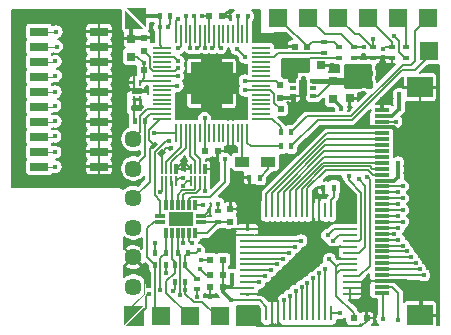
<source format=gtl>
G04 #@! TF.GenerationSoftware,KiCad,Pcbnew,(5.1.0)-1*
G04 #@! TF.CreationDate,2019-11-22T10:29:23-05:00*
G04 #@! TF.ProjectId,ThreeDeeO,54687265-6544-4656-954f-2e6b69636164,rev?*
G04 #@! TF.SameCoordinates,Original*
G04 #@! TF.FileFunction,Copper,L1,Top*
G04 #@! TF.FilePolarity,Positive*
%FSLAX46Y46*%
G04 Gerber Fmt 4.6, Leading zero omitted, Abs format (unit mm)*
G04 Created by KiCad (PCBNEW (5.1.0)-1) date 2019-11-22 10:29:23*
%MOMM*%
%LPD*%
G04 APERTURE LIST*
%ADD10R,1.560000X0.220000*%
%ADD11R,0.220000X1.560000*%
%ADD12R,3.610000X3.610000*%
%ADD13C,0.700000*%
%ADD14C,0.500000*%
%ADD15C,0.100000*%
%ADD16R,0.300000X0.850000*%
%ADD17R,0.850000X0.300000*%
%ADD18R,2.150000X1.150000*%
%ADD19C,0.600000*%
%ADD20R,0.600000X0.400000*%
%ADD21R,0.700000X1.400000*%
%ADD22R,0.250000X0.500000*%
%ADD23R,0.860000X0.500000*%
%ADD24R,0.400000X0.600000*%
%ADD25R,0.600000X0.500000*%
%ADD26R,0.750000X0.800000*%
%ADD27R,1.300000X0.250000*%
%ADD28R,0.250000X1.300000*%
%ADD29R,1.650000X1.650000*%
%ADD30R,1.300000X0.300000*%
%ADD31R,2.200000X1.800000*%
%ADD32C,1.450000*%
%ADD33R,0.500000X0.600000*%
%ADD34R,0.320000X0.880000*%
%ADD35R,0.220000X0.880000*%
%ADD36R,0.800000X0.750000*%
%ADD37C,0.400000*%
%ADD38R,1.200000X0.900000*%
%ADD39R,1.600000X0.760000*%
%ADD40C,0.001000*%
%ADD41C,0.450000*%
%ADD42C,0.150000*%
%ADD43C,0.200000*%
%ADD44C,0.300000*%
%ADD45C,0.400000*%
%ADD46C,0.250000*%
%ADD47C,0.600000*%
%ADD48C,0.220000*%
G04 APERTURE END LIST*
D10*
X149150000Y-54360000D03*
X149150000Y-54760000D03*
X149150000Y-55160000D03*
X149150000Y-55560000D03*
X149150000Y-55960000D03*
X149150000Y-56360000D03*
X149150000Y-56760000D03*
X149150000Y-57160000D03*
X149150000Y-57560000D03*
X149150000Y-57960000D03*
X149150000Y-58360000D03*
X149150000Y-58760000D03*
X149150000Y-59160000D03*
X149150000Y-59560000D03*
X149150000Y-59960000D03*
X149150000Y-60360000D03*
D11*
X150330000Y-61540000D03*
X150730000Y-61540000D03*
X151130000Y-61540000D03*
X151530000Y-61540000D03*
X151930000Y-61540000D03*
X152330000Y-61540000D03*
X152730000Y-61540000D03*
X153130000Y-61540000D03*
X153530000Y-61540000D03*
X153930000Y-61540000D03*
X154330000Y-61540000D03*
X154730000Y-61540000D03*
X155130000Y-61540000D03*
X155530000Y-61540000D03*
X155930000Y-61540000D03*
X156330000Y-61540000D03*
D10*
X157510000Y-60360000D03*
X157510000Y-59960000D03*
X157510000Y-59560000D03*
X157510000Y-59160000D03*
X157510000Y-58760000D03*
X157510000Y-58360000D03*
X157510000Y-57960000D03*
X157510000Y-57560000D03*
X157510000Y-57160000D03*
X157510000Y-56760000D03*
X157510000Y-56360000D03*
X157510000Y-55960000D03*
X157510000Y-55560000D03*
X157510000Y-55160000D03*
X157510000Y-54760000D03*
X157510000Y-54360000D03*
D11*
X156330000Y-53180000D03*
X155930000Y-53180000D03*
X155530000Y-53180000D03*
X155130000Y-53180000D03*
X154730000Y-53180000D03*
X154330000Y-53180000D03*
X153930000Y-53180000D03*
X153530000Y-53180000D03*
X153130000Y-53180000D03*
X152730000Y-53180000D03*
X152330000Y-53180000D03*
X151930000Y-53180000D03*
X151530000Y-53180000D03*
X151130000Y-53180000D03*
X150730000Y-53180000D03*
X150330000Y-53180000D03*
D12*
X153330000Y-57360000D03*
D13*
X153330000Y-57360000D03*
X152330000Y-57360000D03*
X152330000Y-56360000D03*
X153330000Y-56360000D03*
X154330000Y-56360000D03*
X154330000Y-57360000D03*
X154330000Y-58360000D03*
X153330000Y-58360000D03*
X152330000Y-58360000D03*
D14*
X147340000Y-51430000D03*
D15*
G36*
X146140000Y-51030000D02*
G01*
X147740000Y-51030000D01*
X147740000Y-52630000D01*
X146140000Y-51030000D01*
X146140000Y-51030000D01*
G37*
D14*
X146440000Y-52330000D03*
D15*
G36*
X147640000Y-52730000D02*
G01*
X146040000Y-52730000D01*
X146040000Y-51130000D01*
X147640000Y-52730000D01*
X147640000Y-52730000D01*
G37*
D16*
X151950000Y-67650000D03*
X151450000Y-67650000D03*
X150950000Y-67650000D03*
X150450000Y-67650000D03*
X149950000Y-67650000D03*
X149450000Y-67650000D03*
D17*
X149000000Y-68600000D03*
X149000000Y-69100000D03*
D16*
X149450000Y-70050000D03*
X149950000Y-70050000D03*
X150450000Y-70050000D03*
X150950000Y-70050000D03*
X151450000Y-70050000D03*
X151950000Y-70050000D03*
D17*
X152400000Y-69100000D03*
X152400000Y-68600000D03*
D18*
X150700000Y-68850000D03*
D19*
X151200000Y-68850000D03*
X150200000Y-68850000D03*
D20*
X160230000Y-57800000D03*
X160230000Y-57150000D03*
X160230000Y-58450000D03*
X161930000Y-58450000D03*
X161930000Y-57800000D03*
X161930000Y-57150000D03*
D21*
X161080000Y-57800000D03*
D22*
X147250000Y-57300000D03*
X146750000Y-57300000D03*
X146750000Y-58700000D03*
X147250000Y-58700000D03*
D23*
X147000000Y-58000000D03*
D24*
X162800000Y-66200000D03*
X163700000Y-66200000D03*
D25*
X160350000Y-54260000D03*
X161450000Y-54260000D03*
D20*
X162820000Y-54810000D03*
X162820000Y-53910000D03*
X164100000Y-54290000D03*
X164100000Y-55190000D03*
D26*
X163600000Y-57175000D03*
X163600000Y-58675000D03*
X165025000Y-58650000D03*
X165025000Y-57150000D03*
D20*
X165400000Y-55200000D03*
X165400000Y-54300000D03*
X167000000Y-54300000D03*
X167000000Y-55200000D03*
X168600000Y-54300000D03*
X168600000Y-55200000D03*
X169825000Y-54300000D03*
X169825000Y-55200000D03*
D25*
X154300000Y-74650000D03*
X153200000Y-74650000D03*
X153200000Y-73600000D03*
X154300000Y-73600000D03*
X154300000Y-72300000D03*
X153200000Y-72300000D03*
D27*
X156350000Y-69700000D03*
X156350000Y-70200000D03*
X156350000Y-70700000D03*
X156350000Y-71200000D03*
X156350000Y-71700000D03*
X156350000Y-72200000D03*
X156350000Y-72700000D03*
X156350000Y-73200000D03*
X156350000Y-73700000D03*
X156350000Y-74200000D03*
X156350000Y-74700000D03*
X156350000Y-75200000D03*
D28*
X157950000Y-76800000D03*
X158450000Y-76800000D03*
X158950000Y-76800000D03*
X159450000Y-76800000D03*
X159950000Y-76800000D03*
X160450000Y-76800000D03*
X160950000Y-76800000D03*
X161450000Y-76800000D03*
X161950000Y-76800000D03*
X162450000Y-76800000D03*
X162950000Y-76800000D03*
X163450000Y-76800000D03*
D27*
X165050000Y-75200000D03*
X165050000Y-74700000D03*
X165050000Y-74200000D03*
X165050000Y-73700000D03*
X165050000Y-73200000D03*
X165050000Y-72700000D03*
X165050000Y-72200000D03*
X165050000Y-71700000D03*
X165050000Y-71200000D03*
X165050000Y-70700000D03*
X165050000Y-70200000D03*
X165050000Y-69700000D03*
D28*
X163450000Y-68100000D03*
X162950000Y-68100000D03*
X162450000Y-68100000D03*
X161950000Y-68100000D03*
X161450000Y-68100000D03*
X160950000Y-68100000D03*
X160450000Y-68100000D03*
X159950000Y-68100000D03*
X159450000Y-68100000D03*
X158950000Y-68100000D03*
X158450000Y-68100000D03*
X157950000Y-68100000D03*
D29*
X169135000Y-51800000D03*
X161515000Y-51800000D03*
X164055000Y-51800000D03*
X166595000Y-51825000D03*
D30*
X167720000Y-67100000D03*
X167720000Y-66600000D03*
X167720000Y-66100000D03*
X167720000Y-65600000D03*
X167720000Y-65100000D03*
X167720000Y-64600000D03*
X167720000Y-64100000D03*
X167720000Y-63600000D03*
X167720000Y-63100000D03*
X167720000Y-62600000D03*
X167720000Y-62100000D03*
X167720000Y-61600000D03*
X167720000Y-61100000D03*
X167720000Y-60600000D03*
X167720000Y-60100000D03*
X167720000Y-59600000D03*
X167720000Y-67600000D03*
X167720000Y-68100000D03*
X167720000Y-68600000D03*
X167720000Y-69100000D03*
X167720000Y-69600000D03*
X167720000Y-70100000D03*
X167720000Y-70600000D03*
X167720000Y-71100000D03*
X167720000Y-71600000D03*
X167720000Y-72100000D03*
X167720000Y-72600000D03*
X167720000Y-73100000D03*
X167720000Y-73600000D03*
X167720000Y-74100000D03*
X167720000Y-74600000D03*
X167720000Y-75100000D03*
D31*
X170970000Y-77000000D03*
X170970000Y-57700000D03*
D25*
X166450000Y-77250000D03*
X165350000Y-77250000D03*
D29*
X158975000Y-51800000D03*
D32*
X146710000Y-74580000D03*
X146710000Y-72080000D03*
X146710000Y-69580000D03*
X146710000Y-67080000D03*
X146710000Y-64580000D03*
X146710000Y-62080000D03*
D29*
X154000000Y-77100000D03*
X151500000Y-77100000D03*
X149050000Y-77100000D03*
D33*
X154930000Y-68000000D03*
X154930000Y-69100000D03*
D20*
X152080000Y-74800000D03*
X152080000Y-73900000D03*
X153900000Y-69100000D03*
X153900000Y-68200000D03*
D24*
X151110000Y-74170000D03*
X150210000Y-74170000D03*
X151350000Y-71700000D03*
X150450000Y-71700000D03*
X150200000Y-72750000D03*
X151100000Y-72750000D03*
X148550000Y-71700000D03*
X149450000Y-71700000D03*
X148550000Y-72750000D03*
X149450000Y-72750000D03*
D34*
X152800000Y-64635000D03*
D35*
X152350000Y-64635000D03*
X151950000Y-64635000D03*
X151550000Y-64635000D03*
X151550000Y-65665000D03*
X151950000Y-65665000D03*
X152350000Y-65665000D03*
X152750000Y-65665000D03*
X150290000Y-65665000D03*
X149890000Y-65665000D03*
X149490000Y-65665000D03*
X149090000Y-65665000D03*
X149090000Y-64635000D03*
X149490000Y-64635000D03*
X149890000Y-64635000D03*
D34*
X150340000Y-64635000D03*
D25*
X154250000Y-51700000D03*
X153150000Y-51700000D03*
D33*
X147600000Y-54610000D03*
X147600000Y-53510000D03*
D25*
X159200000Y-59550000D03*
X160300000Y-59550000D03*
X153850000Y-63100000D03*
X152750000Y-63100000D03*
X146500000Y-56250000D03*
X147600000Y-56250000D03*
D33*
X159150000Y-57500000D03*
X159150000Y-58600000D03*
D24*
X148950000Y-51650000D03*
X149850000Y-51650000D03*
D26*
X146530000Y-55100000D03*
X146530000Y-53600000D03*
D36*
X162580000Y-55840000D03*
X161080000Y-55840000D03*
D37*
X149098198Y-63228198D03*
D15*
G36*
X148744645Y-63298909D02*
G01*
X149168909Y-62874645D01*
X149451751Y-63157487D01*
X149027487Y-63581751D01*
X148744645Y-63298909D01*
X148744645Y-63298909D01*
G37*
D37*
X148461802Y-62591802D03*
D15*
G36*
X148108249Y-62662513D02*
G01*
X148532513Y-62238249D01*
X148815355Y-62521091D01*
X148391091Y-62945355D01*
X148108249Y-62662513D01*
X148108249Y-62662513D01*
G37*
D24*
X147730000Y-60540000D03*
X146830000Y-60540000D03*
D29*
X171675000Y-51825000D03*
X171700000Y-54625000D03*
D24*
X159175000Y-61500000D03*
X160075000Y-61500000D03*
X160075000Y-62700000D03*
X159175000Y-62700000D03*
D38*
X158125000Y-64000000D03*
X155925000Y-64000000D03*
D24*
X157425000Y-65350000D03*
X156525000Y-65350000D03*
D39*
X143800000Y-53000000D03*
X143800000Y-54270000D03*
X143800000Y-55540000D03*
X143800000Y-56810000D03*
X143800000Y-58080000D03*
X143800000Y-59350000D03*
X143800000Y-60620000D03*
X143800000Y-61890000D03*
X143800000Y-63160000D03*
X143800000Y-64430000D03*
X138720000Y-53000000D03*
X138720000Y-54270000D03*
X138720000Y-55540000D03*
X138720000Y-56810000D03*
X138720000Y-58080000D03*
X138720000Y-59350000D03*
X138720000Y-60620000D03*
X138720000Y-61890000D03*
X138720000Y-63160000D03*
X138720000Y-64430000D03*
D40*
X147590000Y-77920000D03*
D15*
G36*
X147589500Y-77920000D02*
G01*
X145990000Y-77920000D01*
X147590000Y-76320000D01*
X147590000Y-77919500D01*
X147590500Y-77919500D01*
X147590500Y-77920500D01*
X147589500Y-77920500D01*
X147589500Y-77920000D01*
X147589500Y-77920000D01*
G37*
D40*
X145890000Y-76220000D03*
D15*
G36*
X145890500Y-76220000D02*
G01*
X147490000Y-76220000D01*
X145890000Y-77820000D01*
X145890000Y-76220500D01*
X145889500Y-76220500D01*
X145889500Y-76219500D01*
X145890500Y-76219500D01*
X145890500Y-76220000D01*
X145890500Y-76220000D01*
G37*
D41*
X161080000Y-57800000D03*
X147000000Y-58000000D03*
X169350000Y-62650000D03*
X169350000Y-62100000D03*
X166650000Y-61100000D03*
X156550000Y-68250000D03*
X153500000Y-71000000D03*
X154600000Y-71000000D03*
X153210000Y-75480000D03*
X171000000Y-71250000D03*
X171000000Y-70250000D03*
X171000000Y-69250000D03*
X171000000Y-68250000D03*
X171000000Y-67250000D03*
X171000000Y-66250000D03*
X171000000Y-61500000D03*
X171000000Y-60500000D03*
X171000000Y-59500000D03*
X171800000Y-75450000D03*
X167720000Y-58700000D03*
X156400000Y-76350000D03*
X150937500Y-64037500D03*
X153435000Y-64635000D03*
X153100000Y-68200000D03*
X155600000Y-68000000D03*
X166100000Y-61100000D03*
X159400000Y-54300000D03*
X147900000Y-57900000D03*
X149870000Y-62820000D03*
X166175000Y-58225000D03*
X167350000Y-56925000D03*
X167350000Y-56075000D03*
X168175000Y-56075000D03*
X162325000Y-59500000D03*
X161350000Y-59500000D03*
X155675000Y-65650000D03*
X148200000Y-52640000D03*
X154860000Y-51710000D03*
X163710000Y-56110000D03*
X155000000Y-75750000D03*
X163300000Y-72250000D03*
X155100000Y-73600000D03*
X164300000Y-59500000D03*
X148470000Y-61560000D03*
X168950000Y-60600000D03*
X164200000Y-76797590D03*
X151670000Y-70910000D03*
X152070000Y-75420000D03*
X163628363Y-70722590D03*
X152380000Y-73090000D03*
X163150000Y-70250000D03*
X152400000Y-72300000D03*
X169150000Y-69600000D03*
X160900000Y-70700000D03*
X169500000Y-69100000D03*
X160400000Y-71200000D03*
X159900000Y-71700000D03*
X169150000Y-68600000D03*
X159400000Y-72200000D03*
X169500000Y-68100000D03*
X158850000Y-72700000D03*
X169150000Y-67600000D03*
X158350000Y-73200000D03*
X169500000Y-67100000D03*
X157850000Y-73700000D03*
X169150000Y-66600000D03*
X157350000Y-74200000D03*
X169500000Y-66100000D03*
X159450000Y-75750000D03*
X171300000Y-73600000D03*
X159950000Y-75350000D03*
X170950000Y-73100000D03*
X160450000Y-74950000D03*
X170600000Y-72600000D03*
X160950000Y-74600000D03*
X170250000Y-72100000D03*
X161450000Y-74250000D03*
X169900000Y-71600000D03*
X161950000Y-73850000D03*
X169550000Y-71100000D03*
X162450000Y-73450000D03*
X169150000Y-70600000D03*
X168800000Y-70100000D03*
X162950000Y-73050000D03*
X169150000Y-77400000D03*
X149000000Y-74900000D03*
X167810000Y-77309990D03*
X150670000Y-75280000D03*
X149450000Y-73420000D03*
X150060000Y-74950000D03*
X148550000Y-70920000D03*
X152230000Y-71500000D03*
X153900000Y-67560000D03*
X169100000Y-64100000D03*
X169100000Y-65260000D03*
X169200000Y-59500000D03*
X169200000Y-58900000D03*
X169200000Y-58300000D03*
X166475000Y-57450000D03*
X166425000Y-56625000D03*
X169100000Y-64700000D03*
X164945175Y-65250002D03*
X166200000Y-54300000D03*
X165772590Y-65474999D03*
X167000000Y-53600000D03*
X166490822Y-65282403D03*
X167825000Y-54450000D03*
X168750000Y-53375000D03*
X150500000Y-55500000D03*
X150950000Y-70910000D03*
X151110000Y-74890000D03*
X159600000Y-56550000D03*
X159600000Y-55900000D03*
X160250000Y-55900000D03*
X160250000Y-56550000D03*
X152630000Y-67650000D03*
X152750000Y-66490000D03*
X150890000Y-65360000D03*
X152730000Y-60330000D03*
X146750000Y-59410000D03*
X147300000Y-59410000D03*
X156160000Y-57960000D03*
X149600000Y-52640000D03*
X150500000Y-56100000D03*
X152500000Y-51700000D03*
X156160000Y-57160000D03*
X156150000Y-55150000D03*
X155450000Y-54450000D03*
X147600000Y-55650000D03*
X155530000Y-51700000D03*
X150450000Y-56760000D03*
X149740000Y-62240000D03*
X154470000Y-63800000D03*
X150430000Y-57570000D03*
X148980000Y-66560000D03*
X150920000Y-66020000D03*
X148940000Y-52640000D03*
X156400000Y-51700000D03*
X148000000Y-75200000D03*
X150500000Y-51900000D03*
X140090000Y-55510000D03*
X150500000Y-54370000D03*
X151130000Y-51700000D03*
X151530000Y-54370000D03*
X151800000Y-51700000D03*
X140180000Y-53010000D03*
X140220000Y-54250000D03*
X152100000Y-54370000D03*
X140080000Y-61850000D03*
X152800000Y-54370000D03*
X140090000Y-60580000D03*
X153400000Y-54370000D03*
X140080000Y-59270000D03*
X154100000Y-54370000D03*
X140100000Y-58090000D03*
X140110000Y-56730000D03*
X140070000Y-63190000D03*
X140090000Y-64440000D03*
D42*
X148140000Y-59960000D02*
X149150000Y-59960000D01*
X147696071Y-60403929D02*
X148140000Y-59960000D01*
X146690000Y-64040000D02*
X146700000Y-64050000D01*
X147730000Y-63560000D02*
X147730000Y-60540000D01*
X146710000Y-64580000D02*
X147730000Y-63560000D01*
D43*
X167810000Y-74100000D02*
X166600000Y-74100000D01*
X166200000Y-75200000D02*
X165050000Y-75200000D01*
X166450000Y-74950000D02*
X166200000Y-75200000D01*
X166150000Y-74700000D02*
X166450000Y-74400000D01*
X165050000Y-74700000D02*
X166150000Y-74700000D01*
X166450000Y-74250000D02*
X166450000Y-74400000D01*
X166450000Y-74400000D02*
X166450000Y-74950000D01*
X165050000Y-74200000D02*
X166500000Y-74200000D01*
X166600000Y-74100000D02*
X166500000Y-74200000D01*
X166500000Y-74200000D02*
X166450000Y-74250000D01*
D42*
X165050000Y-71200000D02*
X164200000Y-71200000D01*
X161950000Y-68100000D02*
X161950000Y-66400000D01*
X158950000Y-77600000D02*
X159250000Y-77900000D01*
X158950000Y-76800000D02*
X158950000Y-77600000D01*
X166450000Y-76100000D02*
X166450000Y-74950000D01*
X158450000Y-76800000D02*
X158450000Y-77700000D01*
X158650000Y-77900000D02*
X159350000Y-77900000D01*
X158450000Y-77700000D02*
X158650000Y-77900000D01*
X159250000Y-77900000D02*
X159350000Y-77900000D01*
X156350000Y-75200000D02*
X158350000Y-75200000D01*
X158950000Y-75800000D02*
X158950000Y-76800000D01*
X158350000Y-75200000D02*
X158950000Y-75800000D01*
D43*
X166450000Y-76100000D02*
X166450000Y-77450000D01*
X166000000Y-77900000D02*
X164550000Y-77900000D01*
X166450000Y-77450000D02*
X166000000Y-77900000D01*
D42*
X159350000Y-77900000D02*
X164550000Y-77900000D01*
X164550000Y-77900000D02*
X164650000Y-77900000D01*
D43*
X161950000Y-68950000D02*
X161950000Y-68100000D01*
X161950000Y-69950000D02*
X161950000Y-68950000D01*
X162450000Y-70450000D02*
X162650000Y-70650000D01*
X162450000Y-68100000D02*
X162450000Y-70450000D01*
X162650000Y-70650000D02*
X161950000Y-69950000D01*
X163200000Y-71200000D02*
X162725000Y-70725000D01*
X165050000Y-71200000D02*
X163200000Y-71200000D01*
X162725000Y-70725000D02*
X162650000Y-70650000D01*
X164200000Y-72200000D02*
X163075000Y-71075000D01*
X165050000Y-72200000D02*
X164200000Y-72200000D01*
X163075000Y-71075000D02*
X162725000Y-70725000D01*
D44*
X167810000Y-74100000D02*
X169750000Y-74100000D01*
X171060000Y-75410000D02*
X171060000Y-77000000D01*
X169750000Y-74100000D02*
X171060000Y-75410000D01*
X168760000Y-61100000D02*
X169350000Y-61690000D01*
X167810000Y-61100000D02*
X168760000Y-61100000D01*
X169350000Y-61690000D02*
X169350000Y-62100000D01*
X169350000Y-62100000D02*
X169350000Y-62650000D01*
X167810000Y-61100000D02*
X166650000Y-61100000D01*
X166650000Y-61100000D02*
X166100000Y-61100000D01*
D42*
X156350000Y-69700000D02*
X155100000Y-69700000D01*
X154600000Y-70200000D02*
X154600000Y-71000000D01*
X155100000Y-69700000D02*
X154600000Y-70200000D01*
D44*
X167720000Y-58820000D02*
X167720000Y-59600000D01*
D43*
X167600000Y-58700000D02*
X167720000Y-58820000D01*
D42*
X157200000Y-77900000D02*
X158650000Y-77900000D01*
X156400000Y-77100000D02*
X157200000Y-77900000D01*
X156400000Y-76350000D02*
X156400000Y-77100000D01*
X155400000Y-70200000D02*
X154600000Y-71000000D01*
X156350000Y-70200000D02*
X155400000Y-70200000D01*
X150937500Y-64037500D02*
X150340000Y-64635000D01*
X150952500Y-64037500D02*
X151550000Y-64635000D01*
X150937500Y-64037500D02*
X150952500Y-64037500D01*
X152800000Y-64635000D02*
X153435000Y-64635000D01*
X152400000Y-68600000D02*
X152700000Y-68600000D01*
X152700000Y-68600000D02*
X153100000Y-68200000D01*
X154930000Y-68000000D02*
X155600000Y-68000000D01*
X146750000Y-56500000D02*
X146500000Y-56250000D01*
X146750000Y-57300000D02*
X146750000Y-56500000D01*
D44*
X160080000Y-58600000D02*
X160230000Y-58450000D01*
X159150000Y-58600000D02*
X160080000Y-58600000D01*
X160230000Y-59480000D02*
X160300000Y-59550000D01*
D45*
X160230000Y-58450000D02*
X160230000Y-59480000D01*
D44*
X147000000Y-58000000D02*
X147800000Y-58000000D01*
X147800000Y-58000000D02*
X147900000Y-57900000D01*
X146490000Y-53560000D02*
X146530000Y-53600000D01*
X146490000Y-52280000D02*
X146490000Y-53560000D01*
X146620000Y-53510000D02*
X146530000Y-53600000D01*
X147600000Y-53510000D02*
X146620000Y-53510000D01*
D42*
X149506396Y-62820000D02*
X149870000Y-62820000D01*
X149090000Y-64635000D02*
X149090000Y-63236396D01*
X149090000Y-63236396D02*
X149506396Y-62820000D01*
X153850000Y-63100000D02*
X154670000Y-63100000D01*
X155130000Y-62640000D02*
X155130000Y-61540000D01*
X154670000Y-63100000D02*
X155130000Y-62640000D01*
X154730000Y-63040000D02*
X154670000Y-63100000D01*
X154730000Y-61540000D02*
X154730000Y-63040000D01*
X156525000Y-65350000D02*
X155975000Y-65350000D01*
X155975000Y-65350000D02*
X155675000Y-65650000D01*
D46*
X154250000Y-51700000D02*
X154650000Y-51300000D01*
X154650000Y-51300000D02*
X155000000Y-51300000D01*
D15*
X147600000Y-72970000D02*
X146710000Y-72080000D01*
X147600000Y-75200000D02*
X147600000Y-72970000D01*
X146200000Y-76800000D02*
X146200000Y-76600000D01*
X146200000Y-76600000D02*
X147600000Y-75200000D01*
D42*
X147890000Y-59560000D02*
X149150000Y-59560000D01*
X147300000Y-60150000D02*
X147890000Y-59560000D01*
X146700000Y-62470000D02*
X147300000Y-61870000D01*
X146700000Y-61570000D02*
X146830000Y-61440000D01*
X147300000Y-61490000D02*
X146710000Y-62080000D01*
X147300000Y-60150000D02*
X147300000Y-61490000D01*
X165050000Y-72700000D02*
X164250000Y-72700000D01*
X165050000Y-73200000D02*
X164250000Y-73200000D01*
X156350000Y-74700000D02*
X154850000Y-74700000D01*
X154300000Y-74150000D02*
X154300000Y-73600000D01*
X154300000Y-72300000D02*
X154300000Y-73600000D01*
X154300000Y-73600000D02*
X154300000Y-74650000D01*
X154350000Y-74700000D02*
X154300000Y-74650000D01*
X156350000Y-74700000D02*
X154350000Y-74700000D01*
D43*
X164200000Y-73200000D02*
X163900000Y-73500000D01*
X165050000Y-73200000D02*
X164200000Y-73200000D01*
X163900000Y-75350000D02*
X163900000Y-73500000D01*
X165350000Y-76800000D02*
X163900000Y-75350000D01*
X165350000Y-77250000D02*
X165350000Y-76800000D01*
X164100000Y-72700000D02*
X165050000Y-72700000D01*
X163900000Y-72900000D02*
X164100000Y-72700000D01*
X163900000Y-72850000D02*
X163900000Y-73200000D01*
X163300000Y-72250000D02*
X163900000Y-72850000D01*
X163900000Y-73500000D02*
X163900000Y-73200000D01*
X163900000Y-73200000D02*
X163900000Y-72900000D01*
D44*
X154300000Y-75050000D02*
X155000000Y-75750000D01*
X154300000Y-74650000D02*
X154300000Y-75050000D01*
D43*
X157950000Y-76275000D02*
X157950000Y-76800000D01*
X157425000Y-75750000D02*
X157950000Y-76275000D01*
X155000000Y-75750000D02*
X157425000Y-75750000D01*
D44*
X154900000Y-74650000D02*
X154300000Y-74650000D01*
X155100000Y-74450000D02*
X154900000Y-74650000D01*
X155100000Y-73600000D02*
X155100000Y-74450000D01*
X164300000Y-59375000D02*
X163600000Y-58675000D01*
X164300000Y-59500000D02*
X164300000Y-59375000D01*
D42*
X148960000Y-60360000D02*
X149150000Y-60360000D01*
X148040000Y-61280000D02*
X148960000Y-60360000D01*
X148461802Y-62591802D02*
X148040000Y-62170000D01*
X148040000Y-62170000D02*
X148040000Y-61280000D01*
X148100000Y-65690000D02*
X146710000Y-67080000D01*
X148461802Y-62591802D02*
X148100000Y-62953604D01*
X148100000Y-62953604D02*
X148100000Y-65690000D01*
X148490000Y-61540000D02*
X150330000Y-61540000D01*
X148470000Y-61560000D02*
X148490000Y-61540000D01*
X168950000Y-60600000D02*
X167810000Y-60600000D01*
X164197590Y-76800000D02*
X164200000Y-76797590D01*
X163450000Y-76800000D02*
X164197590Y-76800000D01*
X151450000Y-70690000D02*
X151450000Y-70050000D01*
X151670000Y-70910000D02*
X151450000Y-70690000D01*
X152070000Y-74810000D02*
X152080000Y-74800000D01*
X152070000Y-75420000D02*
X152070000Y-74810000D01*
X165050000Y-70200000D02*
X164150953Y-70200000D01*
X164150953Y-70200000D02*
X163628363Y-70722590D01*
X152890000Y-73600000D02*
X153200000Y-73600000D01*
X152380000Y-73090000D02*
X152890000Y-73600000D01*
X165050000Y-69700000D02*
X163700000Y-69700000D01*
X163700000Y-69700000D02*
X163150000Y-70250000D01*
X152400000Y-72300000D02*
X153200000Y-72300000D01*
X163450000Y-68100000D02*
X163450000Y-67250000D01*
X163700000Y-67000000D02*
X163700000Y-66200000D01*
X163450000Y-67250000D02*
X163700000Y-67000000D01*
X167810000Y-69600000D02*
X169150000Y-69600000D01*
X156350000Y-70700000D02*
X160900000Y-70700000D01*
X167810000Y-69100000D02*
X169500000Y-69100000D01*
X156350000Y-71200000D02*
X160400000Y-71200000D01*
X156350000Y-71700000D02*
X159900000Y-71700000D01*
X167810000Y-68600000D02*
X169150000Y-68600000D01*
X156350000Y-72200000D02*
X159400000Y-72200000D01*
X167810000Y-68100000D02*
X169500000Y-68100000D01*
X156350000Y-72700000D02*
X158850000Y-72700000D01*
X167810000Y-67600000D02*
X169150000Y-67600000D01*
X156350000Y-73200000D02*
X158350000Y-73200000D01*
X167810000Y-67100000D02*
X169500000Y-67100000D01*
X156350000Y-73700000D02*
X157850000Y-73700000D01*
X167810000Y-66600000D02*
X169150000Y-66600000D01*
X156350000Y-74200000D02*
X157350000Y-74200000D01*
X167810000Y-66100000D02*
X169500000Y-66100000D01*
X159450000Y-76800000D02*
X159450000Y-75750000D01*
X167810000Y-73600000D02*
X171300000Y-73600000D01*
X159950000Y-76800000D02*
X159950000Y-75350000D01*
X167810000Y-73100000D02*
X168610000Y-73100000D01*
X167810000Y-73100000D02*
X170950000Y-73100000D01*
X160450000Y-76800000D02*
X160450000Y-75150000D01*
X160450000Y-76800000D02*
X160450000Y-74950000D01*
X167810000Y-72600000D02*
X170600000Y-72600000D01*
X160950000Y-76800000D02*
X160950000Y-74650000D01*
X160950000Y-76800000D02*
X160950000Y-74600000D01*
X167810000Y-72100000D02*
X170250000Y-72100000D01*
X161450000Y-76800000D02*
X161450000Y-74150000D01*
X161450000Y-76800000D02*
X161450000Y-74250000D01*
X167810000Y-71600000D02*
X169900000Y-71600000D01*
X161950000Y-76800000D02*
X161950000Y-73850000D01*
X167810000Y-71100000D02*
X169550000Y-71100000D01*
X162450000Y-76800000D02*
X162450000Y-73450000D01*
X167810000Y-70600000D02*
X169150000Y-70600000D01*
X167810000Y-70100000D02*
X168800000Y-70100000D01*
X162950000Y-76800000D02*
X162950000Y-73050000D01*
X161450000Y-66250000D02*
X162995178Y-64704822D01*
X161450000Y-68100000D02*
X161450000Y-66250000D01*
X166614822Y-64704822D02*
X167010000Y-65100000D01*
X167010000Y-65100000D02*
X167810000Y-65100000D01*
X162995178Y-64704822D02*
X166614822Y-64704822D01*
X162869916Y-64402411D02*
X166740084Y-64402411D01*
X167010000Y-64600000D02*
X167810000Y-64600000D01*
X166740084Y-64402411D02*
X166937673Y-64600000D01*
X166937673Y-64600000D02*
X167010000Y-64600000D01*
X160950000Y-66322327D02*
X162869916Y-64402411D01*
X160950000Y-68100000D02*
X160950000Y-66322327D01*
X167010000Y-64100000D02*
X167810000Y-64100000D01*
X162744654Y-64100000D02*
X167010000Y-64100000D01*
X160450000Y-68100000D02*
X160450000Y-66394654D01*
X160450000Y-66394654D02*
X162744654Y-64100000D01*
X167010000Y-63600000D02*
X167810000Y-63600000D01*
X162816981Y-63600000D02*
X167010000Y-63600000D01*
X159950000Y-68100000D02*
X159950000Y-66466981D01*
X159950000Y-66466981D02*
X162816981Y-63600000D01*
X167010000Y-63100000D02*
X167810000Y-63100000D01*
X159450000Y-66539308D02*
X162889308Y-63100000D01*
X159450000Y-68100000D02*
X159450000Y-66539308D01*
X162889308Y-63100000D02*
X167010000Y-63100000D01*
X167010000Y-62600000D02*
X167810000Y-62600000D01*
X158950000Y-66611635D02*
X162961635Y-62600000D01*
X162961635Y-62600000D02*
X167010000Y-62600000D01*
X158950000Y-68100000D02*
X158950000Y-66611635D01*
X167010000Y-62100000D02*
X167810000Y-62100000D01*
X163033962Y-62100000D02*
X167010000Y-62100000D01*
X158450000Y-66683962D02*
X163033962Y-62100000D01*
X158450000Y-68100000D02*
X158450000Y-66683962D01*
X167010000Y-61600000D02*
X167810000Y-61600000D01*
X157950000Y-66756289D02*
X163106289Y-61600000D01*
X163106289Y-61600000D02*
X167010000Y-61600000D01*
X157950000Y-68100000D02*
X157950000Y-66756289D01*
X168610000Y-74600000D02*
X169150000Y-75140000D01*
X167810000Y-74600000D02*
X168610000Y-74600000D01*
X169150000Y-75140000D02*
X169150000Y-77400000D01*
X149000000Y-72150000D02*
X149450000Y-71700000D01*
X149000000Y-74900000D02*
X149000000Y-72150000D01*
X149450000Y-71700000D02*
X149450000Y-70050000D01*
X167810000Y-75100000D02*
X167810000Y-77309990D01*
X150450000Y-71700000D02*
X150450000Y-70050000D01*
X150670000Y-75280000D02*
X150660000Y-75270000D01*
X150660000Y-75270000D02*
X150660000Y-71910000D01*
X150660000Y-71910000D02*
X150450000Y-71700000D01*
X169700000Y-51575000D02*
X169675000Y-51550000D01*
X169825000Y-52490000D02*
X169135000Y-51800000D01*
X169825000Y-54300000D02*
X169825000Y-52490000D01*
D47*
X163575000Y-57150000D02*
X165075000Y-57150000D01*
D44*
X167720000Y-60100000D02*
X168600000Y-60100000D01*
X168600000Y-60100000D02*
X169200000Y-59500000D01*
D42*
X149450000Y-72750000D02*
X149450000Y-73420000D01*
X150210000Y-74170000D02*
X150210000Y-74800000D01*
X150210000Y-74800000D02*
X150060000Y-74950000D01*
X148550000Y-71700000D02*
X148550000Y-70920000D01*
X151100000Y-72920000D02*
X151100000Y-72750000D01*
X152080000Y-73900000D02*
X151100000Y-72920000D01*
X151100000Y-71950000D02*
X151350000Y-71700000D01*
X151100000Y-72750000D02*
X151100000Y-71950000D01*
X151350000Y-71700000D02*
X152030000Y-71700000D01*
X152030000Y-71700000D02*
X152230000Y-71500000D01*
X153900000Y-68200000D02*
X153900000Y-67560000D01*
D45*
X161930000Y-57150000D02*
X164300000Y-57150000D01*
D44*
X167810000Y-65600000D02*
X168760000Y-65600000D01*
X168760000Y-65600000D02*
X169100000Y-65260000D01*
X169100000Y-64700000D02*
X169100000Y-64200000D01*
X169100000Y-65260000D02*
X169100000Y-64700000D01*
X169200000Y-59500000D02*
X169200000Y-58900000D01*
X169200000Y-58900000D02*
X169200000Y-58300000D01*
D42*
X162325000Y-58450000D02*
X163600000Y-57175000D01*
X161930000Y-58450000D02*
X162325000Y-58450000D01*
X164945175Y-65568200D02*
X164945175Y-65250002D01*
X166000000Y-66623025D02*
X164945175Y-65568200D01*
X166000000Y-70550000D02*
X166000000Y-66623025D01*
X165050000Y-70700000D02*
X165850000Y-70700000D01*
X165850000Y-70700000D02*
X166000000Y-70550000D01*
X162907500Y-53192500D02*
X161515000Y-51800000D01*
X164292500Y-53192500D02*
X162907500Y-53192500D01*
X165390000Y-54290000D02*
X164292500Y-53192500D01*
X165400000Y-54290000D02*
X165390000Y-54290000D01*
X166200000Y-54300000D02*
X165410000Y-54300000D01*
X165410000Y-54300000D02*
X165400000Y-54290000D01*
X164600000Y-51625000D02*
X164675000Y-51550000D01*
X165850000Y-71700000D02*
X165050000Y-71700000D01*
X166350000Y-71200000D02*
X165850000Y-71700000D01*
X165772590Y-65474999D02*
X166350000Y-66052409D01*
X166350000Y-66052409D02*
X166350000Y-71200000D01*
X165477500Y-53222500D02*
X164055000Y-51800000D01*
X165822500Y-53222500D02*
X165477500Y-53222500D01*
X167000000Y-54300000D02*
X166900000Y-54300000D01*
X166900000Y-54300000D02*
X165822500Y-53222500D01*
X167000000Y-53600000D02*
X167000000Y-54300000D01*
X167150000Y-51575000D02*
X167175000Y-51550000D01*
X166715821Y-65507402D02*
X166490822Y-65282403D01*
X166700000Y-65523223D02*
X166715821Y-65507402D01*
X166700000Y-72850000D02*
X166700000Y-65523223D01*
X165050000Y-73700000D02*
X165850000Y-73700000D01*
X165850000Y-73700000D02*
X166700000Y-72850000D01*
X168600000Y-53830000D02*
X166595000Y-51825000D01*
X168600000Y-54300000D02*
X168600000Y-53830000D01*
X167825000Y-54450000D02*
X167975000Y-54300000D01*
X167975000Y-54300000D02*
X168600000Y-54300000D01*
X169825000Y-55200000D02*
X169675000Y-55200000D01*
X169675000Y-55200000D02*
X169175000Y-54700000D01*
X169175000Y-53800000D02*
X168750000Y-53375000D01*
X169175000Y-54700000D02*
X169175000Y-53800000D01*
X150500000Y-55500000D02*
X150160000Y-55160000D01*
X150160000Y-55160000D02*
X149150000Y-55160000D01*
X148550000Y-76600000D02*
X148550000Y-72750000D01*
X149050000Y-77100000D02*
X148550000Y-76600000D01*
X148550000Y-72750000D02*
X147900000Y-72100000D01*
X147900000Y-72100000D02*
X147900000Y-69650000D01*
X148450000Y-69100000D02*
X149000000Y-69100000D01*
X147900000Y-69650000D02*
X148450000Y-69100000D01*
X162820000Y-54810000D02*
X158960000Y-54810000D01*
X158610000Y-55160000D02*
X157510000Y-55160000D01*
X158960000Y-54810000D02*
X158610000Y-55160000D01*
X150950000Y-70050000D02*
X150950000Y-70910000D01*
X153780000Y-77100000D02*
X154000000Y-77100000D01*
X151110000Y-74890000D02*
X151110000Y-75170000D01*
X151110000Y-75170000D02*
X151800000Y-75860000D01*
X151800000Y-75860000D02*
X152540000Y-75860000D01*
X152540000Y-75860000D02*
X153780000Y-77100000D01*
X151110000Y-74890000D02*
X151110000Y-74170000D01*
X149950000Y-72240000D02*
X149950000Y-70050000D01*
X150200000Y-72750000D02*
X150200000Y-72490000D01*
X150200000Y-72490000D02*
X149950000Y-72240000D01*
X150200000Y-73400000D02*
X150200000Y-72750000D01*
X149510000Y-74090000D02*
X150200000Y-73400000D01*
X151500000Y-77100000D02*
X149510000Y-75110000D01*
X149510000Y-75110000D02*
X149510000Y-74090000D01*
X158975000Y-51800000D02*
X160325000Y-53150000D01*
X161465000Y-54290000D02*
X158975000Y-51800000D01*
X163720000Y-53910000D02*
X162820000Y-53910000D01*
X164100000Y-54290000D02*
X163720000Y-53910000D01*
X161800000Y-53910000D02*
X161450000Y-54260000D01*
X162820000Y-53910000D02*
X161800000Y-53910000D01*
X151950000Y-67650000D02*
X152630000Y-67650000D01*
X152750000Y-65665000D02*
X152750000Y-66490000D01*
X150290000Y-65665000D02*
X150595000Y-65360000D01*
X150595000Y-65360000D02*
X150890000Y-65360000D01*
X152730000Y-61540000D02*
X152730000Y-60330000D01*
X157510000Y-57960000D02*
X156210000Y-57960000D01*
X152730000Y-63080000D02*
X152750000Y-63100000D01*
X152730000Y-61540000D02*
X152730000Y-63080000D01*
X157510000Y-57960000D02*
X158310000Y-57960000D01*
X158310000Y-57960000D02*
X158650000Y-58300000D01*
X158650000Y-59000000D02*
X159200000Y-59550000D01*
X158650000Y-58300000D02*
X158650000Y-59000000D01*
X153130000Y-51720000D02*
X153150000Y-51700000D01*
X153130000Y-53180000D02*
X153130000Y-51720000D01*
X149150000Y-56360000D02*
X148360000Y-56360000D01*
X148360000Y-56360000D02*
X148100000Y-56100000D01*
X148100000Y-55110000D02*
X148100000Y-55210000D01*
X147600000Y-54610000D02*
X148100000Y-55110000D01*
X148100000Y-56100000D02*
X148100000Y-55210000D01*
X148100000Y-55210000D02*
X148100000Y-55100000D01*
X161680000Y-55240000D02*
X161080000Y-55840000D01*
X164100000Y-55190000D02*
X164050000Y-55240000D01*
X164050000Y-55240000D02*
X161680000Y-55240000D01*
X146750000Y-60460000D02*
X146750000Y-59410000D01*
X146830000Y-60540000D02*
X146750000Y-60460000D01*
X149850000Y-52350000D02*
X149600000Y-52600000D01*
X149850000Y-51650000D02*
X149850000Y-52350000D01*
X150240000Y-56360000D02*
X149150000Y-56360000D01*
X150500000Y-56100000D02*
X150240000Y-56360000D01*
X153130000Y-51700000D02*
X153130000Y-53180000D01*
X152500000Y-51700000D02*
X153130000Y-51700000D01*
X157510000Y-57160000D02*
X156160000Y-57160000D01*
X147390000Y-57160000D02*
X149150000Y-57160000D01*
X147250000Y-57300000D02*
X147390000Y-57160000D01*
X147600000Y-56950000D02*
X147600000Y-56250000D01*
X147250000Y-57300000D02*
X147600000Y-56950000D01*
X158810000Y-57160000D02*
X159150000Y-57500000D01*
X157510000Y-57160000D02*
X158810000Y-57160000D01*
X156150000Y-55150000D02*
X155450000Y-54450000D01*
X147600000Y-55650000D02*
X147600000Y-56250000D01*
X147050000Y-55100000D02*
X146530000Y-55100000D01*
X147600000Y-55650000D02*
X147050000Y-55100000D01*
X155530000Y-53180000D02*
X155530000Y-51730000D01*
X153900000Y-69100000D02*
X152400000Y-69100000D01*
X152950000Y-70050000D02*
X153900000Y-69100000D01*
X151950000Y-70050000D02*
X152950000Y-70050000D01*
X154930000Y-69100000D02*
X153900000Y-69100000D01*
X151530000Y-63530000D02*
X151530000Y-61540000D01*
X151950000Y-64635000D02*
X151950000Y-63950000D01*
X151950000Y-63950000D02*
X151530000Y-63530000D01*
X150730000Y-62750000D02*
X150730000Y-61540000D01*
X149490000Y-64635000D02*
X149490000Y-63990000D01*
X149490000Y-63990000D02*
X150730000Y-62750000D01*
X150450000Y-56760000D02*
X149150000Y-56760000D01*
X149000000Y-67300000D02*
X149000000Y-68600000D01*
X148500000Y-66800000D02*
X149000000Y-67300000D01*
X148500000Y-63180000D02*
X148500000Y-66800000D01*
X149740000Y-62240000D02*
X149440000Y-62240000D01*
X149440000Y-62240000D02*
X148500000Y-63180000D01*
X151450000Y-67650000D02*
X151450000Y-67130000D01*
X151450000Y-67130000D02*
X151590000Y-66990000D01*
X151590000Y-66990000D02*
X153200000Y-66990000D01*
X153200000Y-66990000D02*
X154470000Y-65720000D01*
X154470000Y-65720000D02*
X154470000Y-63800000D01*
X149160000Y-57570000D02*
X149150000Y-57560000D01*
X150430000Y-57570000D02*
X149160000Y-57570000D01*
X151130000Y-62810000D02*
X151130000Y-61540000D01*
X149890000Y-64635000D02*
X149890000Y-64050000D01*
X149890000Y-64050000D02*
X151130000Y-62810000D01*
X152350000Y-63800000D02*
X152350000Y-64635000D01*
X151930000Y-61540000D02*
X151930000Y-63380000D01*
X151930000Y-63380000D02*
X152350000Y-63800000D01*
X149090000Y-66450000D02*
X149090000Y-65665000D01*
X148980000Y-66560000D02*
X149090000Y-66450000D01*
X151275000Y-65665000D02*
X151550000Y-65665000D01*
X150920000Y-66020000D02*
X151275000Y-65665000D01*
D44*
X148900000Y-51700000D02*
X148950000Y-51650000D01*
X147350000Y-51700000D02*
X148900000Y-51700000D01*
D42*
X148940000Y-54150000D02*
X149150000Y-54360000D01*
X148950000Y-51650000D02*
X148940000Y-51660000D01*
X148940000Y-51660000D02*
X148940000Y-52600000D01*
X148940000Y-52600000D02*
X148940000Y-54150000D01*
X151950000Y-66310000D02*
X151950000Y-65665000D01*
X151830000Y-66430000D02*
X151950000Y-66310000D01*
X150850000Y-66430000D02*
X151830000Y-66430000D01*
X150450000Y-67650000D02*
X150450000Y-66830000D01*
X150450000Y-66830000D02*
X150850000Y-66430000D01*
X152350000Y-66310000D02*
X152350000Y-65665000D01*
X151970000Y-66690000D02*
X152350000Y-66310000D01*
X151110000Y-66690000D02*
X151970000Y-66690000D01*
X150950000Y-67650000D02*
X150950000Y-66850000D01*
X150950000Y-66850000D02*
X151110000Y-66690000D01*
X149950000Y-65725000D02*
X149890000Y-65665000D01*
X149950000Y-67650000D02*
X149950000Y-65725000D01*
X149450000Y-65705000D02*
X149490000Y-65665000D01*
X149450000Y-67650000D02*
X149450000Y-65705000D01*
X159175000Y-61500000D02*
X159175000Y-61075000D01*
X158460000Y-60360000D02*
X157510000Y-60360000D01*
X159175000Y-61075000D02*
X158460000Y-60360000D01*
X156625000Y-62700000D02*
X159175000Y-62700000D01*
X156330000Y-61540000D02*
X156330000Y-62405000D01*
X156330000Y-62405000D02*
X156625000Y-62700000D01*
X170550000Y-52950000D02*
X171675000Y-51825000D01*
X161425000Y-60150000D02*
X165125000Y-60150000D01*
X160075000Y-61500000D02*
X161425000Y-60150000D01*
X165125000Y-60150000D02*
X169500000Y-55775000D01*
X169500000Y-55775000D02*
X170250000Y-55775000D01*
X170250000Y-55775000D02*
X170550000Y-55475000D01*
X170550000Y-55475000D02*
X170550000Y-52950000D01*
X160075000Y-62700000D02*
X162300000Y-60475000D01*
X162300000Y-60475000D02*
X165200000Y-60475000D01*
X165200000Y-60475000D02*
X169450000Y-56225000D01*
X169450000Y-56225000D02*
X170575000Y-56225000D01*
X171725000Y-55075000D02*
X171725000Y-54400000D01*
X170575000Y-56225000D02*
X171725000Y-55075000D01*
X158125000Y-64650000D02*
X158125000Y-64000000D01*
X157425000Y-65350000D02*
X158125000Y-64650000D01*
X155925000Y-61545000D02*
X155930000Y-61540000D01*
X155925000Y-64000000D02*
X155925000Y-61545000D01*
X156330000Y-53180000D02*
X156330000Y-51870000D01*
X156330000Y-51870000D02*
X156400000Y-51800000D01*
D15*
X147200000Y-77600000D02*
X147200000Y-76800000D01*
D42*
X147800000Y-75400000D02*
X148000000Y-75200000D01*
X147800000Y-76400000D02*
X147800000Y-75400000D01*
X147200000Y-76800000D02*
X147400000Y-76800000D01*
X147400000Y-76800000D02*
X147800000Y-76400000D01*
X150330000Y-52070000D02*
X150330000Y-53180000D01*
X150500000Y-51900000D02*
X150330000Y-52070000D01*
X150730000Y-53180000D02*
X150730000Y-54170000D01*
X150730000Y-54170000D02*
X150500000Y-54400000D01*
X151130000Y-53180000D02*
X151130000Y-51730000D01*
X151530000Y-53180000D02*
X151530000Y-54370000D01*
X151930000Y-53180000D02*
X151930000Y-51930000D01*
X151930000Y-51830000D02*
X151800000Y-51700000D01*
X151930000Y-53180000D02*
X151930000Y-51830000D01*
D15*
X140170000Y-53000000D02*
X140180000Y-53010000D01*
X138720000Y-53000000D02*
X140170000Y-53000000D01*
X138720000Y-54270000D02*
X140200000Y-54270000D01*
X140200000Y-54270000D02*
X140220000Y-54250000D01*
X140060000Y-55540000D02*
X140090000Y-55510000D01*
X138720000Y-55540000D02*
X140060000Y-55540000D01*
D42*
X152330000Y-53180000D02*
X152330000Y-54170000D01*
X152330000Y-54170000D02*
X152100000Y-54400000D01*
X152730000Y-53180000D02*
X152730000Y-54330000D01*
X152730000Y-54330000D02*
X152800000Y-54400000D01*
X153530000Y-53180000D02*
X153530000Y-54270000D01*
X153530000Y-54270000D02*
X153400000Y-54400000D01*
X153930000Y-53180000D02*
X153930000Y-54330000D01*
X153930000Y-53180000D02*
X153930000Y-54230000D01*
X153930000Y-54230000D02*
X154100000Y-54400000D01*
D15*
X140030000Y-56810000D02*
X140110000Y-56730000D01*
X138720000Y-56810000D02*
X140030000Y-56810000D01*
X140090000Y-58080000D02*
X140100000Y-58090000D01*
X138720000Y-58080000D02*
X140090000Y-58080000D01*
X140000000Y-59350000D02*
X140080000Y-59270000D01*
X138720000Y-59350000D02*
X140000000Y-59350000D01*
X140050000Y-60620000D02*
X140090000Y-60580000D01*
X138720000Y-60620000D02*
X140050000Y-60620000D01*
X140040000Y-61890000D02*
X140080000Y-61850000D01*
X138720000Y-61890000D02*
X140040000Y-61890000D01*
X140040000Y-63160000D02*
X140070000Y-63190000D01*
X138720000Y-63160000D02*
X140040000Y-63160000D01*
X138720000Y-64430000D02*
X140080000Y-64430000D01*
X140080000Y-64430000D02*
X140090000Y-64440000D01*
D43*
G36*
X165952376Y-77795765D02*
G01*
X166007072Y-77825000D01*
X165884510Y-77825000D01*
X165934211Y-77784211D01*
X165935856Y-77782207D01*
X165952376Y-77795765D01*
X165952376Y-77795765D01*
G37*
X165952376Y-77795765D02*
X166007072Y-77825000D01*
X165884510Y-77825000D01*
X165934211Y-77784211D01*
X165935856Y-77782207D01*
X165952376Y-77795765D01*
G36*
X158930788Y-77528414D02*
G01*
X158953660Y-77603814D01*
X158975000Y-77643738D01*
X158975000Y-77715500D01*
X159063500Y-77804000D01*
X159075000Y-77805713D01*
X159131533Y-77800145D01*
X159171186Y-77821340D01*
X159183252Y-77825000D01*
X158216748Y-77825000D01*
X158228814Y-77821340D01*
X158268467Y-77800145D01*
X158325000Y-77805713D01*
X158336500Y-77804000D01*
X158425000Y-77715500D01*
X158425000Y-77643738D01*
X158446340Y-77603814D01*
X158469212Y-77528414D01*
X158473111Y-77488826D01*
X158475000Y-77508004D01*
X158475000Y-77715500D01*
X158563500Y-77804000D01*
X158575000Y-77805713D01*
X158644396Y-77798878D01*
X158700000Y-77782011D01*
X158755604Y-77798878D01*
X158825000Y-77805713D01*
X158836500Y-77804000D01*
X158925000Y-77715500D01*
X158925000Y-77508004D01*
X158926889Y-77488826D01*
X158930788Y-77528414D01*
X158930788Y-77528414D01*
G37*
X158930788Y-77528414D02*
X158953660Y-77603814D01*
X158975000Y-77643738D01*
X158975000Y-77715500D01*
X159063500Y-77804000D01*
X159075000Y-77805713D01*
X159131533Y-77800145D01*
X159171186Y-77821340D01*
X159183252Y-77825000D01*
X158216748Y-77825000D01*
X158228814Y-77821340D01*
X158268467Y-77800145D01*
X158325000Y-77805713D01*
X158336500Y-77804000D01*
X158425000Y-77715500D01*
X158425000Y-77643738D01*
X158446340Y-77603814D01*
X158469212Y-77528414D01*
X158473111Y-77488826D01*
X158475000Y-77508004D01*
X158475000Y-77715500D01*
X158563500Y-77804000D01*
X158575000Y-77805713D01*
X158644396Y-77798878D01*
X158700000Y-77782011D01*
X158755604Y-77798878D01*
X158825000Y-77805713D01*
X158836500Y-77804000D01*
X158925000Y-77715500D01*
X158925000Y-77508004D01*
X158926889Y-77488826D01*
X158930788Y-77528414D01*
G36*
X157423065Y-76455171D02*
G01*
X157423065Y-77450000D01*
X157430788Y-77528414D01*
X157453660Y-77603814D01*
X157490803Y-77673303D01*
X157540789Y-77734211D01*
X157601697Y-77784197D01*
X157671186Y-77821340D01*
X157683252Y-77825000D01*
X155450000Y-77825000D01*
X155450000Y-76250000D01*
X157217895Y-76250000D01*
X157423065Y-76455171D01*
X157423065Y-76455171D01*
G37*
X157423065Y-76455171D02*
X157423065Y-77450000D01*
X157430788Y-77528414D01*
X157453660Y-77603814D01*
X157490803Y-77673303D01*
X157540789Y-77734211D01*
X157601697Y-77784197D01*
X157671186Y-77821340D01*
X157683252Y-77825000D01*
X155450000Y-77825000D01*
X155450000Y-76250000D01*
X157217895Y-76250000D01*
X157423065Y-76455171D01*
G36*
X164648065Y-77500000D02*
G01*
X164655788Y-77578414D01*
X164678660Y-77653814D01*
X164715803Y-77723303D01*
X164765789Y-77784211D01*
X164815490Y-77825000D01*
X163716748Y-77825000D01*
X163728814Y-77821340D01*
X163798303Y-77784197D01*
X163859211Y-77734211D01*
X163909197Y-77673303D01*
X163946340Y-77603814D01*
X163969212Y-77528414D01*
X163976935Y-77450000D01*
X163976935Y-77381688D01*
X164017694Y-77398571D01*
X164138443Y-77422590D01*
X164261557Y-77422590D01*
X164382306Y-77398571D01*
X164496048Y-77351458D01*
X164598414Y-77283059D01*
X164648065Y-77233408D01*
X164648065Y-77500000D01*
X164648065Y-77500000D01*
G37*
X164648065Y-77500000D02*
X164655788Y-77578414D01*
X164678660Y-77653814D01*
X164715803Y-77723303D01*
X164765789Y-77784211D01*
X164815490Y-77825000D01*
X163716748Y-77825000D01*
X163728814Y-77821340D01*
X163798303Y-77784197D01*
X163859211Y-77734211D01*
X163909197Y-77673303D01*
X163946340Y-77603814D01*
X163969212Y-77528414D01*
X163976935Y-77450000D01*
X163976935Y-77381688D01*
X164017694Y-77398571D01*
X164138443Y-77422590D01*
X164261557Y-77422590D01*
X164382306Y-77398571D01*
X164496048Y-77351458D01*
X164598414Y-77283059D01*
X164648065Y-77233408D01*
X164648065Y-77500000D01*
G36*
X166668065Y-73750000D02*
G01*
X166675788Y-73828414D01*
X166698660Y-73903814D01*
X166715697Y-73935687D01*
X166714287Y-73950000D01*
X166716000Y-73984000D01*
X166804500Y-74072500D01*
X166832444Y-74072500D01*
X166846697Y-74084197D01*
X166876262Y-74100000D01*
X166846697Y-74115803D01*
X166832444Y-74127500D01*
X166804500Y-74127500D01*
X166716000Y-74216000D01*
X166714287Y-74250000D01*
X166715697Y-74264313D01*
X166698660Y-74296186D01*
X166675788Y-74371586D01*
X166668065Y-74450000D01*
X166668065Y-74750000D01*
X166675788Y-74828414D01*
X166682336Y-74850000D01*
X166675788Y-74871586D01*
X166668065Y-74950000D01*
X166668065Y-75250000D01*
X166675788Y-75328414D01*
X166698660Y-75403814D01*
X166735803Y-75473303D01*
X166785789Y-75534211D01*
X166846697Y-75584197D01*
X166916186Y-75621340D01*
X166991586Y-75644212D01*
X167070000Y-75651935D01*
X167335000Y-75651935D01*
X167335001Y-76901106D01*
X167324531Y-76911576D01*
X167256132Y-77013942D01*
X167209019Y-77127684D01*
X167185000Y-77248433D01*
X167185000Y-77371547D01*
X167209019Y-77492296D01*
X167256132Y-77606038D01*
X167324531Y-77708404D01*
X167411586Y-77795459D01*
X167455797Y-77825000D01*
X166892928Y-77825000D01*
X166947624Y-77795765D01*
X167001527Y-77751527D01*
X167045765Y-77697624D01*
X167078636Y-77636125D01*
X167098878Y-77569396D01*
X167105713Y-77500000D01*
X167104000Y-77366000D01*
X167015500Y-77277500D01*
X166477500Y-77277500D01*
X166477500Y-77297500D01*
X166422500Y-77297500D01*
X166422500Y-77277500D01*
X166402500Y-77277500D01*
X166402500Y-77222500D01*
X166422500Y-77222500D01*
X166422500Y-76734500D01*
X166477500Y-76734500D01*
X166477500Y-77222500D01*
X167015500Y-77222500D01*
X167104000Y-77134000D01*
X167105713Y-77000000D01*
X167098878Y-76930604D01*
X167078636Y-76863875D01*
X167045765Y-76802376D01*
X167001527Y-76748473D01*
X166947624Y-76704235D01*
X166886125Y-76671364D01*
X166819396Y-76651122D01*
X166750000Y-76644287D01*
X166566000Y-76646000D01*
X166477500Y-76734500D01*
X166422500Y-76734500D01*
X166334000Y-76646000D01*
X166150000Y-76644287D01*
X166080604Y-76651122D01*
X166013875Y-76671364D01*
X165952376Y-76704235D01*
X165935856Y-76717793D01*
X165934211Y-76715789D01*
X165873303Y-76665803D01*
X165823757Y-76639320D01*
X165814175Y-76607733D01*
X165767746Y-76520871D01*
X165705264Y-76444736D01*
X165686187Y-76429080D01*
X164935053Y-75677947D01*
X165022500Y-75590500D01*
X165022500Y-75225000D01*
X165077500Y-75225000D01*
X165077500Y-75590500D01*
X165166000Y-75679000D01*
X165700000Y-75680713D01*
X165769396Y-75673878D01*
X165836125Y-75653636D01*
X165897624Y-75620765D01*
X165951527Y-75576527D01*
X165995765Y-75522624D01*
X166028636Y-75461125D01*
X166048878Y-75394396D01*
X166055713Y-75325000D01*
X166054000Y-75313500D01*
X165965500Y-75225000D01*
X165077500Y-75225000D01*
X165022500Y-75225000D01*
X165002500Y-75225000D01*
X165002500Y-75175000D01*
X165022500Y-75175000D01*
X165022500Y-74725000D01*
X165077500Y-74725000D01*
X165077500Y-75175000D01*
X165162000Y-75175000D01*
X165166000Y-75179000D01*
X165700000Y-75180713D01*
X165758004Y-75175000D01*
X165965500Y-75175000D01*
X166054000Y-75086500D01*
X166055713Y-75075000D01*
X166048878Y-75005604D01*
X166032011Y-74950000D01*
X166048878Y-74894396D01*
X166055713Y-74825000D01*
X166054000Y-74813500D01*
X165965500Y-74725000D01*
X165758004Y-74725000D01*
X165700000Y-74719287D01*
X165166000Y-74721000D01*
X165162000Y-74725000D01*
X165077500Y-74725000D01*
X165022500Y-74725000D01*
X165002500Y-74725000D01*
X165002500Y-74675000D01*
X165022500Y-74675000D01*
X165022500Y-74652500D01*
X165077500Y-74652500D01*
X165077500Y-74675000D01*
X165162000Y-74675000D01*
X165166000Y-74679000D01*
X165700000Y-74680713D01*
X165758004Y-74675000D01*
X165965500Y-74675000D01*
X166054000Y-74586500D01*
X166055713Y-74575000D01*
X166048878Y-74505604D01*
X166032011Y-74450000D01*
X166048878Y-74394396D01*
X166055713Y-74325000D01*
X166054000Y-74313500D01*
X165965500Y-74225000D01*
X165758004Y-74225000D01*
X165738826Y-74223111D01*
X165778414Y-74219212D01*
X165853814Y-74196340D01*
X165893738Y-74175000D01*
X165965500Y-74175000D01*
X165985112Y-74155388D01*
X166032654Y-74140966D01*
X166115173Y-74096859D01*
X166187501Y-74037501D01*
X166202384Y-74019366D01*
X166668065Y-73553686D01*
X166668065Y-73750000D01*
X166668065Y-73750000D01*
G37*
X166668065Y-73750000D02*
X166675788Y-73828414D01*
X166698660Y-73903814D01*
X166715697Y-73935687D01*
X166714287Y-73950000D01*
X166716000Y-73984000D01*
X166804500Y-74072500D01*
X166832444Y-74072500D01*
X166846697Y-74084197D01*
X166876262Y-74100000D01*
X166846697Y-74115803D01*
X166832444Y-74127500D01*
X166804500Y-74127500D01*
X166716000Y-74216000D01*
X166714287Y-74250000D01*
X166715697Y-74264313D01*
X166698660Y-74296186D01*
X166675788Y-74371586D01*
X166668065Y-74450000D01*
X166668065Y-74750000D01*
X166675788Y-74828414D01*
X166682336Y-74850000D01*
X166675788Y-74871586D01*
X166668065Y-74950000D01*
X166668065Y-75250000D01*
X166675788Y-75328414D01*
X166698660Y-75403814D01*
X166735803Y-75473303D01*
X166785789Y-75534211D01*
X166846697Y-75584197D01*
X166916186Y-75621340D01*
X166991586Y-75644212D01*
X167070000Y-75651935D01*
X167335000Y-75651935D01*
X167335001Y-76901106D01*
X167324531Y-76911576D01*
X167256132Y-77013942D01*
X167209019Y-77127684D01*
X167185000Y-77248433D01*
X167185000Y-77371547D01*
X167209019Y-77492296D01*
X167256132Y-77606038D01*
X167324531Y-77708404D01*
X167411586Y-77795459D01*
X167455797Y-77825000D01*
X166892928Y-77825000D01*
X166947624Y-77795765D01*
X167001527Y-77751527D01*
X167045765Y-77697624D01*
X167078636Y-77636125D01*
X167098878Y-77569396D01*
X167105713Y-77500000D01*
X167104000Y-77366000D01*
X167015500Y-77277500D01*
X166477500Y-77277500D01*
X166477500Y-77297500D01*
X166422500Y-77297500D01*
X166422500Y-77277500D01*
X166402500Y-77277500D01*
X166402500Y-77222500D01*
X166422500Y-77222500D01*
X166422500Y-76734500D01*
X166477500Y-76734500D01*
X166477500Y-77222500D01*
X167015500Y-77222500D01*
X167104000Y-77134000D01*
X167105713Y-77000000D01*
X167098878Y-76930604D01*
X167078636Y-76863875D01*
X167045765Y-76802376D01*
X167001527Y-76748473D01*
X166947624Y-76704235D01*
X166886125Y-76671364D01*
X166819396Y-76651122D01*
X166750000Y-76644287D01*
X166566000Y-76646000D01*
X166477500Y-76734500D01*
X166422500Y-76734500D01*
X166334000Y-76646000D01*
X166150000Y-76644287D01*
X166080604Y-76651122D01*
X166013875Y-76671364D01*
X165952376Y-76704235D01*
X165935856Y-76717793D01*
X165934211Y-76715789D01*
X165873303Y-76665803D01*
X165823757Y-76639320D01*
X165814175Y-76607733D01*
X165767746Y-76520871D01*
X165705264Y-76444736D01*
X165686187Y-76429080D01*
X164935053Y-75677947D01*
X165022500Y-75590500D01*
X165022500Y-75225000D01*
X165077500Y-75225000D01*
X165077500Y-75590500D01*
X165166000Y-75679000D01*
X165700000Y-75680713D01*
X165769396Y-75673878D01*
X165836125Y-75653636D01*
X165897624Y-75620765D01*
X165951527Y-75576527D01*
X165995765Y-75522624D01*
X166028636Y-75461125D01*
X166048878Y-75394396D01*
X166055713Y-75325000D01*
X166054000Y-75313500D01*
X165965500Y-75225000D01*
X165077500Y-75225000D01*
X165022500Y-75225000D01*
X165002500Y-75225000D01*
X165002500Y-75175000D01*
X165022500Y-75175000D01*
X165022500Y-74725000D01*
X165077500Y-74725000D01*
X165077500Y-75175000D01*
X165162000Y-75175000D01*
X165166000Y-75179000D01*
X165700000Y-75180713D01*
X165758004Y-75175000D01*
X165965500Y-75175000D01*
X166054000Y-75086500D01*
X166055713Y-75075000D01*
X166048878Y-75005604D01*
X166032011Y-74950000D01*
X166048878Y-74894396D01*
X166055713Y-74825000D01*
X166054000Y-74813500D01*
X165965500Y-74725000D01*
X165758004Y-74725000D01*
X165700000Y-74719287D01*
X165166000Y-74721000D01*
X165162000Y-74725000D01*
X165077500Y-74725000D01*
X165022500Y-74725000D01*
X165002500Y-74725000D01*
X165002500Y-74675000D01*
X165022500Y-74675000D01*
X165022500Y-74652500D01*
X165077500Y-74652500D01*
X165077500Y-74675000D01*
X165162000Y-74675000D01*
X165166000Y-74679000D01*
X165700000Y-74680713D01*
X165758004Y-74675000D01*
X165965500Y-74675000D01*
X166054000Y-74586500D01*
X166055713Y-74575000D01*
X166048878Y-74505604D01*
X166032011Y-74450000D01*
X166048878Y-74394396D01*
X166055713Y-74325000D01*
X166054000Y-74313500D01*
X165965500Y-74225000D01*
X165758004Y-74225000D01*
X165738826Y-74223111D01*
X165778414Y-74219212D01*
X165853814Y-74196340D01*
X165893738Y-74175000D01*
X165965500Y-74175000D01*
X165985112Y-74155388D01*
X166032654Y-74140966D01*
X166115173Y-74096859D01*
X166187501Y-74037501D01*
X166202384Y-74019366D01*
X166668065Y-73553686D01*
X166668065Y-73750000D01*
G36*
X172575000Y-77825000D02*
G01*
X172425549Y-77825000D01*
X172424000Y-77116000D01*
X172335500Y-77027500D01*
X170997500Y-77027500D01*
X170997500Y-77047500D01*
X170942500Y-77047500D01*
X170942500Y-77027500D01*
X170922500Y-77027500D01*
X170922500Y-76972500D01*
X170942500Y-76972500D01*
X170942500Y-75834500D01*
X170997500Y-75834500D01*
X170997500Y-76972500D01*
X172335500Y-76972500D01*
X172424000Y-76884000D01*
X172425713Y-76100000D01*
X172418878Y-76030604D01*
X172398636Y-75963875D01*
X172365765Y-75902376D01*
X172321527Y-75848473D01*
X172267624Y-75804235D01*
X172206125Y-75771364D01*
X172139396Y-75751122D01*
X172070000Y-75744287D01*
X171086000Y-75746000D01*
X170997500Y-75834500D01*
X170942500Y-75834500D01*
X170854000Y-75746000D01*
X169870000Y-75744287D01*
X169800604Y-75751122D01*
X169733875Y-75771364D01*
X169672376Y-75804235D01*
X169625000Y-75843116D01*
X169625000Y-75163331D01*
X169627298Y-75139999D01*
X169618127Y-75046883D01*
X169602308Y-74994737D01*
X169590966Y-74957346D01*
X169546859Y-74874827D01*
X169487501Y-74802499D01*
X169469371Y-74787620D01*
X168962384Y-74280634D01*
X168947501Y-74262499D01*
X168875173Y-74203141D01*
X168792654Y-74159034D01*
X168703116Y-74131873D01*
X168610000Y-74122702D01*
X168602598Y-74123431D01*
X168593303Y-74115803D01*
X168563738Y-74100000D01*
X168593303Y-74084197D01*
X168604510Y-74075000D01*
X170891117Y-74075000D01*
X170901586Y-74085469D01*
X171003952Y-74153868D01*
X171117694Y-74200981D01*
X171238443Y-74225000D01*
X171361557Y-74225000D01*
X171482306Y-74200981D01*
X171596048Y-74153868D01*
X171698414Y-74085469D01*
X171785469Y-73998414D01*
X171853868Y-73896048D01*
X171900981Y-73782306D01*
X171925000Y-73661557D01*
X171925000Y-73538443D01*
X171900981Y-73417694D01*
X171853868Y-73303952D01*
X171785469Y-73201586D01*
X171698414Y-73114531D01*
X171596048Y-73046132D01*
X171574777Y-73037321D01*
X171550981Y-72917694D01*
X171503868Y-72803952D01*
X171435469Y-72701586D01*
X171348414Y-72614531D01*
X171246048Y-72546132D01*
X171224777Y-72537321D01*
X171200981Y-72417694D01*
X171153868Y-72303952D01*
X171085469Y-72201586D01*
X170998414Y-72114531D01*
X170896048Y-72046132D01*
X170874777Y-72037321D01*
X170850981Y-71917694D01*
X170803868Y-71803952D01*
X170735469Y-71701586D01*
X170648414Y-71614531D01*
X170546048Y-71546132D01*
X170524777Y-71537321D01*
X170500981Y-71417694D01*
X170453868Y-71303952D01*
X170385469Y-71201586D01*
X170298414Y-71114531D01*
X170196048Y-71046132D01*
X170174777Y-71037321D01*
X170150981Y-70917694D01*
X170103868Y-70803952D01*
X170035469Y-70701586D01*
X169948414Y-70614531D01*
X169846048Y-70546132D01*
X169770287Y-70514751D01*
X169750981Y-70417694D01*
X169703868Y-70303952D01*
X169635469Y-70201586D01*
X169548414Y-70114531D01*
X169526667Y-70100000D01*
X169548414Y-70085469D01*
X169635469Y-69998414D01*
X169703868Y-69896048D01*
X169750981Y-69782306D01*
X169774777Y-69662679D01*
X169796048Y-69653868D01*
X169898414Y-69585469D01*
X169985469Y-69498414D01*
X170053868Y-69396048D01*
X170100981Y-69282306D01*
X170125000Y-69161557D01*
X170125000Y-69038443D01*
X170100981Y-68917694D01*
X170053868Y-68803952D01*
X169985469Y-68701586D01*
X169898414Y-68614531D01*
X169876667Y-68600000D01*
X169898414Y-68585469D01*
X169985469Y-68498414D01*
X170053868Y-68396048D01*
X170100981Y-68282306D01*
X170125000Y-68161557D01*
X170125000Y-68038443D01*
X170100981Y-67917694D01*
X170053868Y-67803952D01*
X169985469Y-67701586D01*
X169898414Y-67614531D01*
X169876667Y-67600000D01*
X169898414Y-67585469D01*
X169985469Y-67498414D01*
X170053868Y-67396048D01*
X170100981Y-67282306D01*
X170125000Y-67161557D01*
X170125000Y-67038443D01*
X170100981Y-66917694D01*
X170053868Y-66803952D01*
X169985469Y-66701586D01*
X169898414Y-66614531D01*
X169876667Y-66600000D01*
X169898414Y-66585469D01*
X169985469Y-66498414D01*
X170053868Y-66396048D01*
X170100981Y-66282306D01*
X170125000Y-66161557D01*
X170125000Y-66038443D01*
X170100981Y-65917694D01*
X170053868Y-65803952D01*
X169985469Y-65701586D01*
X169898414Y-65614531D01*
X169796048Y-65546132D01*
X169682306Y-65499019D01*
X169677857Y-65498134D01*
X169700981Y-65442306D01*
X169725000Y-65321557D01*
X169725000Y-65198443D01*
X169700981Y-65077694D01*
X169660515Y-64980000D01*
X169700981Y-64882306D01*
X169725000Y-64761557D01*
X169725000Y-64638443D01*
X169700981Y-64517694D01*
X169653868Y-64403952D01*
X169651227Y-64400000D01*
X169653868Y-64396048D01*
X169700981Y-64282306D01*
X169725000Y-64161557D01*
X169725000Y-64038443D01*
X169700981Y-63917694D01*
X169653868Y-63803952D01*
X169585469Y-63701586D01*
X169498414Y-63614531D01*
X169396048Y-63546132D01*
X169282306Y-63499019D01*
X169161557Y-63475000D01*
X169038443Y-63475000D01*
X168917694Y-63499019D01*
X168803952Y-63546132D01*
X168771935Y-63567525D01*
X168771935Y-63450000D01*
X168764212Y-63371586D01*
X168757664Y-63350000D01*
X168764212Y-63328414D01*
X168771935Y-63250000D01*
X168771935Y-62950000D01*
X168764212Y-62871586D01*
X168757664Y-62850000D01*
X168764212Y-62828414D01*
X168771935Y-62750000D01*
X168771935Y-62450000D01*
X168764212Y-62371586D01*
X168757664Y-62350000D01*
X168764212Y-62328414D01*
X168771935Y-62250000D01*
X168771935Y-61950000D01*
X168764212Y-61871586D01*
X168757664Y-61850000D01*
X168764212Y-61828414D01*
X168771935Y-61750000D01*
X168771935Y-61450000D01*
X168764212Y-61371586D01*
X168741340Y-61296186D01*
X168724303Y-61264313D01*
X168725713Y-61250000D01*
X168724000Y-61216000D01*
X168667465Y-61159465D01*
X168767694Y-61200981D01*
X168888443Y-61225000D01*
X169011557Y-61225000D01*
X169132306Y-61200981D01*
X169246048Y-61153868D01*
X169348414Y-61085469D01*
X169435469Y-60998414D01*
X169503868Y-60896048D01*
X169550981Y-60782306D01*
X169575000Y-60661557D01*
X169575000Y-60538443D01*
X169550981Y-60417694D01*
X169503868Y-60303952D01*
X169435469Y-60201586D01*
X169355850Y-60121967D01*
X169375479Y-60102339D01*
X169382306Y-60100981D01*
X169496048Y-60053868D01*
X169598414Y-59985469D01*
X169685469Y-59898414D01*
X169753868Y-59796048D01*
X169800981Y-59682306D01*
X169825000Y-59561557D01*
X169825000Y-59438443D01*
X169800981Y-59317694D01*
X169753868Y-59203952D01*
X169751227Y-59200000D01*
X169753868Y-59196048D01*
X169800981Y-59082306D01*
X169825000Y-58961557D01*
X169825000Y-58951281D01*
X169870000Y-58955713D01*
X170854000Y-58954000D01*
X170942500Y-58865500D01*
X170942500Y-57727500D01*
X170997500Y-57727500D01*
X170997500Y-58865500D01*
X171086000Y-58954000D01*
X172070000Y-58955713D01*
X172139396Y-58948878D01*
X172206125Y-58928636D01*
X172267624Y-58895765D01*
X172321527Y-58851527D01*
X172365765Y-58797624D01*
X172398636Y-58736125D01*
X172418878Y-58669396D01*
X172425713Y-58600000D01*
X172424000Y-57816000D01*
X172335500Y-57727500D01*
X170997500Y-57727500D01*
X170942500Y-57727500D01*
X169604500Y-57727500D01*
X169549891Y-57782109D01*
X169496048Y-57746132D01*
X169382306Y-57699019D01*
X169261557Y-57675000D01*
X169138443Y-57675000D01*
X169017694Y-57699019D01*
X168903952Y-57746132D01*
X168801586Y-57814531D01*
X168714531Y-57901586D01*
X168646132Y-58003952D01*
X168599019Y-58117694D01*
X168575000Y-58238443D01*
X168575000Y-58361557D01*
X168599019Y-58482306D01*
X168646132Y-58596048D01*
X168648773Y-58600000D01*
X168646132Y-58603952D01*
X168599019Y-58717694D01*
X168575000Y-58838443D01*
X168575000Y-58961557D01*
X168599019Y-59082306D01*
X168646132Y-59196048D01*
X168648773Y-59200000D01*
X168646132Y-59203952D01*
X168639387Y-59220235D01*
X168621527Y-59198473D01*
X168567624Y-59154235D01*
X168506125Y-59121364D01*
X168439396Y-59101122D01*
X168370000Y-59094287D01*
X167836000Y-59096000D01*
X167747500Y-59184500D01*
X167747500Y-59548065D01*
X167692500Y-59548065D01*
X167692500Y-59184500D01*
X167604000Y-59096000D01*
X167251880Y-59094870D01*
X169514358Y-56832394D01*
X169516000Y-57584000D01*
X169604500Y-57672500D01*
X170942500Y-57672500D01*
X170942500Y-57652500D01*
X170997500Y-57652500D01*
X170997500Y-57672500D01*
X172335500Y-57672500D01*
X172424000Y-57584000D01*
X172425713Y-56800000D01*
X172418878Y-56730604D01*
X172398636Y-56663875D01*
X172365765Y-56602376D01*
X172321527Y-56548473D01*
X172267624Y-56504235D01*
X172206125Y-56471364D01*
X172139396Y-56451122D01*
X172070000Y-56444287D01*
X171086000Y-56446000D01*
X170997502Y-56534498D01*
X170997502Y-56474248D01*
X171619816Y-55851935D01*
X172525000Y-55851935D01*
X172575001Y-55847010D01*
X172575000Y-77825000D01*
X172575000Y-77825000D01*
G37*
X172575000Y-77825000D02*
X172425549Y-77825000D01*
X172424000Y-77116000D01*
X172335500Y-77027500D01*
X170997500Y-77027500D01*
X170997500Y-77047500D01*
X170942500Y-77047500D01*
X170942500Y-77027500D01*
X170922500Y-77027500D01*
X170922500Y-76972500D01*
X170942500Y-76972500D01*
X170942500Y-75834500D01*
X170997500Y-75834500D01*
X170997500Y-76972500D01*
X172335500Y-76972500D01*
X172424000Y-76884000D01*
X172425713Y-76100000D01*
X172418878Y-76030604D01*
X172398636Y-75963875D01*
X172365765Y-75902376D01*
X172321527Y-75848473D01*
X172267624Y-75804235D01*
X172206125Y-75771364D01*
X172139396Y-75751122D01*
X172070000Y-75744287D01*
X171086000Y-75746000D01*
X170997500Y-75834500D01*
X170942500Y-75834500D01*
X170854000Y-75746000D01*
X169870000Y-75744287D01*
X169800604Y-75751122D01*
X169733875Y-75771364D01*
X169672376Y-75804235D01*
X169625000Y-75843116D01*
X169625000Y-75163331D01*
X169627298Y-75139999D01*
X169618127Y-75046883D01*
X169602308Y-74994737D01*
X169590966Y-74957346D01*
X169546859Y-74874827D01*
X169487501Y-74802499D01*
X169469371Y-74787620D01*
X168962384Y-74280634D01*
X168947501Y-74262499D01*
X168875173Y-74203141D01*
X168792654Y-74159034D01*
X168703116Y-74131873D01*
X168610000Y-74122702D01*
X168602598Y-74123431D01*
X168593303Y-74115803D01*
X168563738Y-74100000D01*
X168593303Y-74084197D01*
X168604510Y-74075000D01*
X170891117Y-74075000D01*
X170901586Y-74085469D01*
X171003952Y-74153868D01*
X171117694Y-74200981D01*
X171238443Y-74225000D01*
X171361557Y-74225000D01*
X171482306Y-74200981D01*
X171596048Y-74153868D01*
X171698414Y-74085469D01*
X171785469Y-73998414D01*
X171853868Y-73896048D01*
X171900981Y-73782306D01*
X171925000Y-73661557D01*
X171925000Y-73538443D01*
X171900981Y-73417694D01*
X171853868Y-73303952D01*
X171785469Y-73201586D01*
X171698414Y-73114531D01*
X171596048Y-73046132D01*
X171574777Y-73037321D01*
X171550981Y-72917694D01*
X171503868Y-72803952D01*
X171435469Y-72701586D01*
X171348414Y-72614531D01*
X171246048Y-72546132D01*
X171224777Y-72537321D01*
X171200981Y-72417694D01*
X171153868Y-72303952D01*
X171085469Y-72201586D01*
X170998414Y-72114531D01*
X170896048Y-72046132D01*
X170874777Y-72037321D01*
X170850981Y-71917694D01*
X170803868Y-71803952D01*
X170735469Y-71701586D01*
X170648414Y-71614531D01*
X170546048Y-71546132D01*
X170524777Y-71537321D01*
X170500981Y-71417694D01*
X170453868Y-71303952D01*
X170385469Y-71201586D01*
X170298414Y-71114531D01*
X170196048Y-71046132D01*
X170174777Y-71037321D01*
X170150981Y-70917694D01*
X170103868Y-70803952D01*
X170035469Y-70701586D01*
X169948414Y-70614531D01*
X169846048Y-70546132D01*
X169770287Y-70514751D01*
X169750981Y-70417694D01*
X169703868Y-70303952D01*
X169635469Y-70201586D01*
X169548414Y-70114531D01*
X169526667Y-70100000D01*
X169548414Y-70085469D01*
X169635469Y-69998414D01*
X169703868Y-69896048D01*
X169750981Y-69782306D01*
X169774777Y-69662679D01*
X169796048Y-69653868D01*
X169898414Y-69585469D01*
X169985469Y-69498414D01*
X170053868Y-69396048D01*
X170100981Y-69282306D01*
X170125000Y-69161557D01*
X170125000Y-69038443D01*
X170100981Y-68917694D01*
X170053868Y-68803952D01*
X169985469Y-68701586D01*
X169898414Y-68614531D01*
X169876667Y-68600000D01*
X169898414Y-68585469D01*
X169985469Y-68498414D01*
X170053868Y-68396048D01*
X170100981Y-68282306D01*
X170125000Y-68161557D01*
X170125000Y-68038443D01*
X170100981Y-67917694D01*
X170053868Y-67803952D01*
X169985469Y-67701586D01*
X169898414Y-67614531D01*
X169876667Y-67600000D01*
X169898414Y-67585469D01*
X169985469Y-67498414D01*
X170053868Y-67396048D01*
X170100981Y-67282306D01*
X170125000Y-67161557D01*
X170125000Y-67038443D01*
X170100981Y-66917694D01*
X170053868Y-66803952D01*
X169985469Y-66701586D01*
X169898414Y-66614531D01*
X169876667Y-66600000D01*
X169898414Y-66585469D01*
X169985469Y-66498414D01*
X170053868Y-66396048D01*
X170100981Y-66282306D01*
X170125000Y-66161557D01*
X170125000Y-66038443D01*
X170100981Y-65917694D01*
X170053868Y-65803952D01*
X169985469Y-65701586D01*
X169898414Y-65614531D01*
X169796048Y-65546132D01*
X169682306Y-65499019D01*
X169677857Y-65498134D01*
X169700981Y-65442306D01*
X169725000Y-65321557D01*
X169725000Y-65198443D01*
X169700981Y-65077694D01*
X169660515Y-64980000D01*
X169700981Y-64882306D01*
X169725000Y-64761557D01*
X169725000Y-64638443D01*
X169700981Y-64517694D01*
X169653868Y-64403952D01*
X169651227Y-64400000D01*
X169653868Y-64396048D01*
X169700981Y-64282306D01*
X169725000Y-64161557D01*
X169725000Y-64038443D01*
X169700981Y-63917694D01*
X169653868Y-63803952D01*
X169585469Y-63701586D01*
X169498414Y-63614531D01*
X169396048Y-63546132D01*
X169282306Y-63499019D01*
X169161557Y-63475000D01*
X169038443Y-63475000D01*
X168917694Y-63499019D01*
X168803952Y-63546132D01*
X168771935Y-63567525D01*
X168771935Y-63450000D01*
X168764212Y-63371586D01*
X168757664Y-63350000D01*
X168764212Y-63328414D01*
X168771935Y-63250000D01*
X168771935Y-62950000D01*
X168764212Y-62871586D01*
X168757664Y-62850000D01*
X168764212Y-62828414D01*
X168771935Y-62750000D01*
X168771935Y-62450000D01*
X168764212Y-62371586D01*
X168757664Y-62350000D01*
X168764212Y-62328414D01*
X168771935Y-62250000D01*
X168771935Y-61950000D01*
X168764212Y-61871586D01*
X168757664Y-61850000D01*
X168764212Y-61828414D01*
X168771935Y-61750000D01*
X168771935Y-61450000D01*
X168764212Y-61371586D01*
X168741340Y-61296186D01*
X168724303Y-61264313D01*
X168725713Y-61250000D01*
X168724000Y-61216000D01*
X168667465Y-61159465D01*
X168767694Y-61200981D01*
X168888443Y-61225000D01*
X169011557Y-61225000D01*
X169132306Y-61200981D01*
X169246048Y-61153868D01*
X169348414Y-61085469D01*
X169435469Y-60998414D01*
X169503868Y-60896048D01*
X169550981Y-60782306D01*
X169575000Y-60661557D01*
X169575000Y-60538443D01*
X169550981Y-60417694D01*
X169503868Y-60303952D01*
X169435469Y-60201586D01*
X169355850Y-60121967D01*
X169375479Y-60102339D01*
X169382306Y-60100981D01*
X169496048Y-60053868D01*
X169598414Y-59985469D01*
X169685469Y-59898414D01*
X169753868Y-59796048D01*
X169800981Y-59682306D01*
X169825000Y-59561557D01*
X169825000Y-59438443D01*
X169800981Y-59317694D01*
X169753868Y-59203952D01*
X169751227Y-59200000D01*
X169753868Y-59196048D01*
X169800981Y-59082306D01*
X169825000Y-58961557D01*
X169825000Y-58951281D01*
X169870000Y-58955713D01*
X170854000Y-58954000D01*
X170942500Y-58865500D01*
X170942500Y-57727500D01*
X170997500Y-57727500D01*
X170997500Y-58865500D01*
X171086000Y-58954000D01*
X172070000Y-58955713D01*
X172139396Y-58948878D01*
X172206125Y-58928636D01*
X172267624Y-58895765D01*
X172321527Y-58851527D01*
X172365765Y-58797624D01*
X172398636Y-58736125D01*
X172418878Y-58669396D01*
X172425713Y-58600000D01*
X172424000Y-57816000D01*
X172335500Y-57727500D01*
X170997500Y-57727500D01*
X170942500Y-57727500D01*
X169604500Y-57727500D01*
X169549891Y-57782109D01*
X169496048Y-57746132D01*
X169382306Y-57699019D01*
X169261557Y-57675000D01*
X169138443Y-57675000D01*
X169017694Y-57699019D01*
X168903952Y-57746132D01*
X168801586Y-57814531D01*
X168714531Y-57901586D01*
X168646132Y-58003952D01*
X168599019Y-58117694D01*
X168575000Y-58238443D01*
X168575000Y-58361557D01*
X168599019Y-58482306D01*
X168646132Y-58596048D01*
X168648773Y-58600000D01*
X168646132Y-58603952D01*
X168599019Y-58717694D01*
X168575000Y-58838443D01*
X168575000Y-58961557D01*
X168599019Y-59082306D01*
X168646132Y-59196048D01*
X168648773Y-59200000D01*
X168646132Y-59203952D01*
X168639387Y-59220235D01*
X168621527Y-59198473D01*
X168567624Y-59154235D01*
X168506125Y-59121364D01*
X168439396Y-59101122D01*
X168370000Y-59094287D01*
X167836000Y-59096000D01*
X167747500Y-59184500D01*
X167747500Y-59548065D01*
X167692500Y-59548065D01*
X167692500Y-59184500D01*
X167604000Y-59096000D01*
X167251880Y-59094870D01*
X169514358Y-56832394D01*
X169516000Y-57584000D01*
X169604500Y-57672500D01*
X170942500Y-57672500D01*
X170942500Y-57652500D01*
X170997500Y-57652500D01*
X170997500Y-57672500D01*
X172335500Y-57672500D01*
X172424000Y-57584000D01*
X172425713Y-56800000D01*
X172418878Y-56730604D01*
X172398636Y-56663875D01*
X172365765Y-56602376D01*
X172321527Y-56548473D01*
X172267624Y-56504235D01*
X172206125Y-56471364D01*
X172139396Y-56451122D01*
X172070000Y-56444287D01*
X171086000Y-56446000D01*
X170997502Y-56534498D01*
X170997502Y-56474248D01*
X171619816Y-55851935D01*
X172525000Y-55851935D01*
X172575001Y-55847010D01*
X172575000Y-77825000D01*
G36*
X166716000Y-59716000D02*
G01*
X166714287Y-59750000D01*
X166715697Y-59764313D01*
X166698660Y-59796186D01*
X166675788Y-59871586D01*
X166668065Y-59950000D01*
X166668065Y-60250000D01*
X166675788Y-60328414D01*
X166682336Y-60350000D01*
X166675788Y-60371586D01*
X166668065Y-60450000D01*
X166668065Y-60750000D01*
X166675788Y-60828414D01*
X166698660Y-60903814D01*
X166715697Y-60935687D01*
X166714287Y-60950000D01*
X166716000Y-60984000D01*
X166804500Y-61072500D01*
X166832444Y-61072500D01*
X166846697Y-61084197D01*
X166876262Y-61100000D01*
X166846697Y-61115803D01*
X166835490Y-61125000D01*
X163129621Y-61125000D01*
X163106289Y-61122702D01*
X163013173Y-61131873D01*
X162923634Y-61159034D01*
X162895267Y-61174197D01*
X162841116Y-61203141D01*
X162768788Y-61262499D01*
X162753914Y-61280623D01*
X157630629Y-66403910D01*
X157612500Y-66418788D01*
X157553142Y-66491116D01*
X157520836Y-66551557D01*
X157509035Y-66573635D01*
X157481873Y-66663173D01*
X157472702Y-66756289D01*
X157475001Y-66779631D01*
X157475001Y-67256261D01*
X157453660Y-67296186D01*
X157430788Y-67371586D01*
X157423065Y-67450000D01*
X157423065Y-68750000D01*
X157430788Y-68828414D01*
X157453660Y-68903814D01*
X157490803Y-68973303D01*
X157540789Y-69034211D01*
X157601697Y-69084197D01*
X157671186Y-69121340D01*
X157746586Y-69144212D01*
X157825000Y-69151935D01*
X158075000Y-69151935D01*
X158153414Y-69144212D01*
X158200000Y-69130081D01*
X158246586Y-69144212D01*
X158325000Y-69151935D01*
X158575000Y-69151935D01*
X158653414Y-69144212D01*
X158700000Y-69130081D01*
X158746586Y-69144212D01*
X158825000Y-69151935D01*
X159075000Y-69151935D01*
X159153414Y-69144212D01*
X159200000Y-69130081D01*
X159246586Y-69144212D01*
X159325000Y-69151935D01*
X159575000Y-69151935D01*
X159653414Y-69144212D01*
X159700000Y-69130081D01*
X159746586Y-69144212D01*
X159825000Y-69151935D01*
X160075000Y-69151935D01*
X160153414Y-69144212D01*
X160200000Y-69130081D01*
X160246586Y-69144212D01*
X160325000Y-69151935D01*
X160575000Y-69151935D01*
X160653414Y-69144212D01*
X160700000Y-69130081D01*
X160746586Y-69144212D01*
X160825000Y-69151935D01*
X161075000Y-69151935D01*
X161153414Y-69144212D01*
X161200000Y-69130081D01*
X161246586Y-69144212D01*
X161325000Y-69151935D01*
X161575000Y-69151935D01*
X161653414Y-69144212D01*
X161728814Y-69121340D01*
X161768467Y-69100145D01*
X161825000Y-69105713D01*
X161836500Y-69104000D01*
X161925000Y-69015500D01*
X161925000Y-68943738D01*
X161946340Y-68903814D01*
X161969212Y-68828414D01*
X161973111Y-68788826D01*
X161975000Y-68808004D01*
X161975000Y-69015500D01*
X162063500Y-69104000D01*
X162075000Y-69105713D01*
X162144396Y-69098878D01*
X162200000Y-69082011D01*
X162255604Y-69098878D01*
X162325000Y-69105713D01*
X162336500Y-69104000D01*
X162425000Y-69015500D01*
X162425000Y-68808004D01*
X162426889Y-68788826D01*
X162430788Y-68828414D01*
X162453660Y-68903814D01*
X162475000Y-68943738D01*
X162475000Y-69015500D01*
X162563500Y-69104000D01*
X162575000Y-69105713D01*
X162631533Y-69100145D01*
X162671186Y-69121340D01*
X162746586Y-69144212D01*
X162825000Y-69151935D01*
X163075000Y-69151935D01*
X163153414Y-69144212D01*
X163200000Y-69130081D01*
X163246586Y-69144212D01*
X163325000Y-69151935D01*
X163575000Y-69151935D01*
X163653414Y-69144212D01*
X163728814Y-69121340D01*
X163798303Y-69084197D01*
X163859211Y-69034211D01*
X163909197Y-68973303D01*
X163946340Y-68903814D01*
X163969212Y-68828414D01*
X163976935Y-68750000D01*
X163976935Y-67450000D01*
X163971987Y-67399763D01*
X164019366Y-67352384D01*
X164037501Y-67337501D01*
X164096859Y-67265173D01*
X164140966Y-67182654D01*
X164164016Y-67106668D01*
X164168127Y-67093117D01*
X164177298Y-67000001D01*
X164175000Y-66976669D01*
X164175000Y-66791770D01*
X164184211Y-66784211D01*
X164234197Y-66723303D01*
X164271340Y-66653814D01*
X164294212Y-66578414D01*
X164301935Y-66500000D01*
X164301935Y-65900000D01*
X164294212Y-65821586D01*
X164271340Y-65746186D01*
X164234197Y-65676697D01*
X164184211Y-65615789D01*
X164123303Y-65565803D01*
X164053814Y-65528660D01*
X163978414Y-65505788D01*
X163900000Y-65498065D01*
X163500000Y-65498065D01*
X163421586Y-65505788D01*
X163346186Y-65528660D01*
X163276697Y-65565803D01*
X163215789Y-65615789D01*
X163214144Y-65617793D01*
X163197624Y-65604235D01*
X163136125Y-65571364D01*
X163069396Y-65551122D01*
X163000000Y-65544287D01*
X162916000Y-65546000D01*
X162827502Y-65634498D01*
X162827502Y-65546000D01*
X162825752Y-65546000D01*
X163191930Y-65179822D01*
X164321890Y-65179822D01*
X164320175Y-65188445D01*
X164320175Y-65311559D01*
X164344194Y-65432308D01*
X164391307Y-65546050D01*
X164459706Y-65648416D01*
X164478983Y-65667693D01*
X164504209Y-65750853D01*
X164548316Y-65833373D01*
X164607674Y-65905701D01*
X164625809Y-65920584D01*
X165525001Y-66819778D01*
X165525000Y-69173065D01*
X164400000Y-69173065D01*
X164321586Y-69180788D01*
X164246186Y-69203660D01*
X164206262Y-69225000D01*
X163723329Y-69225000D01*
X163699999Y-69222702D01*
X163676669Y-69225000D01*
X163676668Y-69225000D01*
X163606884Y-69231873D01*
X163517346Y-69259034D01*
X163434827Y-69303141D01*
X163362499Y-69362499D01*
X163347620Y-69380629D01*
X163103249Y-69625000D01*
X163088443Y-69625000D01*
X162967694Y-69649019D01*
X162853952Y-69696132D01*
X162751586Y-69764531D01*
X162664531Y-69851586D01*
X162596132Y-69953952D01*
X162549019Y-70067694D01*
X162525000Y-70188443D01*
X162525000Y-70311557D01*
X162549019Y-70432306D01*
X162596132Y-70546048D01*
X162664531Y-70648414D01*
X162751586Y-70735469D01*
X162853952Y-70803868D01*
X162967694Y-70850981D01*
X163018675Y-70861122D01*
X163027382Y-70904896D01*
X163074495Y-71018638D01*
X163142894Y-71121004D01*
X163229949Y-71208059D01*
X163332315Y-71276458D01*
X163446057Y-71323571D01*
X163566806Y-71347590D01*
X163689920Y-71347590D01*
X163810669Y-71323571D01*
X163924411Y-71276458D01*
X164026777Y-71208059D01*
X164097168Y-71137668D01*
X164134500Y-71175000D01*
X164206262Y-71175000D01*
X164246186Y-71196340D01*
X164258252Y-71200000D01*
X164246186Y-71203660D01*
X164206262Y-71225000D01*
X164134500Y-71225000D01*
X164046000Y-71313500D01*
X164044287Y-71325000D01*
X164049855Y-71381533D01*
X164028660Y-71421186D01*
X164005788Y-71496586D01*
X163998065Y-71575000D01*
X163998065Y-71825000D01*
X164005788Y-71903414D01*
X164028660Y-71978814D01*
X164049855Y-72018467D01*
X164044287Y-72075000D01*
X164046000Y-72086500D01*
X164134500Y-72175000D01*
X164206262Y-72175000D01*
X164246186Y-72196340D01*
X164258252Y-72200000D01*
X164124560Y-72200000D01*
X164100000Y-72197581D01*
X164075440Y-72200000D01*
X164001983Y-72207235D01*
X163973102Y-72215996D01*
X163919898Y-72162792D01*
X163900981Y-72067694D01*
X163853868Y-71953952D01*
X163785469Y-71851586D01*
X163698414Y-71764531D01*
X163596048Y-71696132D01*
X163482306Y-71649019D01*
X163361557Y-71625000D01*
X163238443Y-71625000D01*
X163117694Y-71649019D01*
X163003952Y-71696132D01*
X162901586Y-71764531D01*
X162814531Y-71851586D01*
X162746132Y-71953952D01*
X162699019Y-72067694D01*
X162675000Y-72188443D01*
X162675000Y-72311557D01*
X162699019Y-72432306D01*
X162714985Y-72470852D01*
X162653952Y-72496132D01*
X162551586Y-72564531D01*
X162464531Y-72651586D01*
X162396132Y-72753952D01*
X162364751Y-72829713D01*
X162267694Y-72849019D01*
X162153952Y-72896132D01*
X162051586Y-72964531D01*
X161964531Y-73051586D01*
X161896132Y-73153952D01*
X161864751Y-73229713D01*
X161767694Y-73249019D01*
X161653952Y-73296132D01*
X161551586Y-73364531D01*
X161464531Y-73451586D01*
X161396132Y-73553952D01*
X161364751Y-73629713D01*
X161267694Y-73649019D01*
X161153952Y-73696132D01*
X161051586Y-73764531D01*
X160964531Y-73851586D01*
X160896132Y-73953952D01*
X160887321Y-73975223D01*
X160767694Y-73999019D01*
X160653952Y-74046132D01*
X160551586Y-74114531D01*
X160464531Y-74201586D01*
X160396132Y-74303952D01*
X160387321Y-74325223D01*
X160267694Y-74349019D01*
X160153952Y-74396132D01*
X160051586Y-74464531D01*
X159964531Y-74551586D01*
X159896132Y-74653952D01*
X159864751Y-74729713D01*
X159767694Y-74749019D01*
X159653952Y-74796132D01*
X159551586Y-74864531D01*
X159464531Y-74951586D01*
X159396132Y-75053952D01*
X159364751Y-75129713D01*
X159267694Y-75149019D01*
X159153952Y-75196132D01*
X159051586Y-75264531D01*
X158964531Y-75351586D01*
X158896132Y-75453952D01*
X158849019Y-75567694D01*
X158825000Y-75688443D01*
X158825000Y-75794287D01*
X158755604Y-75801122D01*
X158700000Y-75817989D01*
X158644396Y-75801122D01*
X158575000Y-75794287D01*
X158563500Y-75796000D01*
X158475000Y-75884500D01*
X158475000Y-76091996D01*
X158473111Y-76111174D01*
X158469212Y-76071586D01*
X158446340Y-75996186D01*
X158425000Y-75956262D01*
X158425000Y-75884500D01*
X158336500Y-75796000D01*
X158325000Y-75794287D01*
X158268467Y-75799855D01*
X158228814Y-75778660D01*
X158153414Y-75755788D01*
X158136198Y-75754092D01*
X157795929Y-75413824D01*
X157780264Y-75394736D01*
X157704129Y-75332254D01*
X157617267Y-75285825D01*
X157523017Y-75257235D01*
X157449560Y-75250000D01*
X157425000Y-75247581D01*
X157400440Y-75250000D01*
X157290500Y-75250000D01*
X157265500Y-75225000D01*
X157019647Y-75225000D01*
X157078414Y-75219212D01*
X157153814Y-75196340D01*
X157193738Y-75175000D01*
X157265500Y-75175000D01*
X157354000Y-75086500D01*
X157355713Y-75075000D01*
X157350145Y-75018467D01*
X157371340Y-74978814D01*
X157394212Y-74903414D01*
X157401935Y-74825000D01*
X157411557Y-74825000D01*
X157532306Y-74800981D01*
X157646048Y-74753868D01*
X157748414Y-74685469D01*
X157835469Y-74598414D01*
X157903868Y-74496048D01*
X157950981Y-74382306D01*
X157964474Y-74314474D01*
X158032306Y-74300981D01*
X158146048Y-74253868D01*
X158248414Y-74185469D01*
X158335469Y-74098414D01*
X158403868Y-73996048D01*
X158450981Y-73882306D01*
X158464474Y-73814474D01*
X158532306Y-73800981D01*
X158646048Y-73753868D01*
X158748414Y-73685469D01*
X158835469Y-73598414D01*
X158903868Y-73496048D01*
X158950981Y-73382306D01*
X158964474Y-73314474D01*
X159032306Y-73300981D01*
X159146048Y-73253868D01*
X159248414Y-73185469D01*
X159335469Y-73098414D01*
X159403868Y-72996048D01*
X159450981Y-72882306D01*
X159462414Y-72824830D01*
X159582306Y-72800981D01*
X159696048Y-72753868D01*
X159798414Y-72685469D01*
X159885469Y-72598414D01*
X159953868Y-72496048D01*
X160000981Y-72382306D01*
X160014474Y-72314474D01*
X160082306Y-72300981D01*
X160196048Y-72253868D01*
X160298414Y-72185469D01*
X160385469Y-72098414D01*
X160453868Y-71996048D01*
X160500981Y-71882306D01*
X160514474Y-71814474D01*
X160582306Y-71800981D01*
X160696048Y-71753868D01*
X160798414Y-71685469D01*
X160885469Y-71598414D01*
X160953868Y-71496048D01*
X161000981Y-71382306D01*
X161014474Y-71314474D01*
X161082306Y-71300981D01*
X161196048Y-71253868D01*
X161298414Y-71185469D01*
X161385469Y-71098414D01*
X161453868Y-70996048D01*
X161500981Y-70882306D01*
X161525000Y-70761557D01*
X161525000Y-70638443D01*
X161500981Y-70517694D01*
X161453868Y-70403952D01*
X161385469Y-70301586D01*
X161298414Y-70214531D01*
X161196048Y-70146132D01*
X161082306Y-70099019D01*
X160961557Y-70075000D01*
X160838443Y-70075000D01*
X160717694Y-70099019D01*
X160603952Y-70146132D01*
X160501586Y-70214531D01*
X160491117Y-70225000D01*
X157193738Y-70225000D01*
X157153814Y-70203660D01*
X157078414Y-70180788D01*
X157038826Y-70176889D01*
X157058004Y-70175000D01*
X157265500Y-70175000D01*
X157354000Y-70086500D01*
X157355713Y-70075000D01*
X157348878Y-70005604D01*
X157332011Y-69950000D01*
X157348878Y-69894396D01*
X157355713Y-69825000D01*
X157354000Y-69813500D01*
X157265500Y-69725000D01*
X157058004Y-69725000D01*
X157000000Y-69719287D01*
X156466000Y-69721000D01*
X156462000Y-69725000D01*
X156377500Y-69725000D01*
X156377500Y-69747500D01*
X156322500Y-69747500D01*
X156322500Y-69725000D01*
X156302500Y-69725000D01*
X156302500Y-69675000D01*
X156322500Y-69675000D01*
X156322500Y-69309500D01*
X156377500Y-69309500D01*
X156377500Y-69675000D01*
X157265500Y-69675000D01*
X157354000Y-69586500D01*
X157355713Y-69575000D01*
X157348878Y-69505604D01*
X157328636Y-69438875D01*
X157295765Y-69377376D01*
X157251527Y-69323473D01*
X157197624Y-69279235D01*
X157136125Y-69246364D01*
X157069396Y-69226122D01*
X157000000Y-69219287D01*
X156466000Y-69221000D01*
X156377500Y-69309500D01*
X156322500Y-69309500D01*
X156234000Y-69221000D01*
X155700000Y-69219287D01*
X155630604Y-69226122D01*
X155581935Y-69240886D01*
X155581935Y-68800000D01*
X155574212Y-68721586D01*
X155551340Y-68646186D01*
X155514197Y-68576697D01*
X155464211Y-68515789D01*
X155462207Y-68514144D01*
X155475765Y-68497624D01*
X155508636Y-68436125D01*
X155528878Y-68369396D01*
X155535713Y-68300000D01*
X155534000Y-68116000D01*
X155445500Y-68027500D01*
X154957500Y-68027500D01*
X154957500Y-68047500D01*
X154902500Y-68047500D01*
X154902500Y-68027500D01*
X154882500Y-68027500D01*
X154882500Y-67972500D01*
X154902500Y-67972500D01*
X154902500Y-67434500D01*
X154957500Y-67434500D01*
X154957500Y-67972500D01*
X155445500Y-67972500D01*
X155534000Y-67884000D01*
X155535713Y-67700000D01*
X155528878Y-67630604D01*
X155508636Y-67563875D01*
X155475765Y-67502376D01*
X155431527Y-67448473D01*
X155377624Y-67404235D01*
X155316125Y-67371364D01*
X155249396Y-67351122D01*
X155180000Y-67344287D01*
X155046000Y-67346000D01*
X154957500Y-67434500D01*
X154902500Y-67434500D01*
X154814000Y-67346000D01*
X154680000Y-67344287D01*
X154610604Y-67351122D01*
X154543875Y-67371364D01*
X154503965Y-67392696D01*
X154500981Y-67377694D01*
X154453868Y-67263952D01*
X154385469Y-67161586D01*
X154298414Y-67074531D01*
X154196048Y-67006132D01*
X154082306Y-66959019D01*
X153961557Y-66935000D01*
X153926750Y-66935000D01*
X154789371Y-66072380D01*
X154807501Y-66057501D01*
X154866859Y-65985173D01*
X154910966Y-65902654D01*
X154932822Y-65830604D01*
X154938127Y-65813117D01*
X154947298Y-65720001D01*
X154945000Y-65696669D01*
X154945000Y-65650000D01*
X155969287Y-65650000D01*
X155976122Y-65719396D01*
X155996364Y-65786125D01*
X156029235Y-65847624D01*
X156073473Y-65901527D01*
X156127376Y-65945765D01*
X156188875Y-65978636D01*
X156255604Y-65998878D01*
X156325000Y-66005713D01*
X156409000Y-66004000D01*
X156497500Y-65915500D01*
X156497500Y-65377500D01*
X156059500Y-65377500D01*
X155971000Y-65466000D01*
X155969287Y-65650000D01*
X154945000Y-65650000D01*
X154945000Y-64575265D01*
X154953660Y-64603814D01*
X154990803Y-64673303D01*
X155040789Y-64734211D01*
X155101697Y-64784197D01*
X155171186Y-64821340D01*
X155246586Y-64844212D01*
X155325000Y-64851935D01*
X156029597Y-64851935D01*
X156029235Y-64852376D01*
X155996364Y-64913875D01*
X155976122Y-64980604D01*
X155969287Y-65050000D01*
X155971000Y-65234000D01*
X156059500Y-65322500D01*
X156497500Y-65322500D01*
X156497500Y-65302500D01*
X156552500Y-65302500D01*
X156552500Y-65322500D01*
X156572500Y-65322500D01*
X156572500Y-65377500D01*
X156552500Y-65377500D01*
X156552500Y-65915500D01*
X156641000Y-66004000D01*
X156725000Y-66005713D01*
X156794396Y-65998878D01*
X156861125Y-65978636D01*
X156922624Y-65945765D01*
X156939144Y-65932207D01*
X156940789Y-65934211D01*
X157001697Y-65984197D01*
X157071186Y-66021340D01*
X157146586Y-66044212D01*
X157225000Y-66051935D01*
X157625000Y-66051935D01*
X157703414Y-66044212D01*
X157778814Y-66021340D01*
X157848303Y-65984197D01*
X157909211Y-65934211D01*
X157959197Y-65873303D01*
X157996340Y-65803814D01*
X158019212Y-65728414D01*
X158026935Y-65650000D01*
X158026935Y-65419815D01*
X158444371Y-65002380D01*
X158462501Y-64987501D01*
X158521859Y-64915173D01*
X158555660Y-64851935D01*
X158725000Y-64851935D01*
X158803414Y-64844212D01*
X158878814Y-64821340D01*
X158948303Y-64784197D01*
X159009211Y-64734211D01*
X159059197Y-64673303D01*
X159096340Y-64603814D01*
X159119212Y-64528414D01*
X159126935Y-64450000D01*
X159126935Y-63550000D01*
X159119212Y-63471586D01*
X159098084Y-63401935D01*
X159375000Y-63401935D01*
X159453414Y-63394212D01*
X159528814Y-63371340D01*
X159598303Y-63334197D01*
X159625000Y-63312287D01*
X159651697Y-63334197D01*
X159721186Y-63371340D01*
X159796586Y-63394212D01*
X159875000Y-63401935D01*
X160275000Y-63401935D01*
X160353414Y-63394212D01*
X160428814Y-63371340D01*
X160498303Y-63334197D01*
X160559211Y-63284211D01*
X160609197Y-63223303D01*
X160646340Y-63153814D01*
X160669212Y-63078414D01*
X160676935Y-63000000D01*
X160676935Y-62769815D01*
X162496751Y-60950000D01*
X165176668Y-60950000D01*
X165200000Y-60952298D01*
X165223332Y-60950000D01*
X165293116Y-60943127D01*
X165382654Y-60915966D01*
X165465173Y-60871859D01*
X165537501Y-60812501D01*
X165552384Y-60794366D01*
X166719248Y-59627502D01*
X166804498Y-59627502D01*
X166716000Y-59716000D01*
X166716000Y-59716000D01*
G37*
X166716000Y-59716000D02*
X166714287Y-59750000D01*
X166715697Y-59764313D01*
X166698660Y-59796186D01*
X166675788Y-59871586D01*
X166668065Y-59950000D01*
X166668065Y-60250000D01*
X166675788Y-60328414D01*
X166682336Y-60350000D01*
X166675788Y-60371586D01*
X166668065Y-60450000D01*
X166668065Y-60750000D01*
X166675788Y-60828414D01*
X166698660Y-60903814D01*
X166715697Y-60935687D01*
X166714287Y-60950000D01*
X166716000Y-60984000D01*
X166804500Y-61072500D01*
X166832444Y-61072500D01*
X166846697Y-61084197D01*
X166876262Y-61100000D01*
X166846697Y-61115803D01*
X166835490Y-61125000D01*
X163129621Y-61125000D01*
X163106289Y-61122702D01*
X163013173Y-61131873D01*
X162923634Y-61159034D01*
X162895267Y-61174197D01*
X162841116Y-61203141D01*
X162768788Y-61262499D01*
X162753914Y-61280623D01*
X157630629Y-66403910D01*
X157612500Y-66418788D01*
X157553142Y-66491116D01*
X157520836Y-66551557D01*
X157509035Y-66573635D01*
X157481873Y-66663173D01*
X157472702Y-66756289D01*
X157475001Y-66779631D01*
X157475001Y-67256261D01*
X157453660Y-67296186D01*
X157430788Y-67371586D01*
X157423065Y-67450000D01*
X157423065Y-68750000D01*
X157430788Y-68828414D01*
X157453660Y-68903814D01*
X157490803Y-68973303D01*
X157540789Y-69034211D01*
X157601697Y-69084197D01*
X157671186Y-69121340D01*
X157746586Y-69144212D01*
X157825000Y-69151935D01*
X158075000Y-69151935D01*
X158153414Y-69144212D01*
X158200000Y-69130081D01*
X158246586Y-69144212D01*
X158325000Y-69151935D01*
X158575000Y-69151935D01*
X158653414Y-69144212D01*
X158700000Y-69130081D01*
X158746586Y-69144212D01*
X158825000Y-69151935D01*
X159075000Y-69151935D01*
X159153414Y-69144212D01*
X159200000Y-69130081D01*
X159246586Y-69144212D01*
X159325000Y-69151935D01*
X159575000Y-69151935D01*
X159653414Y-69144212D01*
X159700000Y-69130081D01*
X159746586Y-69144212D01*
X159825000Y-69151935D01*
X160075000Y-69151935D01*
X160153414Y-69144212D01*
X160200000Y-69130081D01*
X160246586Y-69144212D01*
X160325000Y-69151935D01*
X160575000Y-69151935D01*
X160653414Y-69144212D01*
X160700000Y-69130081D01*
X160746586Y-69144212D01*
X160825000Y-69151935D01*
X161075000Y-69151935D01*
X161153414Y-69144212D01*
X161200000Y-69130081D01*
X161246586Y-69144212D01*
X161325000Y-69151935D01*
X161575000Y-69151935D01*
X161653414Y-69144212D01*
X161728814Y-69121340D01*
X161768467Y-69100145D01*
X161825000Y-69105713D01*
X161836500Y-69104000D01*
X161925000Y-69015500D01*
X161925000Y-68943738D01*
X161946340Y-68903814D01*
X161969212Y-68828414D01*
X161973111Y-68788826D01*
X161975000Y-68808004D01*
X161975000Y-69015500D01*
X162063500Y-69104000D01*
X162075000Y-69105713D01*
X162144396Y-69098878D01*
X162200000Y-69082011D01*
X162255604Y-69098878D01*
X162325000Y-69105713D01*
X162336500Y-69104000D01*
X162425000Y-69015500D01*
X162425000Y-68808004D01*
X162426889Y-68788826D01*
X162430788Y-68828414D01*
X162453660Y-68903814D01*
X162475000Y-68943738D01*
X162475000Y-69015500D01*
X162563500Y-69104000D01*
X162575000Y-69105713D01*
X162631533Y-69100145D01*
X162671186Y-69121340D01*
X162746586Y-69144212D01*
X162825000Y-69151935D01*
X163075000Y-69151935D01*
X163153414Y-69144212D01*
X163200000Y-69130081D01*
X163246586Y-69144212D01*
X163325000Y-69151935D01*
X163575000Y-69151935D01*
X163653414Y-69144212D01*
X163728814Y-69121340D01*
X163798303Y-69084197D01*
X163859211Y-69034211D01*
X163909197Y-68973303D01*
X163946340Y-68903814D01*
X163969212Y-68828414D01*
X163976935Y-68750000D01*
X163976935Y-67450000D01*
X163971987Y-67399763D01*
X164019366Y-67352384D01*
X164037501Y-67337501D01*
X164096859Y-67265173D01*
X164140966Y-67182654D01*
X164164016Y-67106668D01*
X164168127Y-67093117D01*
X164177298Y-67000001D01*
X164175000Y-66976669D01*
X164175000Y-66791770D01*
X164184211Y-66784211D01*
X164234197Y-66723303D01*
X164271340Y-66653814D01*
X164294212Y-66578414D01*
X164301935Y-66500000D01*
X164301935Y-65900000D01*
X164294212Y-65821586D01*
X164271340Y-65746186D01*
X164234197Y-65676697D01*
X164184211Y-65615789D01*
X164123303Y-65565803D01*
X164053814Y-65528660D01*
X163978414Y-65505788D01*
X163900000Y-65498065D01*
X163500000Y-65498065D01*
X163421586Y-65505788D01*
X163346186Y-65528660D01*
X163276697Y-65565803D01*
X163215789Y-65615789D01*
X163214144Y-65617793D01*
X163197624Y-65604235D01*
X163136125Y-65571364D01*
X163069396Y-65551122D01*
X163000000Y-65544287D01*
X162916000Y-65546000D01*
X162827502Y-65634498D01*
X162827502Y-65546000D01*
X162825752Y-65546000D01*
X163191930Y-65179822D01*
X164321890Y-65179822D01*
X164320175Y-65188445D01*
X164320175Y-65311559D01*
X164344194Y-65432308D01*
X164391307Y-65546050D01*
X164459706Y-65648416D01*
X164478983Y-65667693D01*
X164504209Y-65750853D01*
X164548316Y-65833373D01*
X164607674Y-65905701D01*
X164625809Y-65920584D01*
X165525001Y-66819778D01*
X165525000Y-69173065D01*
X164400000Y-69173065D01*
X164321586Y-69180788D01*
X164246186Y-69203660D01*
X164206262Y-69225000D01*
X163723329Y-69225000D01*
X163699999Y-69222702D01*
X163676669Y-69225000D01*
X163676668Y-69225000D01*
X163606884Y-69231873D01*
X163517346Y-69259034D01*
X163434827Y-69303141D01*
X163362499Y-69362499D01*
X163347620Y-69380629D01*
X163103249Y-69625000D01*
X163088443Y-69625000D01*
X162967694Y-69649019D01*
X162853952Y-69696132D01*
X162751586Y-69764531D01*
X162664531Y-69851586D01*
X162596132Y-69953952D01*
X162549019Y-70067694D01*
X162525000Y-70188443D01*
X162525000Y-70311557D01*
X162549019Y-70432306D01*
X162596132Y-70546048D01*
X162664531Y-70648414D01*
X162751586Y-70735469D01*
X162853952Y-70803868D01*
X162967694Y-70850981D01*
X163018675Y-70861122D01*
X163027382Y-70904896D01*
X163074495Y-71018638D01*
X163142894Y-71121004D01*
X163229949Y-71208059D01*
X163332315Y-71276458D01*
X163446057Y-71323571D01*
X163566806Y-71347590D01*
X163689920Y-71347590D01*
X163810669Y-71323571D01*
X163924411Y-71276458D01*
X164026777Y-71208059D01*
X164097168Y-71137668D01*
X164134500Y-71175000D01*
X164206262Y-71175000D01*
X164246186Y-71196340D01*
X164258252Y-71200000D01*
X164246186Y-71203660D01*
X164206262Y-71225000D01*
X164134500Y-71225000D01*
X164046000Y-71313500D01*
X164044287Y-71325000D01*
X164049855Y-71381533D01*
X164028660Y-71421186D01*
X164005788Y-71496586D01*
X163998065Y-71575000D01*
X163998065Y-71825000D01*
X164005788Y-71903414D01*
X164028660Y-71978814D01*
X164049855Y-72018467D01*
X164044287Y-72075000D01*
X164046000Y-72086500D01*
X164134500Y-72175000D01*
X164206262Y-72175000D01*
X164246186Y-72196340D01*
X164258252Y-72200000D01*
X164124560Y-72200000D01*
X164100000Y-72197581D01*
X164075440Y-72200000D01*
X164001983Y-72207235D01*
X163973102Y-72215996D01*
X163919898Y-72162792D01*
X163900981Y-72067694D01*
X163853868Y-71953952D01*
X163785469Y-71851586D01*
X163698414Y-71764531D01*
X163596048Y-71696132D01*
X163482306Y-71649019D01*
X163361557Y-71625000D01*
X163238443Y-71625000D01*
X163117694Y-71649019D01*
X163003952Y-71696132D01*
X162901586Y-71764531D01*
X162814531Y-71851586D01*
X162746132Y-71953952D01*
X162699019Y-72067694D01*
X162675000Y-72188443D01*
X162675000Y-72311557D01*
X162699019Y-72432306D01*
X162714985Y-72470852D01*
X162653952Y-72496132D01*
X162551586Y-72564531D01*
X162464531Y-72651586D01*
X162396132Y-72753952D01*
X162364751Y-72829713D01*
X162267694Y-72849019D01*
X162153952Y-72896132D01*
X162051586Y-72964531D01*
X161964531Y-73051586D01*
X161896132Y-73153952D01*
X161864751Y-73229713D01*
X161767694Y-73249019D01*
X161653952Y-73296132D01*
X161551586Y-73364531D01*
X161464531Y-73451586D01*
X161396132Y-73553952D01*
X161364751Y-73629713D01*
X161267694Y-73649019D01*
X161153952Y-73696132D01*
X161051586Y-73764531D01*
X160964531Y-73851586D01*
X160896132Y-73953952D01*
X160887321Y-73975223D01*
X160767694Y-73999019D01*
X160653952Y-74046132D01*
X160551586Y-74114531D01*
X160464531Y-74201586D01*
X160396132Y-74303952D01*
X160387321Y-74325223D01*
X160267694Y-74349019D01*
X160153952Y-74396132D01*
X160051586Y-74464531D01*
X159964531Y-74551586D01*
X159896132Y-74653952D01*
X159864751Y-74729713D01*
X159767694Y-74749019D01*
X159653952Y-74796132D01*
X159551586Y-74864531D01*
X159464531Y-74951586D01*
X159396132Y-75053952D01*
X159364751Y-75129713D01*
X159267694Y-75149019D01*
X159153952Y-75196132D01*
X159051586Y-75264531D01*
X158964531Y-75351586D01*
X158896132Y-75453952D01*
X158849019Y-75567694D01*
X158825000Y-75688443D01*
X158825000Y-75794287D01*
X158755604Y-75801122D01*
X158700000Y-75817989D01*
X158644396Y-75801122D01*
X158575000Y-75794287D01*
X158563500Y-75796000D01*
X158475000Y-75884500D01*
X158475000Y-76091996D01*
X158473111Y-76111174D01*
X158469212Y-76071586D01*
X158446340Y-75996186D01*
X158425000Y-75956262D01*
X158425000Y-75884500D01*
X158336500Y-75796000D01*
X158325000Y-75794287D01*
X158268467Y-75799855D01*
X158228814Y-75778660D01*
X158153414Y-75755788D01*
X158136198Y-75754092D01*
X157795929Y-75413824D01*
X157780264Y-75394736D01*
X157704129Y-75332254D01*
X157617267Y-75285825D01*
X157523017Y-75257235D01*
X157449560Y-75250000D01*
X157425000Y-75247581D01*
X157400440Y-75250000D01*
X157290500Y-75250000D01*
X157265500Y-75225000D01*
X157019647Y-75225000D01*
X157078414Y-75219212D01*
X157153814Y-75196340D01*
X157193738Y-75175000D01*
X157265500Y-75175000D01*
X157354000Y-75086500D01*
X157355713Y-75075000D01*
X157350145Y-75018467D01*
X157371340Y-74978814D01*
X157394212Y-74903414D01*
X157401935Y-74825000D01*
X157411557Y-74825000D01*
X157532306Y-74800981D01*
X157646048Y-74753868D01*
X157748414Y-74685469D01*
X157835469Y-74598414D01*
X157903868Y-74496048D01*
X157950981Y-74382306D01*
X157964474Y-74314474D01*
X158032306Y-74300981D01*
X158146048Y-74253868D01*
X158248414Y-74185469D01*
X158335469Y-74098414D01*
X158403868Y-73996048D01*
X158450981Y-73882306D01*
X158464474Y-73814474D01*
X158532306Y-73800981D01*
X158646048Y-73753868D01*
X158748414Y-73685469D01*
X158835469Y-73598414D01*
X158903868Y-73496048D01*
X158950981Y-73382306D01*
X158964474Y-73314474D01*
X159032306Y-73300981D01*
X159146048Y-73253868D01*
X159248414Y-73185469D01*
X159335469Y-73098414D01*
X159403868Y-72996048D01*
X159450981Y-72882306D01*
X159462414Y-72824830D01*
X159582306Y-72800981D01*
X159696048Y-72753868D01*
X159798414Y-72685469D01*
X159885469Y-72598414D01*
X159953868Y-72496048D01*
X160000981Y-72382306D01*
X160014474Y-72314474D01*
X160082306Y-72300981D01*
X160196048Y-72253868D01*
X160298414Y-72185469D01*
X160385469Y-72098414D01*
X160453868Y-71996048D01*
X160500981Y-71882306D01*
X160514474Y-71814474D01*
X160582306Y-71800981D01*
X160696048Y-71753868D01*
X160798414Y-71685469D01*
X160885469Y-71598414D01*
X160953868Y-71496048D01*
X161000981Y-71382306D01*
X161014474Y-71314474D01*
X161082306Y-71300981D01*
X161196048Y-71253868D01*
X161298414Y-71185469D01*
X161385469Y-71098414D01*
X161453868Y-70996048D01*
X161500981Y-70882306D01*
X161525000Y-70761557D01*
X161525000Y-70638443D01*
X161500981Y-70517694D01*
X161453868Y-70403952D01*
X161385469Y-70301586D01*
X161298414Y-70214531D01*
X161196048Y-70146132D01*
X161082306Y-70099019D01*
X160961557Y-70075000D01*
X160838443Y-70075000D01*
X160717694Y-70099019D01*
X160603952Y-70146132D01*
X160501586Y-70214531D01*
X160491117Y-70225000D01*
X157193738Y-70225000D01*
X157153814Y-70203660D01*
X157078414Y-70180788D01*
X157038826Y-70176889D01*
X157058004Y-70175000D01*
X157265500Y-70175000D01*
X157354000Y-70086500D01*
X157355713Y-70075000D01*
X157348878Y-70005604D01*
X157332011Y-69950000D01*
X157348878Y-69894396D01*
X157355713Y-69825000D01*
X157354000Y-69813500D01*
X157265500Y-69725000D01*
X157058004Y-69725000D01*
X157000000Y-69719287D01*
X156466000Y-69721000D01*
X156462000Y-69725000D01*
X156377500Y-69725000D01*
X156377500Y-69747500D01*
X156322500Y-69747500D01*
X156322500Y-69725000D01*
X156302500Y-69725000D01*
X156302500Y-69675000D01*
X156322500Y-69675000D01*
X156322500Y-69309500D01*
X156377500Y-69309500D01*
X156377500Y-69675000D01*
X157265500Y-69675000D01*
X157354000Y-69586500D01*
X157355713Y-69575000D01*
X157348878Y-69505604D01*
X157328636Y-69438875D01*
X157295765Y-69377376D01*
X157251527Y-69323473D01*
X157197624Y-69279235D01*
X157136125Y-69246364D01*
X157069396Y-69226122D01*
X157000000Y-69219287D01*
X156466000Y-69221000D01*
X156377500Y-69309500D01*
X156322500Y-69309500D01*
X156234000Y-69221000D01*
X155700000Y-69219287D01*
X155630604Y-69226122D01*
X155581935Y-69240886D01*
X155581935Y-68800000D01*
X155574212Y-68721586D01*
X155551340Y-68646186D01*
X155514197Y-68576697D01*
X155464211Y-68515789D01*
X155462207Y-68514144D01*
X155475765Y-68497624D01*
X155508636Y-68436125D01*
X155528878Y-68369396D01*
X155535713Y-68300000D01*
X155534000Y-68116000D01*
X155445500Y-68027500D01*
X154957500Y-68027500D01*
X154957500Y-68047500D01*
X154902500Y-68047500D01*
X154902500Y-68027500D01*
X154882500Y-68027500D01*
X154882500Y-67972500D01*
X154902500Y-67972500D01*
X154902500Y-67434500D01*
X154957500Y-67434500D01*
X154957500Y-67972500D01*
X155445500Y-67972500D01*
X155534000Y-67884000D01*
X155535713Y-67700000D01*
X155528878Y-67630604D01*
X155508636Y-67563875D01*
X155475765Y-67502376D01*
X155431527Y-67448473D01*
X155377624Y-67404235D01*
X155316125Y-67371364D01*
X155249396Y-67351122D01*
X155180000Y-67344287D01*
X155046000Y-67346000D01*
X154957500Y-67434500D01*
X154902500Y-67434500D01*
X154814000Y-67346000D01*
X154680000Y-67344287D01*
X154610604Y-67351122D01*
X154543875Y-67371364D01*
X154503965Y-67392696D01*
X154500981Y-67377694D01*
X154453868Y-67263952D01*
X154385469Y-67161586D01*
X154298414Y-67074531D01*
X154196048Y-67006132D01*
X154082306Y-66959019D01*
X153961557Y-66935000D01*
X153926750Y-66935000D01*
X154789371Y-66072380D01*
X154807501Y-66057501D01*
X154866859Y-65985173D01*
X154910966Y-65902654D01*
X154932822Y-65830604D01*
X154938127Y-65813117D01*
X154947298Y-65720001D01*
X154945000Y-65696669D01*
X154945000Y-65650000D01*
X155969287Y-65650000D01*
X155976122Y-65719396D01*
X155996364Y-65786125D01*
X156029235Y-65847624D01*
X156073473Y-65901527D01*
X156127376Y-65945765D01*
X156188875Y-65978636D01*
X156255604Y-65998878D01*
X156325000Y-66005713D01*
X156409000Y-66004000D01*
X156497500Y-65915500D01*
X156497500Y-65377500D01*
X156059500Y-65377500D01*
X155971000Y-65466000D01*
X155969287Y-65650000D01*
X154945000Y-65650000D01*
X154945000Y-64575265D01*
X154953660Y-64603814D01*
X154990803Y-64673303D01*
X155040789Y-64734211D01*
X155101697Y-64784197D01*
X155171186Y-64821340D01*
X155246586Y-64844212D01*
X155325000Y-64851935D01*
X156029597Y-64851935D01*
X156029235Y-64852376D01*
X155996364Y-64913875D01*
X155976122Y-64980604D01*
X155969287Y-65050000D01*
X155971000Y-65234000D01*
X156059500Y-65322500D01*
X156497500Y-65322500D01*
X156497500Y-65302500D01*
X156552500Y-65302500D01*
X156552500Y-65322500D01*
X156572500Y-65322500D01*
X156572500Y-65377500D01*
X156552500Y-65377500D01*
X156552500Y-65915500D01*
X156641000Y-66004000D01*
X156725000Y-66005713D01*
X156794396Y-65998878D01*
X156861125Y-65978636D01*
X156922624Y-65945765D01*
X156939144Y-65932207D01*
X156940789Y-65934211D01*
X157001697Y-65984197D01*
X157071186Y-66021340D01*
X157146586Y-66044212D01*
X157225000Y-66051935D01*
X157625000Y-66051935D01*
X157703414Y-66044212D01*
X157778814Y-66021340D01*
X157848303Y-65984197D01*
X157909211Y-65934211D01*
X157959197Y-65873303D01*
X157996340Y-65803814D01*
X158019212Y-65728414D01*
X158026935Y-65650000D01*
X158026935Y-65419815D01*
X158444371Y-65002380D01*
X158462501Y-64987501D01*
X158521859Y-64915173D01*
X158555660Y-64851935D01*
X158725000Y-64851935D01*
X158803414Y-64844212D01*
X158878814Y-64821340D01*
X158948303Y-64784197D01*
X159009211Y-64734211D01*
X159059197Y-64673303D01*
X159096340Y-64603814D01*
X159119212Y-64528414D01*
X159126935Y-64450000D01*
X159126935Y-63550000D01*
X159119212Y-63471586D01*
X159098084Y-63401935D01*
X159375000Y-63401935D01*
X159453414Y-63394212D01*
X159528814Y-63371340D01*
X159598303Y-63334197D01*
X159625000Y-63312287D01*
X159651697Y-63334197D01*
X159721186Y-63371340D01*
X159796586Y-63394212D01*
X159875000Y-63401935D01*
X160275000Y-63401935D01*
X160353414Y-63394212D01*
X160428814Y-63371340D01*
X160498303Y-63334197D01*
X160559211Y-63284211D01*
X160609197Y-63223303D01*
X160646340Y-63153814D01*
X160669212Y-63078414D01*
X160676935Y-63000000D01*
X160676935Y-62769815D01*
X162496751Y-60950000D01*
X165176668Y-60950000D01*
X165200000Y-60952298D01*
X165223332Y-60950000D01*
X165293116Y-60943127D01*
X165382654Y-60915966D01*
X165465173Y-60871859D01*
X165537501Y-60812501D01*
X165552384Y-60794366D01*
X166719248Y-59627502D01*
X166804498Y-59627502D01*
X166716000Y-59716000D01*
G36*
X153227500Y-74622500D02*
G01*
X153247500Y-74622500D01*
X153247500Y-74677500D01*
X153227500Y-74677500D01*
X153227500Y-75165500D01*
X153316000Y-75254000D01*
X153500000Y-75255713D01*
X153569396Y-75248878D01*
X153636125Y-75228636D01*
X153697624Y-75195765D01*
X153714144Y-75182207D01*
X153715789Y-75184211D01*
X153776697Y-75234197D01*
X153781986Y-75237024D01*
X153785582Y-75248878D01*
X153789409Y-75261494D01*
X153840479Y-75357042D01*
X153891987Y-75419804D01*
X153891993Y-75419810D01*
X153909211Y-75440790D01*
X153930191Y-75458008D01*
X153972183Y-75500000D01*
X152850086Y-75500000D01*
X152805173Y-75463141D01*
X152722654Y-75419034D01*
X152695000Y-75410645D01*
X152695000Y-75358443D01*
X152677108Y-75268496D01*
X152714197Y-75223303D01*
X152723019Y-75206799D01*
X152763875Y-75228636D01*
X152830604Y-75248878D01*
X152900000Y-75255713D01*
X153084000Y-75254000D01*
X153172500Y-75165500D01*
X153172500Y-74677500D01*
X153152500Y-74677500D01*
X153152500Y-74622500D01*
X153172500Y-74622500D01*
X153172500Y-74602500D01*
X153227500Y-74602500D01*
X153227500Y-74622500D01*
X153227500Y-74622500D01*
G37*
X153227500Y-74622500D02*
X153247500Y-74622500D01*
X153247500Y-74677500D01*
X153227500Y-74677500D01*
X153227500Y-75165500D01*
X153316000Y-75254000D01*
X153500000Y-75255713D01*
X153569396Y-75248878D01*
X153636125Y-75228636D01*
X153697624Y-75195765D01*
X153714144Y-75182207D01*
X153715789Y-75184211D01*
X153776697Y-75234197D01*
X153781986Y-75237024D01*
X153785582Y-75248878D01*
X153789409Y-75261494D01*
X153840479Y-75357042D01*
X153891987Y-75419804D01*
X153891993Y-75419810D01*
X153909211Y-75440790D01*
X153930191Y-75458008D01*
X153972183Y-75500000D01*
X152850086Y-75500000D01*
X152805173Y-75463141D01*
X152722654Y-75419034D01*
X152695000Y-75410645D01*
X152695000Y-75358443D01*
X152677108Y-75268496D01*
X152714197Y-75223303D01*
X152723019Y-75206799D01*
X152763875Y-75228636D01*
X152830604Y-75248878D01*
X152900000Y-75255713D01*
X153084000Y-75254000D01*
X153172500Y-75165500D01*
X153172500Y-74677500D01*
X153152500Y-74677500D01*
X153152500Y-74622500D01*
X153172500Y-74622500D01*
X153172500Y-74602500D01*
X153227500Y-74602500D01*
X153227500Y-74622500D01*
G36*
X156377500Y-75247500D02*
G01*
X156322500Y-75247500D01*
X156322500Y-75226935D01*
X156377500Y-75226935D01*
X156377500Y-75247500D01*
X156377500Y-75247500D01*
G37*
X156377500Y-75247500D02*
X156322500Y-75247500D01*
X156322500Y-75226935D01*
X156377500Y-75226935D01*
X156377500Y-75247500D01*
G36*
X145992855Y-70453844D02*
G01*
X146177113Y-70576962D01*
X146381850Y-70661767D01*
X146599197Y-70705000D01*
X146820803Y-70705000D01*
X147038150Y-70661767D01*
X147242887Y-70576962D01*
X147425001Y-70455277D01*
X147425000Y-71326106D01*
X147394366Y-71356740D01*
X147324836Y-71186965D01*
X147138799Y-71084176D01*
X146936285Y-71019656D01*
X146725074Y-70995884D01*
X146513284Y-71013774D01*
X146309053Y-71072639D01*
X146120231Y-71170216D01*
X146095164Y-71186965D01*
X146025633Y-71356742D01*
X146710000Y-72041109D01*
X146724142Y-72026967D01*
X146763033Y-72065858D01*
X146748891Y-72080000D01*
X147433258Y-72764367D01*
X147603035Y-72694836D01*
X147681348Y-72553098D01*
X147948065Y-72819816D01*
X147948065Y-73050000D01*
X147955788Y-73128414D01*
X147978660Y-73203814D01*
X148015803Y-73273303D01*
X148065789Y-73334211D01*
X148075001Y-73341771D01*
X148075001Y-74577674D01*
X148061557Y-74575000D01*
X147938443Y-74575000D01*
X147835000Y-74595577D01*
X147835000Y-74469197D01*
X147791767Y-74251850D01*
X147706962Y-74047113D01*
X147583844Y-73862855D01*
X147427145Y-73706156D01*
X147242887Y-73583038D01*
X147038150Y-73498233D01*
X146820803Y-73455000D01*
X146599197Y-73455000D01*
X146381850Y-73498233D01*
X146177113Y-73583038D01*
X145992855Y-73706156D01*
X145925000Y-73774011D01*
X145925000Y-72803258D01*
X146025633Y-72803258D01*
X146095164Y-72973035D01*
X146281201Y-73075824D01*
X146483715Y-73140344D01*
X146694926Y-73164116D01*
X146906716Y-73146226D01*
X147110947Y-73087361D01*
X147299769Y-72989784D01*
X147324836Y-72973035D01*
X147394367Y-72803258D01*
X146710000Y-72118891D01*
X146025633Y-72803258D01*
X145925000Y-72803258D01*
X145925000Y-72739081D01*
X145986742Y-72764367D01*
X146671109Y-72080000D01*
X145986742Y-71395633D01*
X145925000Y-71420919D01*
X145925000Y-70385989D01*
X145992855Y-70453844D01*
X145992855Y-70453844D01*
G37*
X145992855Y-70453844D02*
X146177113Y-70576962D01*
X146381850Y-70661767D01*
X146599197Y-70705000D01*
X146820803Y-70705000D01*
X147038150Y-70661767D01*
X147242887Y-70576962D01*
X147425001Y-70455277D01*
X147425000Y-71326106D01*
X147394366Y-71356740D01*
X147324836Y-71186965D01*
X147138799Y-71084176D01*
X146936285Y-71019656D01*
X146725074Y-70995884D01*
X146513284Y-71013774D01*
X146309053Y-71072639D01*
X146120231Y-71170216D01*
X146095164Y-71186965D01*
X146025633Y-71356742D01*
X146710000Y-72041109D01*
X146724142Y-72026967D01*
X146763033Y-72065858D01*
X146748891Y-72080000D01*
X147433258Y-72764367D01*
X147603035Y-72694836D01*
X147681348Y-72553098D01*
X147948065Y-72819816D01*
X147948065Y-73050000D01*
X147955788Y-73128414D01*
X147978660Y-73203814D01*
X148015803Y-73273303D01*
X148065789Y-73334211D01*
X148075001Y-73341771D01*
X148075001Y-74577674D01*
X148061557Y-74575000D01*
X147938443Y-74575000D01*
X147835000Y-74595577D01*
X147835000Y-74469197D01*
X147791767Y-74251850D01*
X147706962Y-74047113D01*
X147583844Y-73862855D01*
X147427145Y-73706156D01*
X147242887Y-73583038D01*
X147038150Y-73498233D01*
X146820803Y-73455000D01*
X146599197Y-73455000D01*
X146381850Y-73498233D01*
X146177113Y-73583038D01*
X145992855Y-73706156D01*
X145925000Y-73774011D01*
X145925000Y-72803258D01*
X146025633Y-72803258D01*
X146095164Y-72973035D01*
X146281201Y-73075824D01*
X146483715Y-73140344D01*
X146694926Y-73164116D01*
X146906716Y-73146226D01*
X147110947Y-73087361D01*
X147299769Y-72989784D01*
X147324836Y-72973035D01*
X147394367Y-72803258D01*
X146710000Y-72118891D01*
X146025633Y-72803258D01*
X145925000Y-72803258D01*
X145925000Y-72739081D01*
X145986742Y-72764367D01*
X146671109Y-72080000D01*
X145986742Y-71395633D01*
X145925000Y-71420919D01*
X145925000Y-70385989D01*
X145992855Y-70453844D01*
G36*
X154395789Y-69684211D02*
G01*
X154456697Y-69734197D01*
X154526186Y-69771340D01*
X154601586Y-69794212D01*
X154680000Y-69801935D01*
X155180000Y-69801935D01*
X155258414Y-69794212D01*
X155333814Y-69771340D01*
X155403303Y-69734197D01*
X155411461Y-69727502D01*
X155431998Y-69727502D01*
X155346000Y-69813500D01*
X155344287Y-69825000D01*
X155351122Y-69894396D01*
X155367989Y-69950000D01*
X155351122Y-70005604D01*
X155344287Y-70075000D01*
X155346000Y-70086500D01*
X155434500Y-70175000D01*
X155641996Y-70175000D01*
X155661174Y-70176889D01*
X155621586Y-70180788D01*
X155546186Y-70203660D01*
X155506262Y-70225000D01*
X155434500Y-70225000D01*
X155346000Y-70313500D01*
X155344287Y-70325000D01*
X155349855Y-70381533D01*
X155328660Y-70421186D01*
X155305788Y-70496586D01*
X155298065Y-70575000D01*
X155298065Y-70825000D01*
X155305788Y-70903414D01*
X155319919Y-70950000D01*
X155305788Y-70996586D01*
X155298065Y-71075000D01*
X155298065Y-71325000D01*
X155305788Y-71403414D01*
X155319919Y-71450000D01*
X155305788Y-71496586D01*
X155298065Y-71575000D01*
X155298065Y-71825000D01*
X155305788Y-71903414D01*
X155319919Y-71950000D01*
X155305788Y-71996586D01*
X155298065Y-72075000D01*
X155298065Y-72325000D01*
X155305788Y-72403414D01*
X155319919Y-72450000D01*
X155305788Y-72496586D01*
X155298065Y-72575000D01*
X155298065Y-72825000D01*
X155305788Y-72903414D01*
X155319919Y-72950000D01*
X155305788Y-72996586D01*
X155304637Y-73008269D01*
X155282306Y-72999019D01*
X155161557Y-72975000D01*
X155038443Y-72975000D01*
X154917694Y-72999019D01*
X154841372Y-73030632D01*
X154823303Y-73015803D01*
X154775000Y-72989984D01*
X154775000Y-72910016D01*
X154823303Y-72884197D01*
X154884211Y-72834211D01*
X154934197Y-72773303D01*
X154971340Y-72703814D01*
X154994212Y-72628414D01*
X155001935Y-72550000D01*
X155001935Y-72050000D01*
X154994212Y-71971586D01*
X154971340Y-71896186D01*
X154934197Y-71826697D01*
X154884211Y-71765789D01*
X154823303Y-71715803D01*
X154753814Y-71678660D01*
X154678414Y-71655788D01*
X154600000Y-71648065D01*
X154000000Y-71648065D01*
X153921586Y-71655788D01*
X153846186Y-71678660D01*
X153776697Y-71715803D01*
X153750000Y-71737713D01*
X153723303Y-71715803D01*
X153653814Y-71678660D01*
X153578414Y-71655788D01*
X153500000Y-71648065D01*
X152900000Y-71648065D01*
X152836549Y-71654314D01*
X152855000Y-71561557D01*
X152855000Y-71438443D01*
X152830981Y-71317694D01*
X152783868Y-71203952D01*
X152715469Y-71101586D01*
X152628414Y-71014531D01*
X152526048Y-70946132D01*
X152412306Y-70899019D01*
X152295000Y-70875685D01*
X152295000Y-70848443D01*
X152290664Y-70826643D01*
X152323303Y-70809197D01*
X152384211Y-70759211D01*
X152434197Y-70698303D01*
X152471340Y-70628814D01*
X152494212Y-70553414D01*
X152497010Y-70525000D01*
X152926668Y-70525000D01*
X152950000Y-70527298D01*
X152973332Y-70525000D01*
X152997457Y-70522624D01*
X153043116Y-70518127D01*
X153052857Y-70515172D01*
X153132654Y-70490966D01*
X153215173Y-70446859D01*
X153287501Y-70387501D01*
X153302384Y-70369366D01*
X153969816Y-69701935D01*
X154200000Y-69701935D01*
X154278414Y-69694212D01*
X154353814Y-69671340D01*
X154375648Y-69659669D01*
X154395789Y-69684211D01*
X154395789Y-69684211D01*
G37*
X154395789Y-69684211D02*
X154456697Y-69734197D01*
X154526186Y-69771340D01*
X154601586Y-69794212D01*
X154680000Y-69801935D01*
X155180000Y-69801935D01*
X155258414Y-69794212D01*
X155333814Y-69771340D01*
X155403303Y-69734197D01*
X155411461Y-69727502D01*
X155431998Y-69727502D01*
X155346000Y-69813500D01*
X155344287Y-69825000D01*
X155351122Y-69894396D01*
X155367989Y-69950000D01*
X155351122Y-70005604D01*
X155344287Y-70075000D01*
X155346000Y-70086500D01*
X155434500Y-70175000D01*
X155641996Y-70175000D01*
X155661174Y-70176889D01*
X155621586Y-70180788D01*
X155546186Y-70203660D01*
X155506262Y-70225000D01*
X155434500Y-70225000D01*
X155346000Y-70313500D01*
X155344287Y-70325000D01*
X155349855Y-70381533D01*
X155328660Y-70421186D01*
X155305788Y-70496586D01*
X155298065Y-70575000D01*
X155298065Y-70825000D01*
X155305788Y-70903414D01*
X155319919Y-70950000D01*
X155305788Y-70996586D01*
X155298065Y-71075000D01*
X155298065Y-71325000D01*
X155305788Y-71403414D01*
X155319919Y-71450000D01*
X155305788Y-71496586D01*
X155298065Y-71575000D01*
X155298065Y-71825000D01*
X155305788Y-71903414D01*
X155319919Y-71950000D01*
X155305788Y-71996586D01*
X155298065Y-72075000D01*
X155298065Y-72325000D01*
X155305788Y-72403414D01*
X155319919Y-72450000D01*
X155305788Y-72496586D01*
X155298065Y-72575000D01*
X155298065Y-72825000D01*
X155305788Y-72903414D01*
X155319919Y-72950000D01*
X155305788Y-72996586D01*
X155304637Y-73008269D01*
X155282306Y-72999019D01*
X155161557Y-72975000D01*
X155038443Y-72975000D01*
X154917694Y-72999019D01*
X154841372Y-73030632D01*
X154823303Y-73015803D01*
X154775000Y-72989984D01*
X154775000Y-72910016D01*
X154823303Y-72884197D01*
X154884211Y-72834211D01*
X154934197Y-72773303D01*
X154971340Y-72703814D01*
X154994212Y-72628414D01*
X155001935Y-72550000D01*
X155001935Y-72050000D01*
X154994212Y-71971586D01*
X154971340Y-71896186D01*
X154934197Y-71826697D01*
X154884211Y-71765789D01*
X154823303Y-71715803D01*
X154753814Y-71678660D01*
X154678414Y-71655788D01*
X154600000Y-71648065D01*
X154000000Y-71648065D01*
X153921586Y-71655788D01*
X153846186Y-71678660D01*
X153776697Y-71715803D01*
X153750000Y-71737713D01*
X153723303Y-71715803D01*
X153653814Y-71678660D01*
X153578414Y-71655788D01*
X153500000Y-71648065D01*
X152900000Y-71648065D01*
X152836549Y-71654314D01*
X152855000Y-71561557D01*
X152855000Y-71438443D01*
X152830981Y-71317694D01*
X152783868Y-71203952D01*
X152715469Y-71101586D01*
X152628414Y-71014531D01*
X152526048Y-70946132D01*
X152412306Y-70899019D01*
X152295000Y-70875685D01*
X152295000Y-70848443D01*
X152290664Y-70826643D01*
X152323303Y-70809197D01*
X152384211Y-70759211D01*
X152434197Y-70698303D01*
X152471340Y-70628814D01*
X152494212Y-70553414D01*
X152497010Y-70525000D01*
X152926668Y-70525000D01*
X152950000Y-70527298D01*
X152973332Y-70525000D01*
X152997457Y-70522624D01*
X153043116Y-70518127D01*
X153052857Y-70515172D01*
X153132654Y-70490966D01*
X153215173Y-70446859D01*
X153287501Y-70387501D01*
X153302384Y-70369366D01*
X153969816Y-69701935D01*
X154200000Y-69701935D01*
X154278414Y-69694212D01*
X154353814Y-69671340D01*
X154375648Y-69659669D01*
X154395789Y-69684211D01*
G36*
X153275000Y-67498443D02*
G01*
X153275000Y-67621557D01*
X153298045Y-67737410D01*
X153265803Y-67776697D01*
X153228660Y-67846186D01*
X153205788Y-67921586D01*
X153198065Y-68000000D01*
X153198065Y-68400000D01*
X153205788Y-68478414D01*
X153228660Y-68553814D01*
X153265803Y-68623303D01*
X153267196Y-68625000D01*
X153059510Y-68625000D01*
X153048303Y-68615803D01*
X152978814Y-68578660D01*
X152958507Y-68572500D01*
X153090500Y-68572500D01*
X153179000Y-68484000D01*
X153180713Y-68450000D01*
X153173878Y-68380604D01*
X153153636Y-68313875D01*
X153120765Y-68252376D01*
X153076527Y-68198473D01*
X153022624Y-68154235D01*
X153010237Y-68147614D01*
X153028414Y-68135469D01*
X153115469Y-68048414D01*
X153183868Y-67946048D01*
X153230981Y-67832306D01*
X153255000Y-67711557D01*
X153255000Y-67588443D01*
X153230981Y-67467694D01*
X153229609Y-67464382D01*
X153282818Y-67459141D01*
X153275000Y-67498443D01*
X153275000Y-67498443D01*
G37*
X153275000Y-67498443D02*
X153275000Y-67621557D01*
X153298045Y-67737410D01*
X153265803Y-67776697D01*
X153228660Y-67846186D01*
X153205788Y-67921586D01*
X153198065Y-68000000D01*
X153198065Y-68400000D01*
X153205788Y-68478414D01*
X153228660Y-68553814D01*
X153265803Y-68623303D01*
X153267196Y-68625000D01*
X153059510Y-68625000D01*
X153048303Y-68615803D01*
X152978814Y-68578660D01*
X152958507Y-68572500D01*
X153090500Y-68572500D01*
X153179000Y-68484000D01*
X153180713Y-68450000D01*
X153173878Y-68380604D01*
X153153636Y-68313875D01*
X153120765Y-68252376D01*
X153076527Y-68198473D01*
X153022624Y-68154235D01*
X153010237Y-68147614D01*
X153028414Y-68135469D01*
X153115469Y-68048414D01*
X153183868Y-67946048D01*
X153230981Y-67832306D01*
X153255000Y-67711557D01*
X153255000Y-67588443D01*
X153230981Y-67467694D01*
X153229609Y-67464382D01*
X153282818Y-67459141D01*
X153275000Y-67498443D01*
G36*
X162334500Y-66172500D02*
G01*
X162772500Y-66172500D01*
X162772500Y-66152500D01*
X162827500Y-66152500D01*
X162827500Y-66172500D01*
X162847500Y-66172500D01*
X162847500Y-66227500D01*
X162827500Y-66227500D01*
X162827500Y-66765500D01*
X162916000Y-66854000D01*
X163000000Y-66855713D01*
X163069396Y-66848878D01*
X163136125Y-66828636D01*
X163197624Y-66795765D01*
X163214144Y-66782207D01*
X163215789Y-66784211D01*
X163225000Y-66791771D01*
X163225000Y-66803250D01*
X163130629Y-66897621D01*
X163112500Y-66912499D01*
X163053142Y-66984827D01*
X163020374Y-67046132D01*
X163019341Y-67048065D01*
X162825000Y-67048065D01*
X162746586Y-67055788D01*
X162671186Y-67078660D01*
X162631533Y-67099855D01*
X162575000Y-67094287D01*
X162563500Y-67096000D01*
X162475000Y-67184500D01*
X162475000Y-67256262D01*
X162453660Y-67296186D01*
X162430788Y-67371586D01*
X162426889Y-67411174D01*
X162425000Y-67391996D01*
X162425000Y-67184500D01*
X162336500Y-67096000D01*
X162325000Y-67094287D01*
X162255604Y-67101122D01*
X162200000Y-67117989D01*
X162144396Y-67101122D01*
X162075000Y-67094287D01*
X162063500Y-67096000D01*
X161975000Y-67184500D01*
X161975000Y-67391996D01*
X161973111Y-67411174D01*
X161969212Y-67371586D01*
X161946340Y-67296186D01*
X161925000Y-67256262D01*
X161925000Y-66500000D01*
X162244287Y-66500000D01*
X162251122Y-66569396D01*
X162271364Y-66636125D01*
X162304235Y-66697624D01*
X162348473Y-66751527D01*
X162402376Y-66795765D01*
X162463875Y-66828636D01*
X162530604Y-66848878D01*
X162600000Y-66855713D01*
X162684000Y-66854000D01*
X162772500Y-66765500D01*
X162772500Y-66227500D01*
X162334500Y-66227500D01*
X162246000Y-66316000D01*
X162244287Y-66500000D01*
X161925000Y-66500000D01*
X161925000Y-66446750D01*
X162266875Y-66104875D01*
X162334500Y-66172500D01*
X162334500Y-66172500D01*
G37*
X162334500Y-66172500D02*
X162772500Y-66172500D01*
X162772500Y-66152500D01*
X162827500Y-66152500D01*
X162827500Y-66172500D01*
X162847500Y-66172500D01*
X162847500Y-66227500D01*
X162827500Y-66227500D01*
X162827500Y-66765500D01*
X162916000Y-66854000D01*
X163000000Y-66855713D01*
X163069396Y-66848878D01*
X163136125Y-66828636D01*
X163197624Y-66795765D01*
X163214144Y-66782207D01*
X163215789Y-66784211D01*
X163225000Y-66791771D01*
X163225000Y-66803250D01*
X163130629Y-66897621D01*
X163112500Y-66912499D01*
X163053142Y-66984827D01*
X163020374Y-67046132D01*
X163019341Y-67048065D01*
X162825000Y-67048065D01*
X162746586Y-67055788D01*
X162671186Y-67078660D01*
X162631533Y-67099855D01*
X162575000Y-67094287D01*
X162563500Y-67096000D01*
X162475000Y-67184500D01*
X162475000Y-67256262D01*
X162453660Y-67296186D01*
X162430788Y-67371586D01*
X162426889Y-67411174D01*
X162425000Y-67391996D01*
X162425000Y-67184500D01*
X162336500Y-67096000D01*
X162325000Y-67094287D01*
X162255604Y-67101122D01*
X162200000Y-67117989D01*
X162144396Y-67101122D01*
X162075000Y-67094287D01*
X162063500Y-67096000D01*
X161975000Y-67184500D01*
X161975000Y-67391996D01*
X161973111Y-67411174D01*
X161969212Y-67371586D01*
X161946340Y-67296186D01*
X161925000Y-67256262D01*
X161925000Y-66500000D01*
X162244287Y-66500000D01*
X162251122Y-66569396D01*
X162271364Y-66636125D01*
X162304235Y-66697624D01*
X162348473Y-66751527D01*
X162402376Y-66795765D01*
X162463875Y-66828636D01*
X162530604Y-66848878D01*
X162600000Y-66855713D01*
X162684000Y-66854000D01*
X162772500Y-66765500D01*
X162772500Y-66227500D01*
X162334500Y-66227500D01*
X162246000Y-66316000D01*
X162244287Y-66500000D01*
X161925000Y-66500000D01*
X161925000Y-66446750D01*
X162266875Y-66104875D01*
X162334500Y-66172500D01*
G36*
X145638065Y-52730000D02*
G01*
X145645788Y-52808414D01*
X145668660Y-52883814D01*
X145705803Y-52953303D01*
X145755789Y-53014211D01*
X145816697Y-53064197D01*
X145824931Y-53068598D01*
X145806122Y-53130604D01*
X145799287Y-53200000D01*
X145801000Y-53484000D01*
X145889500Y-53572500D01*
X146502500Y-53572500D01*
X146502500Y-53552500D01*
X146557500Y-53552500D01*
X146557500Y-53572500D01*
X146577500Y-53572500D01*
X146577500Y-53627500D01*
X146557500Y-53627500D01*
X146557500Y-53647500D01*
X146502500Y-53647500D01*
X146502500Y-53627500D01*
X145889500Y-53627500D01*
X145801000Y-53716000D01*
X145799287Y-54000000D01*
X145806122Y-54069396D01*
X145826364Y-54136125D01*
X145859235Y-54197624D01*
X145903473Y-54251527D01*
X145957376Y-54295765D01*
X146012499Y-54325228D01*
X146001186Y-54328660D01*
X145931697Y-54365803D01*
X145870789Y-54415789D01*
X145820803Y-54476697D01*
X145783660Y-54546186D01*
X145760788Y-54621586D01*
X145753065Y-54700000D01*
X145753065Y-55500000D01*
X145760788Y-55578414D01*
X145783660Y-55653814D01*
X145820803Y-55723303D01*
X145870789Y-55784211D01*
X145931697Y-55834197D01*
X146001186Y-55871340D01*
X146076586Y-55894212D01*
X146155000Y-55901935D01*
X146905000Y-55901935D01*
X146911957Y-55901250D01*
X146905788Y-55921586D01*
X146898065Y-56000000D01*
X146898065Y-56500000D01*
X146905788Y-56578414D01*
X146928660Y-56653814D01*
X146948439Y-56690818D01*
X146931533Y-56699855D01*
X146875000Y-56694287D01*
X146863500Y-56696000D01*
X146775000Y-56784500D01*
X146775000Y-56856262D01*
X146753660Y-56896186D01*
X146730788Y-56971586D01*
X146725000Y-57030353D01*
X146725000Y-56784500D01*
X146636500Y-56696000D01*
X146625000Y-56694287D01*
X146555604Y-56701122D01*
X146488875Y-56721364D01*
X146427376Y-56754235D01*
X146373473Y-56798473D01*
X146329235Y-56852376D01*
X146296364Y-56913875D01*
X146276122Y-56980604D01*
X146269287Y-57050000D01*
X146271000Y-57184000D01*
X146359500Y-57272500D01*
X146723065Y-57272500D01*
X146723065Y-57327500D01*
X146359500Y-57327500D01*
X146271000Y-57416000D01*
X146269287Y-57550000D01*
X146276122Y-57619396D01*
X146296364Y-57686125D01*
X146329235Y-57747624D01*
X146373473Y-57801527D01*
X146427376Y-57845765D01*
X146488875Y-57878636D01*
X146555604Y-57898878D01*
X146625000Y-57905713D01*
X146636500Y-57904000D01*
X146725000Y-57815500D01*
X146725000Y-57569647D01*
X146730788Y-57628414D01*
X146753660Y-57703814D01*
X146775000Y-57743738D01*
X146775000Y-57815500D01*
X146863500Y-57904000D01*
X146875000Y-57905713D01*
X146931533Y-57900145D01*
X146971186Y-57921340D01*
X147046586Y-57944212D01*
X147051180Y-57944664D01*
X146446460Y-57950016D01*
X146371964Y-57957686D01*
X146296927Y-57980448D01*
X146227772Y-58017412D01*
X146167157Y-58067157D01*
X146117412Y-58127772D01*
X146080448Y-58196927D01*
X146057686Y-58271964D01*
X146050000Y-58350000D01*
X146050000Y-59650000D01*
X146058392Y-59731505D01*
X146081817Y-59806338D01*
X146119392Y-59875163D01*
X146169671Y-59935335D01*
X146230724Y-59984541D01*
X146275000Y-60007706D01*
X146275000Y-60055616D01*
X146258660Y-60086186D01*
X146235788Y-60161586D01*
X146228065Y-60240000D01*
X146228065Y-60840000D01*
X146235788Y-60918414D01*
X146258660Y-60993814D01*
X146282925Y-61039209D01*
X146177113Y-61083038D01*
X145992855Y-61206156D01*
X145836156Y-61362855D01*
X145713038Y-61547113D01*
X145628233Y-61751850D01*
X145585000Y-61969197D01*
X145585000Y-62190803D01*
X145628233Y-62408150D01*
X145713038Y-62612887D01*
X145836156Y-62797145D01*
X145992855Y-62953844D01*
X146177113Y-63076962D01*
X146381850Y-63161767D01*
X146599197Y-63205000D01*
X146820803Y-63205000D01*
X147038150Y-63161767D01*
X147242887Y-63076962D01*
X147255000Y-63068868D01*
X147255000Y-63363248D01*
X147096038Y-63522211D01*
X147038150Y-63498233D01*
X146820803Y-63455000D01*
X146599197Y-63455000D01*
X146381850Y-63498233D01*
X146177113Y-63583038D01*
X145992855Y-63706156D01*
X145836156Y-63862855D01*
X145713038Y-64047113D01*
X145628233Y-64251850D01*
X145585000Y-64469197D01*
X145585000Y-64690803D01*
X145628233Y-64908150D01*
X145713038Y-65112887D01*
X145836156Y-65297145D01*
X145992855Y-65453844D01*
X146177113Y-65576962D01*
X146381850Y-65661767D01*
X146599197Y-65705000D01*
X146820803Y-65705000D01*
X147038150Y-65661767D01*
X147242887Y-65576962D01*
X147427145Y-65453844D01*
X147583844Y-65297145D01*
X147625001Y-65235550D01*
X147625001Y-65493247D01*
X147096038Y-66022211D01*
X147038150Y-65998233D01*
X146820803Y-65955000D01*
X146599197Y-65955000D01*
X146381850Y-65998233D01*
X146177113Y-66083038D01*
X145992855Y-66206156D01*
X145846604Y-66352407D01*
X145801974Y-66298026D01*
X145737260Y-66244916D01*
X145663427Y-66205452D01*
X145583314Y-66181150D01*
X145520874Y-66175000D01*
X145500000Y-66172944D01*
X145479126Y-66175000D01*
X136425000Y-66175000D01*
X136425000Y-52620000D01*
X137518065Y-52620000D01*
X137518065Y-53380000D01*
X137525788Y-53458414D01*
X137548660Y-53533814D01*
X137585803Y-53603303D01*
X137611816Y-53635000D01*
X137585803Y-53666697D01*
X137548660Y-53736186D01*
X137525788Y-53811586D01*
X137518065Y-53890000D01*
X137518065Y-54650000D01*
X137525788Y-54728414D01*
X137548660Y-54803814D01*
X137585803Y-54873303D01*
X137611816Y-54905000D01*
X137585803Y-54936697D01*
X137548660Y-55006186D01*
X137525788Y-55081586D01*
X137518065Y-55160000D01*
X137518065Y-55920000D01*
X137525788Y-55998414D01*
X137548660Y-56073814D01*
X137585803Y-56143303D01*
X137611816Y-56175000D01*
X137585803Y-56206697D01*
X137548660Y-56276186D01*
X137525788Y-56351586D01*
X137518065Y-56430000D01*
X137518065Y-57190000D01*
X137525788Y-57268414D01*
X137548660Y-57343814D01*
X137585803Y-57413303D01*
X137611816Y-57445000D01*
X137585803Y-57476697D01*
X137548660Y-57546186D01*
X137525788Y-57621586D01*
X137518065Y-57700000D01*
X137518065Y-58460000D01*
X137525788Y-58538414D01*
X137548660Y-58613814D01*
X137585803Y-58683303D01*
X137611816Y-58715000D01*
X137585803Y-58746697D01*
X137548660Y-58816186D01*
X137525788Y-58891586D01*
X137518065Y-58970000D01*
X137518065Y-59730000D01*
X137525788Y-59808414D01*
X137548660Y-59883814D01*
X137585803Y-59953303D01*
X137611816Y-59985000D01*
X137585803Y-60016697D01*
X137548660Y-60086186D01*
X137525788Y-60161586D01*
X137518065Y-60240000D01*
X137518065Y-61000000D01*
X137525788Y-61078414D01*
X137548660Y-61153814D01*
X137585803Y-61223303D01*
X137611816Y-61255000D01*
X137585803Y-61286697D01*
X137548660Y-61356186D01*
X137525788Y-61431586D01*
X137518065Y-61510000D01*
X137518065Y-62270000D01*
X137525788Y-62348414D01*
X137548660Y-62423814D01*
X137585803Y-62493303D01*
X137611816Y-62525000D01*
X137585803Y-62556697D01*
X137548660Y-62626186D01*
X137525788Y-62701586D01*
X137518065Y-62780000D01*
X137518065Y-63540000D01*
X137525788Y-63618414D01*
X137548660Y-63693814D01*
X137585803Y-63763303D01*
X137611816Y-63795000D01*
X137585803Y-63826697D01*
X137548660Y-63896186D01*
X137525788Y-63971586D01*
X137518065Y-64050000D01*
X137518065Y-64810000D01*
X137525788Y-64888414D01*
X137548660Y-64963814D01*
X137585803Y-65033303D01*
X137635789Y-65094211D01*
X137696697Y-65144197D01*
X137766186Y-65181340D01*
X137841586Y-65204212D01*
X137920000Y-65211935D01*
X139520000Y-65211935D01*
X139598414Y-65204212D01*
X139673814Y-65181340D01*
X139743303Y-65144197D01*
X139804211Y-65094211D01*
X139854197Y-65033303D01*
X139860534Y-65021447D01*
X139907694Y-65040981D01*
X140028443Y-65065000D01*
X140151557Y-65065000D01*
X140272306Y-65040981D01*
X140386048Y-64993868D01*
X140488414Y-64925469D01*
X140575469Y-64838414D01*
X140594454Y-64810000D01*
X142644287Y-64810000D01*
X142651122Y-64879396D01*
X142671364Y-64946125D01*
X142704235Y-65007624D01*
X142748473Y-65061527D01*
X142802376Y-65105765D01*
X142863875Y-65138636D01*
X142930604Y-65158878D01*
X143000000Y-65165713D01*
X143684000Y-65164000D01*
X143772500Y-65075500D01*
X143772500Y-64457500D01*
X143827500Y-64457500D01*
X143827500Y-65075500D01*
X143916000Y-65164000D01*
X144600000Y-65165713D01*
X144669396Y-65158878D01*
X144736125Y-65138636D01*
X144797624Y-65105765D01*
X144851527Y-65061527D01*
X144895765Y-65007624D01*
X144928636Y-64946125D01*
X144948878Y-64879396D01*
X144955713Y-64810000D01*
X144954000Y-64546000D01*
X144865500Y-64457500D01*
X143827500Y-64457500D01*
X143772500Y-64457500D01*
X142734500Y-64457500D01*
X142646000Y-64546000D01*
X142644287Y-64810000D01*
X140594454Y-64810000D01*
X140643868Y-64736048D01*
X140690981Y-64622306D01*
X140715000Y-64501557D01*
X140715000Y-64378443D01*
X140690981Y-64257694D01*
X140643868Y-64143952D01*
X140575469Y-64041586D01*
X140488414Y-63954531D01*
X140386048Y-63886132D01*
X140272306Y-63839019D01*
X140151557Y-63815000D01*
X140131557Y-63815000D01*
X140252306Y-63790981D01*
X140366048Y-63743868D01*
X140468414Y-63675469D01*
X140555469Y-63588414D01*
X140587818Y-63540000D01*
X142644287Y-63540000D01*
X142651122Y-63609396D01*
X142671364Y-63676125D01*
X142704235Y-63737624D01*
X142748473Y-63791527D01*
X142752705Y-63795000D01*
X142748473Y-63798473D01*
X142704235Y-63852376D01*
X142671364Y-63913875D01*
X142651122Y-63980604D01*
X142644287Y-64050000D01*
X142646000Y-64314000D01*
X142734500Y-64402500D01*
X143772500Y-64402500D01*
X143772500Y-63187500D01*
X143827500Y-63187500D01*
X143827500Y-64402500D01*
X144865500Y-64402500D01*
X144954000Y-64314000D01*
X144955713Y-64050000D01*
X144948878Y-63980604D01*
X144928636Y-63913875D01*
X144895765Y-63852376D01*
X144851527Y-63798473D01*
X144847295Y-63795000D01*
X144851527Y-63791527D01*
X144895765Y-63737624D01*
X144928636Y-63676125D01*
X144948878Y-63609396D01*
X144955713Y-63540000D01*
X144954000Y-63276000D01*
X144865500Y-63187500D01*
X143827500Y-63187500D01*
X143772500Y-63187500D01*
X142734500Y-63187500D01*
X142646000Y-63276000D01*
X142644287Y-63540000D01*
X140587818Y-63540000D01*
X140623868Y-63486048D01*
X140670981Y-63372306D01*
X140695000Y-63251557D01*
X140695000Y-63128443D01*
X140670981Y-63007694D01*
X140623868Y-62893952D01*
X140555469Y-62791586D01*
X140468414Y-62704531D01*
X140366048Y-62636132D01*
X140252306Y-62589019D01*
X140131557Y-62565000D01*
X140008443Y-62565000D01*
X139887694Y-62589019D01*
X139874414Y-62594520D01*
X139854197Y-62556697D01*
X139828184Y-62525000D01*
X139854197Y-62493303D01*
X139880603Y-62443902D01*
X139897694Y-62450981D01*
X140018443Y-62475000D01*
X140141557Y-62475000D01*
X140262306Y-62450981D01*
X140376048Y-62403868D01*
X140478414Y-62335469D01*
X140543883Y-62270000D01*
X142644287Y-62270000D01*
X142651122Y-62339396D01*
X142671364Y-62406125D01*
X142704235Y-62467624D01*
X142748473Y-62521527D01*
X142752705Y-62525000D01*
X142748473Y-62528473D01*
X142704235Y-62582376D01*
X142671364Y-62643875D01*
X142651122Y-62710604D01*
X142644287Y-62780000D01*
X142646000Y-63044000D01*
X142734500Y-63132500D01*
X143772500Y-63132500D01*
X143772500Y-61917500D01*
X143827500Y-61917500D01*
X143827500Y-63132500D01*
X144865500Y-63132500D01*
X144954000Y-63044000D01*
X144955713Y-62780000D01*
X144948878Y-62710604D01*
X144928636Y-62643875D01*
X144895765Y-62582376D01*
X144851527Y-62528473D01*
X144847295Y-62525000D01*
X144851527Y-62521527D01*
X144895765Y-62467624D01*
X144928636Y-62406125D01*
X144948878Y-62339396D01*
X144955713Y-62270000D01*
X144954000Y-62006000D01*
X144865500Y-61917500D01*
X143827500Y-61917500D01*
X143772500Y-61917500D01*
X142734500Y-61917500D01*
X142646000Y-62006000D01*
X142644287Y-62270000D01*
X140543883Y-62270000D01*
X140565469Y-62248414D01*
X140633868Y-62146048D01*
X140680981Y-62032306D01*
X140705000Y-61911557D01*
X140705000Y-61788443D01*
X140680981Y-61667694D01*
X140633868Y-61553952D01*
X140565469Y-61451586D01*
X140478414Y-61364531D01*
X140376048Y-61296132D01*
X140262306Y-61249019D01*
X140141557Y-61225000D01*
X140018443Y-61225000D01*
X139897694Y-61249019D01*
X139842155Y-61272024D01*
X139828184Y-61255000D01*
X139854197Y-61223303D01*
X139882415Y-61170510D01*
X139907694Y-61180981D01*
X140028443Y-61205000D01*
X140151557Y-61205000D01*
X140272306Y-61180981D01*
X140386048Y-61133868D01*
X140488414Y-61065469D01*
X140553883Y-61000000D01*
X142644287Y-61000000D01*
X142651122Y-61069396D01*
X142671364Y-61136125D01*
X142704235Y-61197624D01*
X142748473Y-61251527D01*
X142752705Y-61255000D01*
X142748473Y-61258473D01*
X142704235Y-61312376D01*
X142671364Y-61373875D01*
X142651122Y-61440604D01*
X142644287Y-61510000D01*
X142646000Y-61774000D01*
X142734500Y-61862500D01*
X143772500Y-61862500D01*
X143772500Y-60647500D01*
X143827500Y-60647500D01*
X143827500Y-61862500D01*
X144865500Y-61862500D01*
X144954000Y-61774000D01*
X144955713Y-61510000D01*
X144948878Y-61440604D01*
X144928636Y-61373875D01*
X144895765Y-61312376D01*
X144851527Y-61258473D01*
X144847295Y-61255000D01*
X144851527Y-61251527D01*
X144895765Y-61197624D01*
X144928636Y-61136125D01*
X144948878Y-61069396D01*
X144955713Y-61000000D01*
X144954000Y-60736000D01*
X144865500Y-60647500D01*
X143827500Y-60647500D01*
X143772500Y-60647500D01*
X142734500Y-60647500D01*
X142646000Y-60736000D01*
X142644287Y-61000000D01*
X140553883Y-61000000D01*
X140575469Y-60978414D01*
X140643868Y-60876048D01*
X140690981Y-60762306D01*
X140715000Y-60641557D01*
X140715000Y-60518443D01*
X140690981Y-60397694D01*
X140643868Y-60283952D01*
X140575469Y-60181586D01*
X140488414Y-60094531D01*
X140386048Y-60026132D01*
X140272306Y-59979019D01*
X140151557Y-59955000D01*
X140028443Y-59955000D01*
X139907694Y-59979019D01*
X139844692Y-60005115D01*
X139828184Y-59985000D01*
X139854197Y-59953303D01*
X139891340Y-59883814D01*
X139895508Y-59870075D01*
X139897694Y-59870981D01*
X140018443Y-59895000D01*
X140141557Y-59895000D01*
X140262306Y-59870981D01*
X140376048Y-59823868D01*
X140478414Y-59755469D01*
X140503883Y-59730000D01*
X142644287Y-59730000D01*
X142651122Y-59799396D01*
X142671364Y-59866125D01*
X142704235Y-59927624D01*
X142748473Y-59981527D01*
X142752705Y-59985000D01*
X142748473Y-59988473D01*
X142704235Y-60042376D01*
X142671364Y-60103875D01*
X142651122Y-60170604D01*
X142644287Y-60240000D01*
X142646000Y-60504000D01*
X142734500Y-60592500D01*
X143772500Y-60592500D01*
X143772500Y-59377500D01*
X143827500Y-59377500D01*
X143827500Y-60592500D01*
X144865500Y-60592500D01*
X144954000Y-60504000D01*
X144955713Y-60240000D01*
X144948878Y-60170604D01*
X144928636Y-60103875D01*
X144895765Y-60042376D01*
X144851527Y-59988473D01*
X144847295Y-59985000D01*
X144851527Y-59981527D01*
X144895765Y-59927624D01*
X144928636Y-59866125D01*
X144948878Y-59799396D01*
X144955713Y-59730000D01*
X144954000Y-59466000D01*
X144865500Y-59377500D01*
X143827500Y-59377500D01*
X143772500Y-59377500D01*
X142734500Y-59377500D01*
X142646000Y-59466000D01*
X142644287Y-59730000D01*
X140503883Y-59730000D01*
X140565469Y-59668414D01*
X140633868Y-59566048D01*
X140680981Y-59452306D01*
X140705000Y-59331557D01*
X140705000Y-59208443D01*
X140680981Y-59087694D01*
X140633868Y-58973952D01*
X140565469Y-58871586D01*
X140478414Y-58784531D01*
X140376048Y-58716132D01*
X140298817Y-58684142D01*
X140396048Y-58643868D01*
X140498414Y-58575469D01*
X140585469Y-58488414D01*
X140604454Y-58460000D01*
X142644287Y-58460000D01*
X142651122Y-58529396D01*
X142671364Y-58596125D01*
X142704235Y-58657624D01*
X142748473Y-58711527D01*
X142752705Y-58715000D01*
X142748473Y-58718473D01*
X142704235Y-58772376D01*
X142671364Y-58833875D01*
X142651122Y-58900604D01*
X142644287Y-58970000D01*
X142646000Y-59234000D01*
X142734500Y-59322500D01*
X143772500Y-59322500D01*
X143772500Y-58107500D01*
X143827500Y-58107500D01*
X143827500Y-59322500D01*
X144865500Y-59322500D01*
X144954000Y-59234000D01*
X144955713Y-58970000D01*
X144948878Y-58900604D01*
X144928636Y-58833875D01*
X144895765Y-58772376D01*
X144851527Y-58718473D01*
X144847295Y-58715000D01*
X144851527Y-58711527D01*
X144895765Y-58657624D01*
X144928636Y-58596125D01*
X144948878Y-58529396D01*
X144955713Y-58460000D01*
X144954000Y-58196000D01*
X144865500Y-58107500D01*
X143827500Y-58107500D01*
X143772500Y-58107500D01*
X142734500Y-58107500D01*
X142646000Y-58196000D01*
X142644287Y-58460000D01*
X140604454Y-58460000D01*
X140653868Y-58386048D01*
X140700981Y-58272306D01*
X140725000Y-58151557D01*
X140725000Y-58028443D01*
X140700981Y-57907694D01*
X140653868Y-57793952D01*
X140585469Y-57691586D01*
X140498414Y-57604531D01*
X140396048Y-57536132D01*
X140282306Y-57489019D01*
X140161557Y-57465000D01*
X140038443Y-57465000D01*
X139917694Y-57489019D01*
X139871099Y-57508319D01*
X139854197Y-57476697D01*
X139828184Y-57445000D01*
X139854197Y-57413303D01*
X139891340Y-57343814D01*
X139898856Y-57319036D01*
X139927694Y-57330981D01*
X140048443Y-57355000D01*
X140171557Y-57355000D01*
X140292306Y-57330981D01*
X140406048Y-57283868D01*
X140508414Y-57215469D01*
X140533883Y-57190000D01*
X142644287Y-57190000D01*
X142651122Y-57259396D01*
X142671364Y-57326125D01*
X142704235Y-57387624D01*
X142748473Y-57441527D01*
X142752705Y-57445000D01*
X142748473Y-57448473D01*
X142704235Y-57502376D01*
X142671364Y-57563875D01*
X142651122Y-57630604D01*
X142644287Y-57700000D01*
X142646000Y-57964000D01*
X142734500Y-58052500D01*
X143772500Y-58052500D01*
X143772500Y-56837500D01*
X143827500Y-56837500D01*
X143827500Y-58052500D01*
X144865500Y-58052500D01*
X144954000Y-57964000D01*
X144955713Y-57700000D01*
X144948878Y-57630604D01*
X144928636Y-57563875D01*
X144895765Y-57502376D01*
X144851527Y-57448473D01*
X144847295Y-57445000D01*
X144851527Y-57441527D01*
X144895765Y-57387624D01*
X144928636Y-57326125D01*
X144948878Y-57259396D01*
X144955713Y-57190000D01*
X144954000Y-56926000D01*
X144865500Y-56837500D01*
X143827500Y-56837500D01*
X143772500Y-56837500D01*
X142734500Y-56837500D01*
X142646000Y-56926000D01*
X142644287Y-57190000D01*
X140533883Y-57190000D01*
X140595469Y-57128414D01*
X140663868Y-57026048D01*
X140710981Y-56912306D01*
X140735000Y-56791557D01*
X140735000Y-56668443D01*
X140710981Y-56547694D01*
X140663868Y-56433952D01*
X140595469Y-56331586D01*
X140508414Y-56244531D01*
X140406048Y-56176132D01*
X140292306Y-56129019D01*
X140236965Y-56118011D01*
X140272306Y-56110981D01*
X140386048Y-56063868D01*
X140488414Y-55995469D01*
X140563883Y-55920000D01*
X142644287Y-55920000D01*
X142651122Y-55989396D01*
X142671364Y-56056125D01*
X142704235Y-56117624D01*
X142748473Y-56171527D01*
X142752705Y-56175000D01*
X142748473Y-56178473D01*
X142704235Y-56232376D01*
X142671364Y-56293875D01*
X142651122Y-56360604D01*
X142644287Y-56430000D01*
X142646000Y-56694000D01*
X142734500Y-56782500D01*
X143772500Y-56782500D01*
X143772500Y-55567500D01*
X143827500Y-55567500D01*
X143827500Y-56782500D01*
X144865500Y-56782500D01*
X144954000Y-56694000D01*
X144955713Y-56430000D01*
X144948878Y-56360604D01*
X144928636Y-56293875D01*
X144895765Y-56232376D01*
X144851527Y-56178473D01*
X144847295Y-56175000D01*
X144851527Y-56171527D01*
X144895765Y-56117624D01*
X144928636Y-56056125D01*
X144948878Y-55989396D01*
X144955713Y-55920000D01*
X144954000Y-55656000D01*
X144865500Y-55567500D01*
X143827500Y-55567500D01*
X143772500Y-55567500D01*
X142734500Y-55567500D01*
X142646000Y-55656000D01*
X142644287Y-55920000D01*
X140563883Y-55920000D01*
X140575469Y-55908414D01*
X140643868Y-55806048D01*
X140690981Y-55692306D01*
X140715000Y-55571557D01*
X140715000Y-55448443D01*
X140690981Y-55327694D01*
X140643868Y-55213952D01*
X140575469Y-55111586D01*
X140488414Y-55024531D01*
X140386048Y-54956132D01*
X140272306Y-54909019D01*
X140151557Y-54885000D01*
X140028443Y-54885000D01*
X139907694Y-54909019D01*
X139850817Y-54932578D01*
X139828184Y-54905000D01*
X139854197Y-54873303D01*
X139891340Y-54803814D01*
X139896822Y-54785741D01*
X139923952Y-54803868D01*
X140037694Y-54850981D01*
X140158443Y-54875000D01*
X140281557Y-54875000D01*
X140402306Y-54850981D01*
X140516048Y-54803868D01*
X140618414Y-54735469D01*
X140703883Y-54650000D01*
X142644287Y-54650000D01*
X142651122Y-54719396D01*
X142671364Y-54786125D01*
X142704235Y-54847624D01*
X142748473Y-54901527D01*
X142752705Y-54905000D01*
X142748473Y-54908473D01*
X142704235Y-54962376D01*
X142671364Y-55023875D01*
X142651122Y-55090604D01*
X142644287Y-55160000D01*
X142646000Y-55424000D01*
X142734500Y-55512500D01*
X143772500Y-55512500D01*
X143772500Y-54297500D01*
X143827500Y-54297500D01*
X143827500Y-55512500D01*
X144865500Y-55512500D01*
X144954000Y-55424000D01*
X144955713Y-55160000D01*
X144948878Y-55090604D01*
X144928636Y-55023875D01*
X144895765Y-54962376D01*
X144851527Y-54908473D01*
X144847295Y-54905000D01*
X144851527Y-54901527D01*
X144895765Y-54847624D01*
X144928636Y-54786125D01*
X144948878Y-54719396D01*
X144955713Y-54650000D01*
X144954000Y-54386000D01*
X144865500Y-54297500D01*
X143827500Y-54297500D01*
X143772500Y-54297500D01*
X142734500Y-54297500D01*
X142646000Y-54386000D01*
X142644287Y-54650000D01*
X140703883Y-54650000D01*
X140705469Y-54648414D01*
X140773868Y-54546048D01*
X140820981Y-54432306D01*
X140845000Y-54311557D01*
X140845000Y-54188443D01*
X140820981Y-54067694D01*
X140773868Y-53953952D01*
X140705469Y-53851586D01*
X140618414Y-53764531D01*
X140516048Y-53696132D01*
X140402306Y-53649019D01*
X140286693Y-53626022D01*
X140362306Y-53610981D01*
X140476048Y-53563868D01*
X140578414Y-53495469D01*
X140665469Y-53408414D01*
X140684454Y-53380000D01*
X142644287Y-53380000D01*
X142651122Y-53449396D01*
X142671364Y-53516125D01*
X142704235Y-53577624D01*
X142748473Y-53631527D01*
X142752705Y-53635000D01*
X142748473Y-53638473D01*
X142704235Y-53692376D01*
X142671364Y-53753875D01*
X142651122Y-53820604D01*
X142644287Y-53890000D01*
X142646000Y-54154000D01*
X142734500Y-54242500D01*
X143772500Y-54242500D01*
X143772500Y-53027500D01*
X143827500Y-53027500D01*
X143827500Y-54242500D01*
X144865500Y-54242500D01*
X144954000Y-54154000D01*
X144955713Y-53890000D01*
X144948878Y-53820604D01*
X144928636Y-53753875D01*
X144895765Y-53692376D01*
X144851527Y-53638473D01*
X144847295Y-53635000D01*
X144851527Y-53631527D01*
X144895765Y-53577624D01*
X144928636Y-53516125D01*
X144948878Y-53449396D01*
X144955713Y-53380000D01*
X144954000Y-53116000D01*
X144865500Y-53027500D01*
X143827500Y-53027500D01*
X143772500Y-53027500D01*
X142734500Y-53027500D01*
X142646000Y-53116000D01*
X142644287Y-53380000D01*
X140684454Y-53380000D01*
X140733868Y-53306048D01*
X140780981Y-53192306D01*
X140805000Y-53071557D01*
X140805000Y-52948443D01*
X140780981Y-52827694D01*
X140733868Y-52713952D01*
X140671092Y-52620000D01*
X142644287Y-52620000D01*
X142646000Y-52884000D01*
X142734500Y-52972500D01*
X143772500Y-52972500D01*
X143772500Y-52354500D01*
X143827500Y-52354500D01*
X143827500Y-52972500D01*
X144865500Y-52972500D01*
X144954000Y-52884000D01*
X144955713Y-52620000D01*
X144948878Y-52550604D01*
X144928636Y-52483875D01*
X144895765Y-52422376D01*
X144851527Y-52368473D01*
X144797624Y-52324235D01*
X144736125Y-52291364D01*
X144669396Y-52271122D01*
X144600000Y-52264287D01*
X143916000Y-52266000D01*
X143827500Y-52354500D01*
X143772500Y-52354500D01*
X143684000Y-52266000D01*
X143000000Y-52264287D01*
X142930604Y-52271122D01*
X142863875Y-52291364D01*
X142802376Y-52324235D01*
X142748473Y-52368473D01*
X142704235Y-52422376D01*
X142671364Y-52483875D01*
X142651122Y-52550604D01*
X142644287Y-52620000D01*
X140671092Y-52620000D01*
X140665469Y-52611586D01*
X140578414Y-52524531D01*
X140476048Y-52456132D01*
X140362306Y-52409019D01*
X140241557Y-52385000D01*
X140118443Y-52385000D01*
X139997694Y-52409019D01*
X139885601Y-52455449D01*
X139854197Y-52396697D01*
X139804211Y-52335789D01*
X139743303Y-52285803D01*
X139673814Y-52248660D01*
X139598414Y-52225788D01*
X139520000Y-52218065D01*
X137920000Y-52218065D01*
X137841586Y-52225788D01*
X137766186Y-52248660D01*
X137696697Y-52285803D01*
X137635789Y-52335789D01*
X137585803Y-52396697D01*
X137548660Y-52466186D01*
X137525788Y-52541586D01*
X137518065Y-52620000D01*
X136425000Y-52620000D01*
X136425000Y-51175000D01*
X145638065Y-51175000D01*
X145638065Y-52730000D01*
X145638065Y-52730000D01*
G37*
X145638065Y-52730000D02*
X145645788Y-52808414D01*
X145668660Y-52883814D01*
X145705803Y-52953303D01*
X145755789Y-53014211D01*
X145816697Y-53064197D01*
X145824931Y-53068598D01*
X145806122Y-53130604D01*
X145799287Y-53200000D01*
X145801000Y-53484000D01*
X145889500Y-53572500D01*
X146502500Y-53572500D01*
X146502500Y-53552500D01*
X146557500Y-53552500D01*
X146557500Y-53572500D01*
X146577500Y-53572500D01*
X146577500Y-53627500D01*
X146557500Y-53627500D01*
X146557500Y-53647500D01*
X146502500Y-53647500D01*
X146502500Y-53627500D01*
X145889500Y-53627500D01*
X145801000Y-53716000D01*
X145799287Y-54000000D01*
X145806122Y-54069396D01*
X145826364Y-54136125D01*
X145859235Y-54197624D01*
X145903473Y-54251527D01*
X145957376Y-54295765D01*
X146012499Y-54325228D01*
X146001186Y-54328660D01*
X145931697Y-54365803D01*
X145870789Y-54415789D01*
X145820803Y-54476697D01*
X145783660Y-54546186D01*
X145760788Y-54621586D01*
X145753065Y-54700000D01*
X145753065Y-55500000D01*
X145760788Y-55578414D01*
X145783660Y-55653814D01*
X145820803Y-55723303D01*
X145870789Y-55784211D01*
X145931697Y-55834197D01*
X146001186Y-55871340D01*
X146076586Y-55894212D01*
X146155000Y-55901935D01*
X146905000Y-55901935D01*
X146911957Y-55901250D01*
X146905788Y-55921586D01*
X146898065Y-56000000D01*
X146898065Y-56500000D01*
X146905788Y-56578414D01*
X146928660Y-56653814D01*
X146948439Y-56690818D01*
X146931533Y-56699855D01*
X146875000Y-56694287D01*
X146863500Y-56696000D01*
X146775000Y-56784500D01*
X146775000Y-56856262D01*
X146753660Y-56896186D01*
X146730788Y-56971586D01*
X146725000Y-57030353D01*
X146725000Y-56784500D01*
X146636500Y-56696000D01*
X146625000Y-56694287D01*
X146555604Y-56701122D01*
X146488875Y-56721364D01*
X146427376Y-56754235D01*
X146373473Y-56798473D01*
X146329235Y-56852376D01*
X146296364Y-56913875D01*
X146276122Y-56980604D01*
X146269287Y-57050000D01*
X146271000Y-57184000D01*
X146359500Y-57272500D01*
X146723065Y-57272500D01*
X146723065Y-57327500D01*
X146359500Y-57327500D01*
X146271000Y-57416000D01*
X146269287Y-57550000D01*
X146276122Y-57619396D01*
X146296364Y-57686125D01*
X146329235Y-57747624D01*
X146373473Y-57801527D01*
X146427376Y-57845765D01*
X146488875Y-57878636D01*
X146555604Y-57898878D01*
X146625000Y-57905713D01*
X146636500Y-57904000D01*
X146725000Y-57815500D01*
X146725000Y-57569647D01*
X146730788Y-57628414D01*
X146753660Y-57703814D01*
X146775000Y-57743738D01*
X146775000Y-57815500D01*
X146863500Y-57904000D01*
X146875000Y-57905713D01*
X146931533Y-57900145D01*
X146971186Y-57921340D01*
X147046586Y-57944212D01*
X147051180Y-57944664D01*
X146446460Y-57950016D01*
X146371964Y-57957686D01*
X146296927Y-57980448D01*
X146227772Y-58017412D01*
X146167157Y-58067157D01*
X146117412Y-58127772D01*
X146080448Y-58196927D01*
X146057686Y-58271964D01*
X146050000Y-58350000D01*
X146050000Y-59650000D01*
X146058392Y-59731505D01*
X146081817Y-59806338D01*
X146119392Y-59875163D01*
X146169671Y-59935335D01*
X146230724Y-59984541D01*
X146275000Y-60007706D01*
X146275000Y-60055616D01*
X146258660Y-60086186D01*
X146235788Y-60161586D01*
X146228065Y-60240000D01*
X146228065Y-60840000D01*
X146235788Y-60918414D01*
X146258660Y-60993814D01*
X146282925Y-61039209D01*
X146177113Y-61083038D01*
X145992855Y-61206156D01*
X145836156Y-61362855D01*
X145713038Y-61547113D01*
X145628233Y-61751850D01*
X145585000Y-61969197D01*
X145585000Y-62190803D01*
X145628233Y-62408150D01*
X145713038Y-62612887D01*
X145836156Y-62797145D01*
X145992855Y-62953844D01*
X146177113Y-63076962D01*
X146381850Y-63161767D01*
X146599197Y-63205000D01*
X146820803Y-63205000D01*
X147038150Y-63161767D01*
X147242887Y-63076962D01*
X147255000Y-63068868D01*
X147255000Y-63363248D01*
X147096038Y-63522211D01*
X147038150Y-63498233D01*
X146820803Y-63455000D01*
X146599197Y-63455000D01*
X146381850Y-63498233D01*
X146177113Y-63583038D01*
X145992855Y-63706156D01*
X145836156Y-63862855D01*
X145713038Y-64047113D01*
X145628233Y-64251850D01*
X145585000Y-64469197D01*
X145585000Y-64690803D01*
X145628233Y-64908150D01*
X145713038Y-65112887D01*
X145836156Y-65297145D01*
X145992855Y-65453844D01*
X146177113Y-65576962D01*
X146381850Y-65661767D01*
X146599197Y-65705000D01*
X146820803Y-65705000D01*
X147038150Y-65661767D01*
X147242887Y-65576962D01*
X147427145Y-65453844D01*
X147583844Y-65297145D01*
X147625001Y-65235550D01*
X147625001Y-65493247D01*
X147096038Y-66022211D01*
X147038150Y-65998233D01*
X146820803Y-65955000D01*
X146599197Y-65955000D01*
X146381850Y-65998233D01*
X146177113Y-66083038D01*
X145992855Y-66206156D01*
X145846604Y-66352407D01*
X145801974Y-66298026D01*
X145737260Y-66244916D01*
X145663427Y-66205452D01*
X145583314Y-66181150D01*
X145520874Y-66175000D01*
X145500000Y-66172944D01*
X145479126Y-66175000D01*
X136425000Y-66175000D01*
X136425000Y-52620000D01*
X137518065Y-52620000D01*
X137518065Y-53380000D01*
X137525788Y-53458414D01*
X137548660Y-53533814D01*
X137585803Y-53603303D01*
X137611816Y-53635000D01*
X137585803Y-53666697D01*
X137548660Y-53736186D01*
X137525788Y-53811586D01*
X137518065Y-53890000D01*
X137518065Y-54650000D01*
X137525788Y-54728414D01*
X137548660Y-54803814D01*
X137585803Y-54873303D01*
X137611816Y-54905000D01*
X137585803Y-54936697D01*
X137548660Y-55006186D01*
X137525788Y-55081586D01*
X137518065Y-55160000D01*
X137518065Y-55920000D01*
X137525788Y-55998414D01*
X137548660Y-56073814D01*
X137585803Y-56143303D01*
X137611816Y-56175000D01*
X137585803Y-56206697D01*
X137548660Y-56276186D01*
X137525788Y-56351586D01*
X137518065Y-56430000D01*
X137518065Y-57190000D01*
X137525788Y-57268414D01*
X137548660Y-57343814D01*
X137585803Y-57413303D01*
X137611816Y-57445000D01*
X137585803Y-57476697D01*
X137548660Y-57546186D01*
X137525788Y-57621586D01*
X137518065Y-57700000D01*
X137518065Y-58460000D01*
X137525788Y-58538414D01*
X137548660Y-58613814D01*
X137585803Y-58683303D01*
X137611816Y-58715000D01*
X137585803Y-58746697D01*
X137548660Y-58816186D01*
X137525788Y-58891586D01*
X137518065Y-58970000D01*
X137518065Y-59730000D01*
X137525788Y-59808414D01*
X137548660Y-59883814D01*
X137585803Y-59953303D01*
X137611816Y-59985000D01*
X137585803Y-60016697D01*
X137548660Y-60086186D01*
X137525788Y-60161586D01*
X137518065Y-60240000D01*
X137518065Y-61000000D01*
X137525788Y-61078414D01*
X137548660Y-61153814D01*
X137585803Y-61223303D01*
X137611816Y-61255000D01*
X137585803Y-61286697D01*
X137548660Y-61356186D01*
X137525788Y-61431586D01*
X137518065Y-61510000D01*
X137518065Y-62270000D01*
X137525788Y-62348414D01*
X137548660Y-62423814D01*
X137585803Y-62493303D01*
X137611816Y-62525000D01*
X137585803Y-62556697D01*
X137548660Y-62626186D01*
X137525788Y-62701586D01*
X137518065Y-62780000D01*
X137518065Y-63540000D01*
X137525788Y-63618414D01*
X137548660Y-63693814D01*
X137585803Y-63763303D01*
X137611816Y-63795000D01*
X137585803Y-63826697D01*
X137548660Y-63896186D01*
X137525788Y-63971586D01*
X137518065Y-64050000D01*
X137518065Y-64810000D01*
X137525788Y-64888414D01*
X137548660Y-64963814D01*
X137585803Y-65033303D01*
X137635789Y-65094211D01*
X137696697Y-65144197D01*
X137766186Y-65181340D01*
X137841586Y-65204212D01*
X137920000Y-65211935D01*
X139520000Y-65211935D01*
X139598414Y-65204212D01*
X139673814Y-65181340D01*
X139743303Y-65144197D01*
X139804211Y-65094211D01*
X139854197Y-65033303D01*
X139860534Y-65021447D01*
X139907694Y-65040981D01*
X140028443Y-65065000D01*
X140151557Y-65065000D01*
X140272306Y-65040981D01*
X140386048Y-64993868D01*
X140488414Y-64925469D01*
X140575469Y-64838414D01*
X140594454Y-64810000D01*
X142644287Y-64810000D01*
X142651122Y-64879396D01*
X142671364Y-64946125D01*
X142704235Y-65007624D01*
X142748473Y-65061527D01*
X142802376Y-65105765D01*
X142863875Y-65138636D01*
X142930604Y-65158878D01*
X143000000Y-65165713D01*
X143684000Y-65164000D01*
X143772500Y-65075500D01*
X143772500Y-64457500D01*
X143827500Y-64457500D01*
X143827500Y-65075500D01*
X143916000Y-65164000D01*
X144600000Y-65165713D01*
X144669396Y-65158878D01*
X144736125Y-65138636D01*
X144797624Y-65105765D01*
X144851527Y-65061527D01*
X144895765Y-65007624D01*
X144928636Y-64946125D01*
X144948878Y-64879396D01*
X144955713Y-64810000D01*
X144954000Y-64546000D01*
X144865500Y-64457500D01*
X143827500Y-64457500D01*
X143772500Y-64457500D01*
X142734500Y-64457500D01*
X142646000Y-64546000D01*
X142644287Y-64810000D01*
X140594454Y-64810000D01*
X140643868Y-64736048D01*
X140690981Y-64622306D01*
X140715000Y-64501557D01*
X140715000Y-64378443D01*
X140690981Y-64257694D01*
X140643868Y-64143952D01*
X140575469Y-64041586D01*
X140488414Y-63954531D01*
X140386048Y-63886132D01*
X140272306Y-63839019D01*
X140151557Y-63815000D01*
X140131557Y-63815000D01*
X140252306Y-63790981D01*
X140366048Y-63743868D01*
X140468414Y-63675469D01*
X140555469Y-63588414D01*
X140587818Y-63540000D01*
X142644287Y-63540000D01*
X142651122Y-63609396D01*
X142671364Y-63676125D01*
X142704235Y-63737624D01*
X142748473Y-63791527D01*
X142752705Y-63795000D01*
X142748473Y-63798473D01*
X142704235Y-63852376D01*
X142671364Y-63913875D01*
X142651122Y-63980604D01*
X142644287Y-64050000D01*
X142646000Y-64314000D01*
X142734500Y-64402500D01*
X143772500Y-64402500D01*
X143772500Y-63187500D01*
X143827500Y-63187500D01*
X143827500Y-64402500D01*
X144865500Y-64402500D01*
X144954000Y-64314000D01*
X144955713Y-64050000D01*
X144948878Y-63980604D01*
X144928636Y-63913875D01*
X144895765Y-63852376D01*
X144851527Y-63798473D01*
X144847295Y-63795000D01*
X144851527Y-63791527D01*
X144895765Y-63737624D01*
X144928636Y-63676125D01*
X144948878Y-63609396D01*
X144955713Y-63540000D01*
X144954000Y-63276000D01*
X144865500Y-63187500D01*
X143827500Y-63187500D01*
X143772500Y-63187500D01*
X142734500Y-63187500D01*
X142646000Y-63276000D01*
X142644287Y-63540000D01*
X140587818Y-63540000D01*
X140623868Y-63486048D01*
X140670981Y-63372306D01*
X140695000Y-63251557D01*
X140695000Y-63128443D01*
X140670981Y-63007694D01*
X140623868Y-62893952D01*
X140555469Y-62791586D01*
X140468414Y-62704531D01*
X140366048Y-62636132D01*
X140252306Y-62589019D01*
X140131557Y-62565000D01*
X140008443Y-62565000D01*
X139887694Y-62589019D01*
X139874414Y-62594520D01*
X139854197Y-62556697D01*
X139828184Y-62525000D01*
X139854197Y-62493303D01*
X139880603Y-62443902D01*
X139897694Y-62450981D01*
X140018443Y-62475000D01*
X140141557Y-62475000D01*
X140262306Y-62450981D01*
X140376048Y-62403868D01*
X140478414Y-62335469D01*
X140543883Y-62270000D01*
X142644287Y-62270000D01*
X142651122Y-62339396D01*
X142671364Y-62406125D01*
X142704235Y-62467624D01*
X142748473Y-62521527D01*
X142752705Y-62525000D01*
X142748473Y-62528473D01*
X142704235Y-62582376D01*
X142671364Y-62643875D01*
X142651122Y-62710604D01*
X142644287Y-62780000D01*
X142646000Y-63044000D01*
X142734500Y-63132500D01*
X143772500Y-63132500D01*
X143772500Y-61917500D01*
X143827500Y-61917500D01*
X143827500Y-63132500D01*
X144865500Y-63132500D01*
X144954000Y-63044000D01*
X144955713Y-62780000D01*
X144948878Y-62710604D01*
X144928636Y-62643875D01*
X144895765Y-62582376D01*
X144851527Y-62528473D01*
X144847295Y-62525000D01*
X144851527Y-62521527D01*
X144895765Y-62467624D01*
X144928636Y-62406125D01*
X144948878Y-62339396D01*
X144955713Y-62270000D01*
X144954000Y-62006000D01*
X144865500Y-61917500D01*
X143827500Y-61917500D01*
X143772500Y-61917500D01*
X142734500Y-61917500D01*
X142646000Y-62006000D01*
X142644287Y-62270000D01*
X140543883Y-62270000D01*
X140565469Y-62248414D01*
X140633868Y-62146048D01*
X140680981Y-62032306D01*
X140705000Y-61911557D01*
X140705000Y-61788443D01*
X140680981Y-61667694D01*
X140633868Y-61553952D01*
X140565469Y-61451586D01*
X140478414Y-61364531D01*
X140376048Y-61296132D01*
X140262306Y-61249019D01*
X140141557Y-61225000D01*
X140018443Y-61225000D01*
X139897694Y-61249019D01*
X139842155Y-61272024D01*
X139828184Y-61255000D01*
X139854197Y-61223303D01*
X139882415Y-61170510D01*
X139907694Y-61180981D01*
X140028443Y-61205000D01*
X140151557Y-61205000D01*
X140272306Y-61180981D01*
X140386048Y-61133868D01*
X140488414Y-61065469D01*
X140553883Y-61000000D01*
X142644287Y-61000000D01*
X142651122Y-61069396D01*
X142671364Y-61136125D01*
X142704235Y-61197624D01*
X142748473Y-61251527D01*
X142752705Y-61255000D01*
X142748473Y-61258473D01*
X142704235Y-61312376D01*
X142671364Y-61373875D01*
X142651122Y-61440604D01*
X142644287Y-61510000D01*
X142646000Y-61774000D01*
X142734500Y-61862500D01*
X143772500Y-61862500D01*
X143772500Y-60647500D01*
X143827500Y-60647500D01*
X143827500Y-61862500D01*
X144865500Y-61862500D01*
X144954000Y-61774000D01*
X144955713Y-61510000D01*
X144948878Y-61440604D01*
X144928636Y-61373875D01*
X144895765Y-61312376D01*
X144851527Y-61258473D01*
X144847295Y-61255000D01*
X144851527Y-61251527D01*
X144895765Y-61197624D01*
X144928636Y-61136125D01*
X144948878Y-61069396D01*
X144955713Y-61000000D01*
X144954000Y-60736000D01*
X144865500Y-60647500D01*
X143827500Y-60647500D01*
X143772500Y-60647500D01*
X142734500Y-60647500D01*
X142646000Y-60736000D01*
X142644287Y-61000000D01*
X140553883Y-61000000D01*
X140575469Y-60978414D01*
X140643868Y-60876048D01*
X140690981Y-60762306D01*
X140715000Y-60641557D01*
X140715000Y-60518443D01*
X140690981Y-60397694D01*
X140643868Y-60283952D01*
X140575469Y-60181586D01*
X140488414Y-60094531D01*
X140386048Y-60026132D01*
X140272306Y-59979019D01*
X140151557Y-59955000D01*
X140028443Y-59955000D01*
X139907694Y-59979019D01*
X139844692Y-60005115D01*
X139828184Y-59985000D01*
X139854197Y-59953303D01*
X139891340Y-59883814D01*
X139895508Y-59870075D01*
X139897694Y-59870981D01*
X140018443Y-59895000D01*
X140141557Y-59895000D01*
X140262306Y-59870981D01*
X140376048Y-59823868D01*
X140478414Y-59755469D01*
X140503883Y-59730000D01*
X142644287Y-59730000D01*
X142651122Y-59799396D01*
X142671364Y-59866125D01*
X142704235Y-59927624D01*
X142748473Y-59981527D01*
X142752705Y-59985000D01*
X142748473Y-59988473D01*
X142704235Y-60042376D01*
X142671364Y-60103875D01*
X142651122Y-60170604D01*
X142644287Y-60240000D01*
X142646000Y-60504000D01*
X142734500Y-60592500D01*
X143772500Y-60592500D01*
X143772500Y-59377500D01*
X143827500Y-59377500D01*
X143827500Y-60592500D01*
X144865500Y-60592500D01*
X144954000Y-60504000D01*
X144955713Y-60240000D01*
X144948878Y-60170604D01*
X144928636Y-60103875D01*
X144895765Y-60042376D01*
X144851527Y-59988473D01*
X144847295Y-59985000D01*
X144851527Y-59981527D01*
X144895765Y-59927624D01*
X144928636Y-59866125D01*
X144948878Y-59799396D01*
X144955713Y-59730000D01*
X144954000Y-59466000D01*
X144865500Y-59377500D01*
X143827500Y-59377500D01*
X143772500Y-59377500D01*
X142734500Y-59377500D01*
X142646000Y-59466000D01*
X142644287Y-59730000D01*
X140503883Y-59730000D01*
X140565469Y-59668414D01*
X140633868Y-59566048D01*
X140680981Y-59452306D01*
X140705000Y-59331557D01*
X140705000Y-59208443D01*
X140680981Y-59087694D01*
X140633868Y-58973952D01*
X140565469Y-58871586D01*
X140478414Y-58784531D01*
X140376048Y-58716132D01*
X140298817Y-58684142D01*
X140396048Y-58643868D01*
X140498414Y-58575469D01*
X140585469Y-58488414D01*
X140604454Y-58460000D01*
X142644287Y-58460000D01*
X142651122Y-58529396D01*
X142671364Y-58596125D01*
X142704235Y-58657624D01*
X142748473Y-58711527D01*
X142752705Y-58715000D01*
X142748473Y-58718473D01*
X142704235Y-58772376D01*
X142671364Y-58833875D01*
X142651122Y-58900604D01*
X142644287Y-58970000D01*
X142646000Y-59234000D01*
X142734500Y-59322500D01*
X143772500Y-59322500D01*
X143772500Y-58107500D01*
X143827500Y-58107500D01*
X143827500Y-59322500D01*
X144865500Y-59322500D01*
X144954000Y-59234000D01*
X144955713Y-58970000D01*
X144948878Y-58900604D01*
X144928636Y-58833875D01*
X144895765Y-58772376D01*
X144851527Y-58718473D01*
X144847295Y-58715000D01*
X144851527Y-58711527D01*
X144895765Y-58657624D01*
X144928636Y-58596125D01*
X144948878Y-58529396D01*
X144955713Y-58460000D01*
X144954000Y-58196000D01*
X144865500Y-58107500D01*
X143827500Y-58107500D01*
X143772500Y-58107500D01*
X142734500Y-58107500D01*
X142646000Y-58196000D01*
X142644287Y-58460000D01*
X140604454Y-58460000D01*
X140653868Y-58386048D01*
X140700981Y-58272306D01*
X140725000Y-58151557D01*
X140725000Y-58028443D01*
X140700981Y-57907694D01*
X140653868Y-57793952D01*
X140585469Y-57691586D01*
X140498414Y-57604531D01*
X140396048Y-57536132D01*
X140282306Y-57489019D01*
X140161557Y-57465000D01*
X140038443Y-57465000D01*
X139917694Y-57489019D01*
X139871099Y-57508319D01*
X139854197Y-57476697D01*
X139828184Y-57445000D01*
X139854197Y-57413303D01*
X139891340Y-57343814D01*
X139898856Y-57319036D01*
X139927694Y-57330981D01*
X140048443Y-57355000D01*
X140171557Y-57355000D01*
X140292306Y-57330981D01*
X140406048Y-57283868D01*
X140508414Y-57215469D01*
X140533883Y-57190000D01*
X142644287Y-57190000D01*
X142651122Y-57259396D01*
X142671364Y-57326125D01*
X142704235Y-57387624D01*
X142748473Y-57441527D01*
X142752705Y-57445000D01*
X142748473Y-57448473D01*
X142704235Y-57502376D01*
X142671364Y-57563875D01*
X142651122Y-57630604D01*
X142644287Y-57700000D01*
X142646000Y-57964000D01*
X142734500Y-58052500D01*
X143772500Y-58052500D01*
X143772500Y-56837500D01*
X143827500Y-56837500D01*
X143827500Y-58052500D01*
X144865500Y-58052500D01*
X144954000Y-57964000D01*
X144955713Y-57700000D01*
X144948878Y-57630604D01*
X144928636Y-57563875D01*
X144895765Y-57502376D01*
X144851527Y-57448473D01*
X144847295Y-57445000D01*
X144851527Y-57441527D01*
X144895765Y-57387624D01*
X144928636Y-57326125D01*
X144948878Y-57259396D01*
X144955713Y-57190000D01*
X144954000Y-56926000D01*
X144865500Y-56837500D01*
X143827500Y-56837500D01*
X143772500Y-56837500D01*
X142734500Y-56837500D01*
X142646000Y-56926000D01*
X142644287Y-57190000D01*
X140533883Y-57190000D01*
X140595469Y-57128414D01*
X140663868Y-57026048D01*
X140710981Y-56912306D01*
X140735000Y-56791557D01*
X140735000Y-56668443D01*
X140710981Y-56547694D01*
X140663868Y-56433952D01*
X140595469Y-56331586D01*
X140508414Y-56244531D01*
X140406048Y-56176132D01*
X140292306Y-56129019D01*
X140236965Y-56118011D01*
X140272306Y-56110981D01*
X140386048Y-56063868D01*
X140488414Y-55995469D01*
X140563883Y-55920000D01*
X142644287Y-55920000D01*
X142651122Y-55989396D01*
X142671364Y-56056125D01*
X142704235Y-56117624D01*
X142748473Y-56171527D01*
X142752705Y-56175000D01*
X142748473Y-56178473D01*
X142704235Y-56232376D01*
X142671364Y-56293875D01*
X142651122Y-56360604D01*
X142644287Y-56430000D01*
X142646000Y-56694000D01*
X142734500Y-56782500D01*
X143772500Y-56782500D01*
X143772500Y-55567500D01*
X143827500Y-55567500D01*
X143827500Y-56782500D01*
X144865500Y-56782500D01*
X144954000Y-56694000D01*
X144955713Y-56430000D01*
X144948878Y-56360604D01*
X144928636Y-56293875D01*
X144895765Y-56232376D01*
X144851527Y-56178473D01*
X144847295Y-56175000D01*
X144851527Y-56171527D01*
X144895765Y-56117624D01*
X144928636Y-56056125D01*
X144948878Y-55989396D01*
X144955713Y-55920000D01*
X144954000Y-55656000D01*
X144865500Y-55567500D01*
X143827500Y-55567500D01*
X143772500Y-55567500D01*
X142734500Y-55567500D01*
X142646000Y-55656000D01*
X142644287Y-55920000D01*
X140563883Y-55920000D01*
X140575469Y-55908414D01*
X140643868Y-55806048D01*
X140690981Y-55692306D01*
X140715000Y-55571557D01*
X140715000Y-55448443D01*
X140690981Y-55327694D01*
X140643868Y-55213952D01*
X140575469Y-55111586D01*
X140488414Y-55024531D01*
X140386048Y-54956132D01*
X140272306Y-54909019D01*
X140151557Y-54885000D01*
X140028443Y-54885000D01*
X139907694Y-54909019D01*
X139850817Y-54932578D01*
X139828184Y-54905000D01*
X139854197Y-54873303D01*
X139891340Y-54803814D01*
X139896822Y-54785741D01*
X139923952Y-54803868D01*
X140037694Y-54850981D01*
X140158443Y-54875000D01*
X140281557Y-54875000D01*
X140402306Y-54850981D01*
X140516048Y-54803868D01*
X140618414Y-54735469D01*
X140703883Y-54650000D01*
X142644287Y-54650000D01*
X142651122Y-54719396D01*
X142671364Y-54786125D01*
X142704235Y-54847624D01*
X142748473Y-54901527D01*
X142752705Y-54905000D01*
X142748473Y-54908473D01*
X142704235Y-54962376D01*
X142671364Y-55023875D01*
X142651122Y-55090604D01*
X142644287Y-55160000D01*
X142646000Y-55424000D01*
X142734500Y-55512500D01*
X143772500Y-55512500D01*
X143772500Y-54297500D01*
X143827500Y-54297500D01*
X143827500Y-55512500D01*
X144865500Y-55512500D01*
X144954000Y-55424000D01*
X144955713Y-55160000D01*
X144948878Y-55090604D01*
X144928636Y-55023875D01*
X144895765Y-54962376D01*
X144851527Y-54908473D01*
X144847295Y-54905000D01*
X144851527Y-54901527D01*
X144895765Y-54847624D01*
X144928636Y-54786125D01*
X144948878Y-54719396D01*
X144955713Y-54650000D01*
X144954000Y-54386000D01*
X144865500Y-54297500D01*
X143827500Y-54297500D01*
X143772500Y-54297500D01*
X142734500Y-54297500D01*
X142646000Y-54386000D01*
X142644287Y-54650000D01*
X140703883Y-54650000D01*
X140705469Y-54648414D01*
X140773868Y-54546048D01*
X140820981Y-54432306D01*
X140845000Y-54311557D01*
X140845000Y-54188443D01*
X140820981Y-54067694D01*
X140773868Y-53953952D01*
X140705469Y-53851586D01*
X140618414Y-53764531D01*
X140516048Y-53696132D01*
X140402306Y-53649019D01*
X140286693Y-53626022D01*
X140362306Y-53610981D01*
X140476048Y-53563868D01*
X140578414Y-53495469D01*
X140665469Y-53408414D01*
X140684454Y-53380000D01*
X142644287Y-53380000D01*
X142651122Y-53449396D01*
X142671364Y-53516125D01*
X142704235Y-53577624D01*
X142748473Y-53631527D01*
X142752705Y-53635000D01*
X142748473Y-53638473D01*
X142704235Y-53692376D01*
X142671364Y-53753875D01*
X142651122Y-53820604D01*
X142644287Y-53890000D01*
X142646000Y-54154000D01*
X142734500Y-54242500D01*
X143772500Y-54242500D01*
X143772500Y-53027500D01*
X143827500Y-53027500D01*
X143827500Y-54242500D01*
X144865500Y-54242500D01*
X144954000Y-54154000D01*
X144955713Y-53890000D01*
X144948878Y-53820604D01*
X144928636Y-53753875D01*
X144895765Y-53692376D01*
X144851527Y-53638473D01*
X144847295Y-53635000D01*
X144851527Y-53631527D01*
X144895765Y-53577624D01*
X144928636Y-53516125D01*
X144948878Y-53449396D01*
X144955713Y-53380000D01*
X144954000Y-53116000D01*
X144865500Y-53027500D01*
X143827500Y-53027500D01*
X143772500Y-53027500D01*
X142734500Y-53027500D01*
X142646000Y-53116000D01*
X142644287Y-53380000D01*
X140684454Y-53380000D01*
X140733868Y-53306048D01*
X140780981Y-53192306D01*
X140805000Y-53071557D01*
X140805000Y-52948443D01*
X140780981Y-52827694D01*
X140733868Y-52713952D01*
X140671092Y-52620000D01*
X142644287Y-52620000D01*
X142646000Y-52884000D01*
X142734500Y-52972500D01*
X143772500Y-52972500D01*
X143772500Y-52354500D01*
X143827500Y-52354500D01*
X143827500Y-52972500D01*
X144865500Y-52972500D01*
X144954000Y-52884000D01*
X144955713Y-52620000D01*
X144948878Y-52550604D01*
X144928636Y-52483875D01*
X144895765Y-52422376D01*
X144851527Y-52368473D01*
X144797624Y-52324235D01*
X144736125Y-52291364D01*
X144669396Y-52271122D01*
X144600000Y-52264287D01*
X143916000Y-52266000D01*
X143827500Y-52354500D01*
X143772500Y-52354500D01*
X143684000Y-52266000D01*
X143000000Y-52264287D01*
X142930604Y-52271122D01*
X142863875Y-52291364D01*
X142802376Y-52324235D01*
X142748473Y-52368473D01*
X142704235Y-52422376D01*
X142671364Y-52483875D01*
X142651122Y-52550604D01*
X142644287Y-52620000D01*
X140671092Y-52620000D01*
X140665469Y-52611586D01*
X140578414Y-52524531D01*
X140476048Y-52456132D01*
X140362306Y-52409019D01*
X140241557Y-52385000D01*
X140118443Y-52385000D01*
X139997694Y-52409019D01*
X139885601Y-52455449D01*
X139854197Y-52396697D01*
X139804211Y-52335789D01*
X139743303Y-52285803D01*
X139673814Y-52248660D01*
X139598414Y-52225788D01*
X139520000Y-52218065D01*
X137920000Y-52218065D01*
X137841586Y-52225788D01*
X137766186Y-52248660D01*
X137696697Y-52285803D01*
X137635789Y-52335789D01*
X137585803Y-52396697D01*
X137548660Y-52466186D01*
X137525788Y-52541586D01*
X137518065Y-52620000D01*
X136425000Y-52620000D01*
X136425000Y-51175000D01*
X145638065Y-51175000D01*
X145638065Y-52730000D01*
G36*
X155135789Y-62604211D02*
G01*
X155196697Y-62654197D01*
X155222477Y-62667977D01*
X155228500Y-62674000D01*
X155235772Y-62675083D01*
X155266186Y-62691340D01*
X155341586Y-62714212D01*
X155420000Y-62721935D01*
X155450001Y-62721935D01*
X155450000Y-63148065D01*
X155325000Y-63148065D01*
X155246586Y-63155788D01*
X155171186Y-63178660D01*
X155101697Y-63215803D01*
X155040789Y-63265789D01*
X154990803Y-63326697D01*
X154953660Y-63396186D01*
X154952824Y-63398941D01*
X154868414Y-63314531D01*
X154766048Y-63246132D01*
X154652306Y-63199019D01*
X154531557Y-63175000D01*
X154463000Y-63175000D01*
X154415500Y-63127500D01*
X153877500Y-63127500D01*
X153877500Y-63597219D01*
X153869019Y-63617694D01*
X153845000Y-63738443D01*
X153845000Y-63861557D01*
X153869019Y-63982306D01*
X153916132Y-64096048D01*
X153984531Y-64198414D01*
X153995001Y-64208884D01*
X153995000Y-65523249D01*
X153309852Y-66208398D01*
X153303868Y-66193952D01*
X153259686Y-66127830D01*
X153261935Y-66105000D01*
X153261935Y-65261080D01*
X153288636Y-65211125D01*
X153308878Y-65144396D01*
X153315713Y-65075000D01*
X153314000Y-64751000D01*
X153225500Y-64662500D01*
X152861935Y-64662500D01*
X152861935Y-64607500D01*
X153225500Y-64607500D01*
X153314000Y-64519000D01*
X153315713Y-64195000D01*
X153308878Y-64125604D01*
X153288636Y-64058875D01*
X153255765Y-63997376D01*
X153211527Y-63943473D01*
X153157624Y-63899235D01*
X153096125Y-63866364D01*
X153029396Y-63846122D01*
X152960000Y-63839287D01*
X152916000Y-63841000D01*
X152827502Y-63929498D01*
X152827502Y-63841000D01*
X152825000Y-63841000D01*
X152825000Y-63823332D01*
X152827298Y-63800000D01*
X152822564Y-63751935D01*
X153050000Y-63751935D01*
X153128414Y-63744212D01*
X153203814Y-63721340D01*
X153273303Y-63684197D01*
X153334211Y-63634211D01*
X153335856Y-63632207D01*
X153352376Y-63645765D01*
X153413875Y-63678636D01*
X153480604Y-63698878D01*
X153550000Y-63705713D01*
X153734000Y-63704000D01*
X153822500Y-63615500D01*
X153822500Y-63127500D01*
X153802500Y-63127500D01*
X153802500Y-63072500D01*
X153822500Y-63072500D01*
X153822500Y-63052500D01*
X153877500Y-63052500D01*
X153877500Y-63072500D01*
X154415500Y-63072500D01*
X154504000Y-62984000D01*
X154505713Y-62850000D01*
X154498878Y-62780604D01*
X154479889Y-62718006D01*
X154518414Y-62714212D01*
X154593814Y-62691340D01*
X154624228Y-62675083D01*
X154631500Y-62674000D01*
X154637523Y-62667977D01*
X154663303Y-62654197D01*
X154724211Y-62604211D01*
X154740000Y-62584972D01*
X154740000Y-62585500D01*
X154828500Y-62674000D01*
X154840000Y-62675713D01*
X154909396Y-62668878D01*
X154930000Y-62662628D01*
X154950604Y-62668878D01*
X155020000Y-62675713D01*
X155031500Y-62674000D01*
X155120000Y-62585500D01*
X155120000Y-62584972D01*
X155135789Y-62604211D01*
X155135789Y-62604211D01*
G37*
X155135789Y-62604211D02*
X155196697Y-62654197D01*
X155222477Y-62667977D01*
X155228500Y-62674000D01*
X155235772Y-62675083D01*
X155266186Y-62691340D01*
X155341586Y-62714212D01*
X155420000Y-62721935D01*
X155450001Y-62721935D01*
X155450000Y-63148065D01*
X155325000Y-63148065D01*
X155246586Y-63155788D01*
X155171186Y-63178660D01*
X155101697Y-63215803D01*
X155040789Y-63265789D01*
X154990803Y-63326697D01*
X154953660Y-63396186D01*
X154952824Y-63398941D01*
X154868414Y-63314531D01*
X154766048Y-63246132D01*
X154652306Y-63199019D01*
X154531557Y-63175000D01*
X154463000Y-63175000D01*
X154415500Y-63127500D01*
X153877500Y-63127500D01*
X153877500Y-63597219D01*
X153869019Y-63617694D01*
X153845000Y-63738443D01*
X153845000Y-63861557D01*
X153869019Y-63982306D01*
X153916132Y-64096048D01*
X153984531Y-64198414D01*
X153995001Y-64208884D01*
X153995000Y-65523249D01*
X153309852Y-66208398D01*
X153303868Y-66193952D01*
X153259686Y-66127830D01*
X153261935Y-66105000D01*
X153261935Y-65261080D01*
X153288636Y-65211125D01*
X153308878Y-65144396D01*
X153315713Y-65075000D01*
X153314000Y-64751000D01*
X153225500Y-64662500D01*
X152861935Y-64662500D01*
X152861935Y-64607500D01*
X153225500Y-64607500D01*
X153314000Y-64519000D01*
X153315713Y-64195000D01*
X153308878Y-64125604D01*
X153288636Y-64058875D01*
X153255765Y-63997376D01*
X153211527Y-63943473D01*
X153157624Y-63899235D01*
X153096125Y-63866364D01*
X153029396Y-63846122D01*
X152960000Y-63839287D01*
X152916000Y-63841000D01*
X152827502Y-63929498D01*
X152827502Y-63841000D01*
X152825000Y-63841000D01*
X152825000Y-63823332D01*
X152827298Y-63800000D01*
X152822564Y-63751935D01*
X153050000Y-63751935D01*
X153128414Y-63744212D01*
X153203814Y-63721340D01*
X153273303Y-63684197D01*
X153334211Y-63634211D01*
X153335856Y-63632207D01*
X153352376Y-63645765D01*
X153413875Y-63678636D01*
X153480604Y-63698878D01*
X153550000Y-63705713D01*
X153734000Y-63704000D01*
X153822500Y-63615500D01*
X153822500Y-63127500D01*
X153802500Y-63127500D01*
X153802500Y-63072500D01*
X153822500Y-63072500D01*
X153822500Y-63052500D01*
X153877500Y-63052500D01*
X153877500Y-63072500D01*
X154415500Y-63072500D01*
X154504000Y-62984000D01*
X154505713Y-62850000D01*
X154498878Y-62780604D01*
X154479889Y-62718006D01*
X154518414Y-62714212D01*
X154593814Y-62691340D01*
X154624228Y-62675083D01*
X154631500Y-62674000D01*
X154637523Y-62667977D01*
X154663303Y-62654197D01*
X154724211Y-62604211D01*
X154740000Y-62584972D01*
X154740000Y-62585500D01*
X154828500Y-62674000D01*
X154840000Y-62675713D01*
X154909396Y-62668878D01*
X154930000Y-62662628D01*
X154950604Y-62668878D01*
X155020000Y-62675713D01*
X155031500Y-62674000D01*
X155120000Y-62585500D01*
X155120000Y-62584972D01*
X155135789Y-62604211D01*
G36*
X151061873Y-63623116D02*
G01*
X151065019Y-63633487D01*
X151089034Y-63712653D01*
X151133141Y-63795173D01*
X151192499Y-63867501D01*
X151210633Y-63882383D01*
X151234197Y-63905947D01*
X151188473Y-63943473D01*
X151144235Y-63997376D01*
X151111364Y-64058875D01*
X151091122Y-64125604D01*
X151084287Y-64195000D01*
X151086000Y-64519000D01*
X151174500Y-64607500D01*
X151438065Y-64607500D01*
X151438065Y-64662500D01*
X151174500Y-64662500D01*
X151086000Y-64751000D01*
X151085928Y-64764661D01*
X151072306Y-64759019D01*
X150951557Y-64735000D01*
X150838000Y-64735000D01*
X150765500Y-64662500D01*
X150401935Y-64662500D01*
X150401935Y-64607500D01*
X150765500Y-64607500D01*
X150854000Y-64519000D01*
X150855713Y-64195000D01*
X150848878Y-64125604D01*
X150828636Y-64058875D01*
X150795765Y-63997376D01*
X150751527Y-63943473D01*
X150705803Y-63905948D01*
X151055307Y-63556445D01*
X151061873Y-63623116D01*
X151061873Y-63623116D01*
G37*
X151061873Y-63623116D02*
X151065019Y-63633487D01*
X151089034Y-63712653D01*
X151133141Y-63795173D01*
X151192499Y-63867501D01*
X151210633Y-63882383D01*
X151234197Y-63905947D01*
X151188473Y-63943473D01*
X151144235Y-63997376D01*
X151111364Y-64058875D01*
X151091122Y-64125604D01*
X151084287Y-64195000D01*
X151086000Y-64519000D01*
X151174500Y-64607500D01*
X151438065Y-64607500D01*
X151438065Y-64662500D01*
X151174500Y-64662500D01*
X151086000Y-64751000D01*
X151085928Y-64764661D01*
X151072306Y-64759019D01*
X150951557Y-64735000D01*
X150838000Y-64735000D01*
X150765500Y-64662500D01*
X150401935Y-64662500D01*
X150401935Y-64607500D01*
X150765500Y-64607500D01*
X150854000Y-64519000D01*
X150855713Y-64195000D01*
X150848878Y-64125604D01*
X150828636Y-64058875D01*
X150795765Y-63997376D01*
X150751527Y-63943473D01*
X150705803Y-63905948D01*
X151055307Y-63556445D01*
X151061873Y-63623116D01*
G36*
X149151231Y-63214056D02*
G01*
X149137089Y-63228198D01*
X149151231Y-63242340D01*
X149112340Y-63281231D01*
X149098198Y-63267089D01*
X149084056Y-63281231D01*
X149077288Y-63274463D01*
X149144463Y-63207288D01*
X149151231Y-63214056D01*
X149151231Y-63214056D01*
G37*
X149151231Y-63214056D02*
X149137089Y-63228198D01*
X149151231Y-63242340D01*
X149112340Y-63281231D01*
X149098198Y-63267089D01*
X149084056Y-63281231D01*
X149077288Y-63274463D01*
X149144463Y-63207288D01*
X149151231Y-63214056D01*
G36*
X149781900Y-63026349D02*
G01*
X149780387Y-63021361D01*
X149747516Y-62959864D01*
X149703278Y-62905960D01*
X149655952Y-62860526D01*
X149678443Y-62865000D01*
X149801557Y-62865000D01*
X149922306Y-62840981D01*
X149999060Y-62809189D01*
X149781900Y-63026349D01*
X149781900Y-63026349D01*
G37*
X149781900Y-63026349D02*
X149780387Y-63021361D01*
X149747516Y-62959864D01*
X149703278Y-62905960D01*
X149655952Y-62860526D01*
X149678443Y-62865000D01*
X149801557Y-62865000D01*
X149922306Y-62840981D01*
X149999060Y-62809189D01*
X149781900Y-63026349D01*
G36*
X149557694Y-62840981D02*
G01*
X149591849Y-62847775D01*
X149517515Y-62847775D01*
X149534087Y-62831203D01*
X149557694Y-62840981D01*
X149557694Y-62840981D01*
G37*
X149557694Y-62840981D02*
X149591849Y-62847775D01*
X149517515Y-62847775D01*
X149534087Y-62831203D01*
X149557694Y-62840981D01*
G36*
X161253790Y-56812242D02*
G01*
X161235788Y-56871586D01*
X161228065Y-56950000D01*
X161228065Y-57350000D01*
X161235788Y-57428414D01*
X161249919Y-57475000D01*
X161235788Y-57521586D01*
X161228065Y-57600000D01*
X161228065Y-58000000D01*
X161235788Y-58078414D01*
X161249919Y-58125000D01*
X161235788Y-58171586D01*
X161228065Y-58250000D01*
X161228065Y-58650000D01*
X161235788Y-58728414D01*
X161258660Y-58803814D01*
X161295803Y-58873303D01*
X161345789Y-58934211D01*
X161406697Y-58984197D01*
X161476186Y-59021340D01*
X161551586Y-59044212D01*
X161630000Y-59051935D01*
X162230000Y-59051935D01*
X162308414Y-59044212D01*
X162383814Y-59021340D01*
X162453303Y-58984197D01*
X162514211Y-58934211D01*
X162564197Y-58873303D01*
X162573596Y-58855720D01*
X162590173Y-58846859D01*
X162662501Y-58787501D01*
X162677384Y-58769366D01*
X162823065Y-58623685D01*
X162823065Y-59075000D01*
X162830788Y-59153414D01*
X162853660Y-59228814D01*
X162890803Y-59298303D01*
X162940789Y-59359211D01*
X163001697Y-59409197D01*
X163071186Y-59446340D01*
X163146586Y-59469212D01*
X163225000Y-59476935D01*
X163624118Y-59476935D01*
X163675000Y-59527817D01*
X163675000Y-59561557D01*
X163697566Y-59675000D01*
X161448331Y-59675000D01*
X161424999Y-59672702D01*
X161331883Y-59681873D01*
X161304722Y-59690112D01*
X161242346Y-59709034D01*
X161159827Y-59753141D01*
X161087499Y-59812499D01*
X161072620Y-59830629D01*
X160105185Y-60798065D01*
X159875000Y-60798065D01*
X159796586Y-60805788D01*
X159721186Y-60828660D01*
X159651697Y-60865803D01*
X159625000Y-60887713D01*
X159604495Y-60870884D01*
X159571859Y-60809827D01*
X159512501Y-60737499D01*
X159494377Y-60722625D01*
X158973686Y-60201935D01*
X159500000Y-60201935D01*
X159578414Y-60194212D01*
X159653814Y-60171340D01*
X159723303Y-60134197D01*
X159784211Y-60084211D01*
X159834197Y-60023303D01*
X159871340Y-59953814D01*
X159894212Y-59878414D01*
X159901935Y-59800000D01*
X159901935Y-59300000D01*
X159894212Y-59221586D01*
X159871340Y-59146186D01*
X159834197Y-59076697D01*
X159784211Y-59015789D01*
X159744653Y-58983324D01*
X159748878Y-58969396D01*
X159750264Y-58955326D01*
X159793875Y-58978636D01*
X159860604Y-58998878D01*
X159930000Y-59005713D01*
X160114000Y-59004000D01*
X160202500Y-58915500D01*
X160202500Y-58477500D01*
X160257500Y-58477500D01*
X160257500Y-58915500D01*
X160346000Y-59004000D01*
X160530000Y-59005713D01*
X160599396Y-58998878D01*
X160666125Y-58978636D01*
X160727624Y-58945765D01*
X160781527Y-58901527D01*
X160825765Y-58847624D01*
X160858636Y-58786125D01*
X160878878Y-58719396D01*
X160885713Y-58650000D01*
X160884000Y-58566000D01*
X160795500Y-58477500D01*
X160257500Y-58477500D01*
X160202500Y-58477500D01*
X160182500Y-58477500D01*
X160182500Y-58422500D01*
X160202500Y-58422500D01*
X160202500Y-58402500D01*
X160257500Y-58402500D01*
X160257500Y-58422500D01*
X160795500Y-58422500D01*
X160884000Y-58334000D01*
X160885713Y-58250000D01*
X160880145Y-58193467D01*
X160901340Y-58153814D01*
X160924212Y-58078414D01*
X160931935Y-58000000D01*
X160931935Y-57672170D01*
X160966945Y-57609221D01*
X160990957Y-57534574D01*
X160999944Y-57456677D01*
X161010769Y-56808269D01*
X161253790Y-56812242D01*
X161253790Y-56812242D01*
G37*
X161253790Y-56812242D02*
X161235788Y-56871586D01*
X161228065Y-56950000D01*
X161228065Y-57350000D01*
X161235788Y-57428414D01*
X161249919Y-57475000D01*
X161235788Y-57521586D01*
X161228065Y-57600000D01*
X161228065Y-58000000D01*
X161235788Y-58078414D01*
X161249919Y-58125000D01*
X161235788Y-58171586D01*
X161228065Y-58250000D01*
X161228065Y-58650000D01*
X161235788Y-58728414D01*
X161258660Y-58803814D01*
X161295803Y-58873303D01*
X161345789Y-58934211D01*
X161406697Y-58984197D01*
X161476186Y-59021340D01*
X161551586Y-59044212D01*
X161630000Y-59051935D01*
X162230000Y-59051935D01*
X162308414Y-59044212D01*
X162383814Y-59021340D01*
X162453303Y-58984197D01*
X162514211Y-58934211D01*
X162564197Y-58873303D01*
X162573596Y-58855720D01*
X162590173Y-58846859D01*
X162662501Y-58787501D01*
X162677384Y-58769366D01*
X162823065Y-58623685D01*
X162823065Y-59075000D01*
X162830788Y-59153414D01*
X162853660Y-59228814D01*
X162890803Y-59298303D01*
X162940789Y-59359211D01*
X163001697Y-59409197D01*
X163071186Y-59446340D01*
X163146586Y-59469212D01*
X163225000Y-59476935D01*
X163624118Y-59476935D01*
X163675000Y-59527817D01*
X163675000Y-59561557D01*
X163697566Y-59675000D01*
X161448331Y-59675000D01*
X161424999Y-59672702D01*
X161331883Y-59681873D01*
X161304722Y-59690112D01*
X161242346Y-59709034D01*
X161159827Y-59753141D01*
X161087499Y-59812499D01*
X161072620Y-59830629D01*
X160105185Y-60798065D01*
X159875000Y-60798065D01*
X159796586Y-60805788D01*
X159721186Y-60828660D01*
X159651697Y-60865803D01*
X159625000Y-60887713D01*
X159604495Y-60870884D01*
X159571859Y-60809827D01*
X159512501Y-60737499D01*
X159494377Y-60722625D01*
X158973686Y-60201935D01*
X159500000Y-60201935D01*
X159578414Y-60194212D01*
X159653814Y-60171340D01*
X159723303Y-60134197D01*
X159784211Y-60084211D01*
X159834197Y-60023303D01*
X159871340Y-59953814D01*
X159894212Y-59878414D01*
X159901935Y-59800000D01*
X159901935Y-59300000D01*
X159894212Y-59221586D01*
X159871340Y-59146186D01*
X159834197Y-59076697D01*
X159784211Y-59015789D01*
X159744653Y-58983324D01*
X159748878Y-58969396D01*
X159750264Y-58955326D01*
X159793875Y-58978636D01*
X159860604Y-58998878D01*
X159930000Y-59005713D01*
X160114000Y-59004000D01*
X160202500Y-58915500D01*
X160202500Y-58477500D01*
X160257500Y-58477500D01*
X160257500Y-58915500D01*
X160346000Y-59004000D01*
X160530000Y-59005713D01*
X160599396Y-58998878D01*
X160666125Y-58978636D01*
X160727624Y-58945765D01*
X160781527Y-58901527D01*
X160825765Y-58847624D01*
X160858636Y-58786125D01*
X160878878Y-58719396D01*
X160885713Y-58650000D01*
X160884000Y-58566000D01*
X160795500Y-58477500D01*
X160257500Y-58477500D01*
X160202500Y-58477500D01*
X160182500Y-58477500D01*
X160182500Y-58422500D01*
X160202500Y-58422500D01*
X160202500Y-58402500D01*
X160257500Y-58402500D01*
X160257500Y-58422500D01*
X160795500Y-58422500D01*
X160884000Y-58334000D01*
X160885713Y-58250000D01*
X160880145Y-58193467D01*
X160901340Y-58153814D01*
X160924212Y-58078414D01*
X160931935Y-58000000D01*
X160931935Y-57672170D01*
X160966945Y-57609221D01*
X160990957Y-57534574D01*
X160999944Y-57456677D01*
X161010769Y-56808269D01*
X161253790Y-56812242D01*
G36*
X154825000Y-54388443D02*
G01*
X154825000Y-54511557D01*
X154849019Y-54632306D01*
X154896132Y-54746048D01*
X154964531Y-54848414D01*
X155051586Y-54935469D01*
X155153952Y-55003868D01*
X155267694Y-55050981D01*
X155388443Y-55075000D01*
X155403250Y-55075000D01*
X155525000Y-55196751D01*
X155525000Y-55211557D01*
X155549019Y-55332306D01*
X155596132Y-55446048D01*
X155664531Y-55548414D01*
X155751586Y-55635469D01*
X155853952Y-55703868D01*
X155967694Y-55750981D01*
X156088443Y-55775000D01*
X156211557Y-55775000D01*
X156332306Y-55750981D01*
X156336091Y-55749413D01*
X156339303Y-55760000D01*
X156335788Y-55771586D01*
X156328065Y-55850000D01*
X156328065Y-56070000D01*
X156335788Y-56148414D01*
X156339303Y-56160000D01*
X156335788Y-56171586D01*
X156328065Y-56250000D01*
X156328065Y-56470000D01*
X156335788Y-56548414D01*
X156338793Y-56558320D01*
X156221557Y-56535000D01*
X156098443Y-56535000D01*
X155977694Y-56559019D01*
X155863952Y-56606132D01*
X155761586Y-56674531D01*
X155674531Y-56761586D01*
X155606132Y-56863952D01*
X155559019Y-56977694D01*
X155535000Y-57098443D01*
X155535000Y-57221557D01*
X155559019Y-57342306D01*
X155606132Y-57456048D01*
X155674531Y-57558414D01*
X155676117Y-57560000D01*
X155674531Y-57561586D01*
X155606132Y-57663952D01*
X155559019Y-57777694D01*
X155535000Y-57898443D01*
X155535000Y-58021557D01*
X155559019Y-58142306D01*
X155606132Y-58256048D01*
X155674531Y-58358414D01*
X155761586Y-58445469D01*
X155863952Y-58513868D01*
X155977694Y-58560981D01*
X156098443Y-58585000D01*
X156221557Y-58585000D01*
X156338793Y-58561680D01*
X156335788Y-58571586D01*
X156328065Y-58650000D01*
X156328065Y-58870000D01*
X156335788Y-58948414D01*
X156339303Y-58960000D01*
X156335788Y-58971586D01*
X156328065Y-59050000D01*
X156328065Y-59270000D01*
X156335788Y-59348414D01*
X156339303Y-59360000D01*
X156335788Y-59371586D01*
X156328065Y-59450000D01*
X156328065Y-59670000D01*
X156335788Y-59748414D01*
X156339303Y-59760000D01*
X156335788Y-59771586D01*
X156328065Y-59850000D01*
X156328065Y-60070000D01*
X156335788Y-60148414D01*
X156339303Y-60160000D01*
X156335788Y-60171586D01*
X156328065Y-60250000D01*
X156328065Y-60358065D01*
X156220000Y-60358065D01*
X156141586Y-60365788D01*
X156130000Y-60369303D01*
X156118414Y-60365788D01*
X156040000Y-60358065D01*
X155820000Y-60358065D01*
X155741586Y-60365788D01*
X155730000Y-60369303D01*
X155718414Y-60365788D01*
X155640000Y-60358065D01*
X155420000Y-60358065D01*
X155341586Y-60365788D01*
X155266186Y-60388660D01*
X155235772Y-60404917D01*
X155228500Y-60406000D01*
X155222477Y-60412023D01*
X155196697Y-60425803D01*
X155135789Y-60475789D01*
X155120000Y-60495028D01*
X155120000Y-60494500D01*
X155031500Y-60406000D01*
X155020000Y-60404287D01*
X154950604Y-60411122D01*
X154930000Y-60417372D01*
X154909396Y-60411122D01*
X154840000Y-60404287D01*
X154828500Y-60406000D01*
X154740000Y-60494500D01*
X154740000Y-60495028D01*
X154724211Y-60475789D01*
X154663303Y-60425803D01*
X154637523Y-60412023D01*
X154631500Y-60406000D01*
X154624228Y-60404917D01*
X154593814Y-60388660D01*
X154518414Y-60365788D01*
X154440000Y-60358065D01*
X154220000Y-60358065D01*
X154141586Y-60365788D01*
X154130000Y-60369303D01*
X154118414Y-60365788D01*
X154040000Y-60358065D01*
X153820000Y-60358065D01*
X153741586Y-60365788D01*
X153730000Y-60369303D01*
X153718414Y-60365788D01*
X153640000Y-60358065D01*
X153420000Y-60358065D01*
X153355000Y-60364467D01*
X153355000Y-60268443D01*
X153330981Y-60147694D01*
X153283868Y-60033952D01*
X153215469Y-59931586D01*
X153128414Y-59844531D01*
X153026048Y-59776132D01*
X152912306Y-59729019D01*
X152791557Y-59705000D01*
X152668443Y-59705000D01*
X152547694Y-59729019D01*
X152433952Y-59776132D01*
X152331586Y-59844531D01*
X152244531Y-59931586D01*
X152176132Y-60033952D01*
X152129019Y-60147694D01*
X152105000Y-60268443D01*
X152105000Y-60364467D01*
X152040000Y-60358065D01*
X151820000Y-60358065D01*
X151741586Y-60365788D01*
X151730000Y-60369303D01*
X151718414Y-60365788D01*
X151640000Y-60358065D01*
X151420000Y-60358065D01*
X151341586Y-60365788D01*
X151330000Y-60369303D01*
X151318414Y-60365788D01*
X151240000Y-60358065D01*
X151020000Y-60358065D01*
X150941586Y-60365788D01*
X150930000Y-60369303D01*
X150918414Y-60365788D01*
X150840000Y-60358065D01*
X150620000Y-60358065D01*
X150541586Y-60365788D01*
X150530000Y-60369303D01*
X150518414Y-60365788D01*
X150440000Y-60358065D01*
X150331935Y-60358065D01*
X150331935Y-60250000D01*
X150324212Y-60171586D01*
X150320697Y-60160000D01*
X150324212Y-60148414D01*
X150331935Y-60070000D01*
X150331935Y-59850000D01*
X150324212Y-59771586D01*
X150320697Y-59760000D01*
X150324212Y-59748414D01*
X150331935Y-59670000D01*
X150331935Y-59450000D01*
X150324212Y-59371586D01*
X150320697Y-59360000D01*
X150324212Y-59348414D01*
X150331935Y-59270000D01*
X150331935Y-59165000D01*
X151169287Y-59165000D01*
X151176122Y-59234396D01*
X151196364Y-59301125D01*
X151229235Y-59362624D01*
X151273473Y-59416527D01*
X151327376Y-59460765D01*
X151388875Y-59493636D01*
X151455604Y-59513878D01*
X151525000Y-59520713D01*
X152441500Y-59519000D01*
X152530000Y-59430500D01*
X152530000Y-59035006D01*
X152600460Y-59013662D01*
X152722787Y-58948338D01*
X152723240Y-58948034D01*
X152747755Y-58816646D01*
X152912245Y-58816646D01*
X152936760Y-58948034D01*
X153059035Y-59013453D01*
X153191724Y-59053759D01*
X153329726Y-59067406D01*
X153467739Y-59053866D01*
X153600460Y-59013662D01*
X153722787Y-58948338D01*
X153723240Y-58948034D01*
X153747755Y-58816646D01*
X153330000Y-58398891D01*
X152912245Y-58816646D01*
X152747755Y-58816646D01*
X152530000Y-58598891D01*
X152530000Y-58521109D01*
X152718724Y-58709833D01*
X152741662Y-58752787D01*
X152741966Y-58753240D01*
X152766757Y-58757866D01*
X152786646Y-58777755D01*
X152830000Y-58769666D01*
X152873354Y-58777755D01*
X152893243Y-58757866D01*
X152918034Y-58753240D01*
X152941236Y-58709873D01*
X153291109Y-58360000D01*
X153368891Y-58360000D01*
X153718724Y-58709833D01*
X153741662Y-58752787D01*
X153741966Y-58753240D01*
X153766757Y-58757866D01*
X153786646Y-58777755D01*
X153830000Y-58769666D01*
X153873354Y-58777755D01*
X153893243Y-58757866D01*
X153918034Y-58753240D01*
X153941236Y-58709873D01*
X154130000Y-58521109D01*
X154130000Y-58598891D01*
X153912245Y-58816646D01*
X153936760Y-58948034D01*
X154059035Y-59013453D01*
X154130000Y-59035010D01*
X154130000Y-59430500D01*
X154218500Y-59519000D01*
X155135000Y-59520713D01*
X155204396Y-59513878D01*
X155271125Y-59493636D01*
X155332624Y-59460765D01*
X155386527Y-59416527D01*
X155430765Y-59362624D01*
X155463636Y-59301125D01*
X155483878Y-59234396D01*
X155490713Y-59165000D01*
X155489000Y-58248500D01*
X155400500Y-58160000D01*
X155005006Y-58160000D01*
X154983662Y-58089540D01*
X154918338Y-57967213D01*
X154918034Y-57966760D01*
X154786646Y-57942245D01*
X154568891Y-58160000D01*
X154491109Y-58160000D01*
X154679833Y-57971276D01*
X154722787Y-57948338D01*
X154723240Y-57948034D01*
X154727866Y-57923243D01*
X154747755Y-57903354D01*
X154739666Y-57860000D01*
X154747755Y-57816646D01*
X154727866Y-57796757D01*
X154723240Y-57771966D01*
X154679873Y-57748764D01*
X154330000Y-57398891D01*
X153980167Y-57748724D01*
X153937213Y-57771662D01*
X153936760Y-57771966D01*
X153932134Y-57796757D01*
X153912245Y-57816646D01*
X153920334Y-57860000D01*
X153912245Y-57903354D01*
X153932134Y-57923243D01*
X153936760Y-57948034D01*
X153980127Y-57971236D01*
X154168891Y-58160000D01*
X154130000Y-58160000D01*
X154130000Y-58198891D01*
X153941276Y-58010167D01*
X153918338Y-57967213D01*
X153918034Y-57966760D01*
X153893243Y-57962134D01*
X153873354Y-57942245D01*
X153830000Y-57950334D01*
X153786646Y-57942245D01*
X153766757Y-57962134D01*
X153741966Y-57966760D01*
X153718764Y-58010127D01*
X153368891Y-58360000D01*
X153291109Y-58360000D01*
X152941276Y-58010167D01*
X152918338Y-57967213D01*
X152918034Y-57966760D01*
X152893243Y-57962134D01*
X152873354Y-57942245D01*
X152830000Y-57950334D01*
X152786646Y-57942245D01*
X152766757Y-57962134D01*
X152741966Y-57966760D01*
X152718764Y-58010127D01*
X152530000Y-58198891D01*
X152530000Y-58160000D01*
X152491109Y-58160000D01*
X152679833Y-57971276D01*
X152722787Y-57948338D01*
X152723240Y-57948034D01*
X152727866Y-57923243D01*
X152747755Y-57903354D01*
X152739666Y-57860000D01*
X152747755Y-57816646D01*
X152912245Y-57816646D01*
X152920334Y-57860000D01*
X152912245Y-57903354D01*
X152932134Y-57923243D01*
X152936760Y-57948034D01*
X152980127Y-57971236D01*
X153330000Y-58321109D01*
X153679833Y-57971276D01*
X153722787Y-57948338D01*
X153723240Y-57948034D01*
X153727866Y-57923243D01*
X153747755Y-57903354D01*
X153739666Y-57860000D01*
X153747755Y-57816646D01*
X153727866Y-57796757D01*
X153723240Y-57771966D01*
X153679873Y-57748764D01*
X153330000Y-57398891D01*
X152980167Y-57748724D01*
X152937213Y-57771662D01*
X152936760Y-57771966D01*
X152932134Y-57796757D01*
X152912245Y-57816646D01*
X152747755Y-57816646D01*
X152727866Y-57796757D01*
X152723240Y-57771966D01*
X152679873Y-57748764D01*
X152330000Y-57398891D01*
X151980167Y-57748724D01*
X151937213Y-57771662D01*
X151936760Y-57771966D01*
X151932134Y-57796757D01*
X151912245Y-57816646D01*
X151920334Y-57860000D01*
X151912245Y-57903354D01*
X151932134Y-57923243D01*
X151936760Y-57948034D01*
X151980127Y-57971236D01*
X152168891Y-58160000D01*
X152091109Y-58160000D01*
X151873354Y-57942245D01*
X151741966Y-57966760D01*
X151676547Y-58089035D01*
X151654990Y-58160000D01*
X151259500Y-58160000D01*
X151171000Y-58248500D01*
X151169287Y-59165000D01*
X150331935Y-59165000D01*
X150331935Y-59050000D01*
X150324212Y-58971586D01*
X150320697Y-58960000D01*
X150324212Y-58948414D01*
X150331935Y-58870000D01*
X150331935Y-58650000D01*
X150324212Y-58571586D01*
X150320697Y-58560000D01*
X150324212Y-58548414D01*
X150331935Y-58470000D01*
X150331935Y-58250000D01*
X150325680Y-58186494D01*
X150368443Y-58195000D01*
X150491557Y-58195000D01*
X150612306Y-58170981D01*
X150726048Y-58123868D01*
X150828414Y-58055469D01*
X150915469Y-57968414D01*
X150983868Y-57866048D01*
X151030981Y-57752306D01*
X151055000Y-57631557D01*
X151055000Y-57508443D01*
X151030981Y-57387694D01*
X151019397Y-57359726D01*
X151622594Y-57359726D01*
X151636134Y-57497739D01*
X151676338Y-57630460D01*
X151741662Y-57752787D01*
X151741966Y-57753240D01*
X151873354Y-57777755D01*
X152291109Y-57360000D01*
X152368891Y-57360000D01*
X152718724Y-57709833D01*
X152741662Y-57752787D01*
X152741966Y-57753240D01*
X152766757Y-57757866D01*
X152786646Y-57777755D01*
X152830000Y-57769666D01*
X152873354Y-57777755D01*
X152893243Y-57757866D01*
X152918034Y-57753240D01*
X152941236Y-57709873D01*
X153291109Y-57360000D01*
X153368891Y-57360000D01*
X153718724Y-57709833D01*
X153741662Y-57752787D01*
X153741966Y-57753240D01*
X153766757Y-57757866D01*
X153786646Y-57777755D01*
X153830000Y-57769666D01*
X153873354Y-57777755D01*
X153893243Y-57757866D01*
X153918034Y-57753240D01*
X153941236Y-57709873D01*
X154291109Y-57360000D01*
X154368891Y-57360000D01*
X154786646Y-57777755D01*
X154918034Y-57753240D01*
X154983453Y-57630965D01*
X155023759Y-57498276D01*
X155037406Y-57360274D01*
X155023866Y-57222261D01*
X154983662Y-57089540D01*
X154918338Y-56967213D01*
X154918034Y-56966760D01*
X154786646Y-56942245D01*
X154368891Y-57360000D01*
X154291109Y-57360000D01*
X153941276Y-57010167D01*
X153918338Y-56967213D01*
X153918034Y-56966760D01*
X153893243Y-56962134D01*
X153873354Y-56942245D01*
X153830000Y-56950334D01*
X153786646Y-56942245D01*
X153766757Y-56962134D01*
X153741966Y-56966760D01*
X153718764Y-57010127D01*
X153368891Y-57360000D01*
X153291109Y-57360000D01*
X152941276Y-57010167D01*
X152918338Y-56967213D01*
X152918034Y-56966760D01*
X152893243Y-56962134D01*
X152873354Y-56942245D01*
X152830000Y-56950334D01*
X152786646Y-56942245D01*
X152766757Y-56962134D01*
X152741966Y-56966760D01*
X152718764Y-57010127D01*
X152368891Y-57360000D01*
X152291109Y-57360000D01*
X151873354Y-56942245D01*
X151741966Y-56966760D01*
X151676547Y-57089035D01*
X151636241Y-57221724D01*
X151622594Y-57359726D01*
X151019397Y-57359726D01*
X150983868Y-57273952D01*
X150918204Y-57175679D01*
X150935469Y-57158414D01*
X151003868Y-57056048D01*
X151050981Y-56942306D01*
X151075000Y-56821557D01*
X151075000Y-56698443D01*
X151050981Y-56577694D01*
X151005639Y-56468228D01*
X151053868Y-56396048D01*
X151100981Y-56282306D01*
X151125000Y-56161557D01*
X151125000Y-56038443D01*
X151100981Y-55917694D01*
X151053868Y-55803952D01*
X151051227Y-55800000D01*
X151053868Y-55796048D01*
X151100981Y-55682306D01*
X151125000Y-55561557D01*
X151125000Y-55555000D01*
X151169287Y-55555000D01*
X151171000Y-56471500D01*
X151259500Y-56560000D01*
X151654994Y-56560000D01*
X151676338Y-56630460D01*
X151741662Y-56752787D01*
X151741966Y-56753240D01*
X151873354Y-56777755D01*
X152091109Y-56560000D01*
X152168891Y-56560000D01*
X151980167Y-56748724D01*
X151937213Y-56771662D01*
X151936760Y-56771966D01*
X151932134Y-56796757D01*
X151912245Y-56816646D01*
X151920334Y-56860000D01*
X151912245Y-56903354D01*
X151932134Y-56923243D01*
X151936760Y-56948034D01*
X151980127Y-56971236D01*
X152330000Y-57321109D01*
X152679833Y-56971276D01*
X152722787Y-56948338D01*
X152723240Y-56948034D01*
X152727866Y-56923243D01*
X152747755Y-56903354D01*
X152739666Y-56860000D01*
X152747755Y-56816646D01*
X152912245Y-56816646D01*
X152920334Y-56860000D01*
X152912245Y-56903354D01*
X152932134Y-56923243D01*
X152936760Y-56948034D01*
X152980127Y-56971236D01*
X153330000Y-57321109D01*
X153679833Y-56971276D01*
X153722787Y-56948338D01*
X153723240Y-56948034D01*
X153727866Y-56923243D01*
X153747755Y-56903354D01*
X153739666Y-56860000D01*
X153747755Y-56816646D01*
X153727866Y-56796757D01*
X153723240Y-56771966D01*
X153679873Y-56748764D01*
X153330000Y-56398891D01*
X152980167Y-56748724D01*
X152937213Y-56771662D01*
X152936760Y-56771966D01*
X152932134Y-56796757D01*
X152912245Y-56816646D01*
X152747755Y-56816646D01*
X152727866Y-56796757D01*
X152723240Y-56771966D01*
X152679873Y-56748764D01*
X152491109Y-56560000D01*
X152530000Y-56560000D01*
X152530000Y-56521109D01*
X152718724Y-56709833D01*
X152741662Y-56752787D01*
X152741966Y-56753240D01*
X152766757Y-56757866D01*
X152786646Y-56777755D01*
X152830000Y-56769666D01*
X152873354Y-56777755D01*
X152893243Y-56757866D01*
X152918034Y-56753240D01*
X152941236Y-56709873D01*
X153291109Y-56360000D01*
X153368891Y-56360000D01*
X153718724Y-56709833D01*
X153741662Y-56752787D01*
X153741966Y-56753240D01*
X153766757Y-56757866D01*
X153786646Y-56777755D01*
X153830000Y-56769666D01*
X153873354Y-56777755D01*
X153893243Y-56757866D01*
X153918034Y-56753240D01*
X153941236Y-56709873D01*
X154130000Y-56521109D01*
X154130000Y-56560000D01*
X154168891Y-56560000D01*
X153980167Y-56748724D01*
X153937213Y-56771662D01*
X153936760Y-56771966D01*
X153932134Y-56796757D01*
X153912245Y-56816646D01*
X153920334Y-56860000D01*
X153912245Y-56903354D01*
X153932134Y-56923243D01*
X153936760Y-56948034D01*
X153980127Y-56971236D01*
X154330000Y-57321109D01*
X154679833Y-56971276D01*
X154722787Y-56948338D01*
X154723240Y-56948034D01*
X154727866Y-56923243D01*
X154747755Y-56903354D01*
X154739666Y-56860000D01*
X154747755Y-56816646D01*
X154727866Y-56796757D01*
X154723240Y-56771966D01*
X154679873Y-56748764D01*
X154491109Y-56560000D01*
X154568891Y-56560000D01*
X154786646Y-56777755D01*
X154918034Y-56753240D01*
X154983453Y-56630965D01*
X155005010Y-56560000D01*
X155400500Y-56560000D01*
X155489000Y-56471500D01*
X155490713Y-55555000D01*
X155483878Y-55485604D01*
X155463636Y-55418875D01*
X155430765Y-55357376D01*
X155386527Y-55303473D01*
X155332624Y-55259235D01*
X155271125Y-55226364D01*
X155204396Y-55206122D01*
X155135000Y-55199287D01*
X154218500Y-55201000D01*
X154130000Y-55289500D01*
X154130000Y-55684994D01*
X154059540Y-55706338D01*
X153937213Y-55771662D01*
X153936760Y-55771966D01*
X153912245Y-55903354D01*
X154130000Y-56121109D01*
X154130000Y-56198891D01*
X153941276Y-56010167D01*
X153918338Y-55967213D01*
X153918034Y-55966760D01*
X153893243Y-55962134D01*
X153873354Y-55942245D01*
X153830000Y-55950334D01*
X153786646Y-55942245D01*
X153766757Y-55962134D01*
X153741966Y-55966760D01*
X153718764Y-56010127D01*
X153368891Y-56360000D01*
X153291109Y-56360000D01*
X152941276Y-56010167D01*
X152918338Y-55967213D01*
X152918034Y-55966760D01*
X152893243Y-55962134D01*
X152873354Y-55942245D01*
X152830000Y-55950334D01*
X152786646Y-55942245D01*
X152766757Y-55962134D01*
X152741966Y-55966760D01*
X152718764Y-56010127D01*
X152530000Y-56198891D01*
X152530000Y-56121109D01*
X152747755Y-55903354D01*
X152912245Y-55903354D01*
X153330000Y-56321109D01*
X153747755Y-55903354D01*
X153723240Y-55771966D01*
X153600965Y-55706547D01*
X153468276Y-55666241D01*
X153330274Y-55652594D01*
X153192261Y-55666134D01*
X153059540Y-55706338D01*
X152937213Y-55771662D01*
X152936760Y-55771966D01*
X152912245Y-55903354D01*
X152747755Y-55903354D01*
X152723240Y-55771966D01*
X152600965Y-55706547D01*
X152530000Y-55684990D01*
X152530000Y-55289500D01*
X152441500Y-55201000D01*
X151525000Y-55199287D01*
X151455604Y-55206122D01*
X151388875Y-55226364D01*
X151327376Y-55259235D01*
X151273473Y-55303473D01*
X151229235Y-55357376D01*
X151196364Y-55418875D01*
X151176122Y-55485604D01*
X151169287Y-55555000D01*
X151125000Y-55555000D01*
X151125000Y-55438443D01*
X151100981Y-55317694D01*
X151053868Y-55203952D01*
X150985469Y-55101586D01*
X150898414Y-55014531D01*
X150796048Y-54946132D01*
X150769173Y-54935000D01*
X150796048Y-54923868D01*
X150898414Y-54855469D01*
X150985469Y-54768414D01*
X151015000Y-54724218D01*
X151044531Y-54768414D01*
X151131586Y-54855469D01*
X151233952Y-54923868D01*
X151347694Y-54970981D01*
X151468443Y-54995000D01*
X151591557Y-54995000D01*
X151712306Y-54970981D01*
X151815000Y-54928444D01*
X151917694Y-54970981D01*
X152038443Y-54995000D01*
X152161557Y-54995000D01*
X152282306Y-54970981D01*
X152396048Y-54923868D01*
X152450000Y-54887818D01*
X152503952Y-54923868D01*
X152617694Y-54970981D01*
X152738443Y-54995000D01*
X152861557Y-54995000D01*
X152982306Y-54970981D01*
X153096048Y-54923868D01*
X153100000Y-54921227D01*
X153103952Y-54923868D01*
X153217694Y-54970981D01*
X153338443Y-54995000D01*
X153461557Y-54995000D01*
X153582306Y-54970981D01*
X153696048Y-54923868D01*
X153750000Y-54887818D01*
X153803952Y-54923868D01*
X153917694Y-54970981D01*
X154038443Y-54995000D01*
X154161557Y-54995000D01*
X154282306Y-54970981D01*
X154396048Y-54923868D01*
X154498414Y-54855469D01*
X154585469Y-54768414D01*
X154653868Y-54666048D01*
X154700981Y-54552306D01*
X154725000Y-54431557D01*
X154725000Y-54361935D01*
X154830273Y-54361935D01*
X154825000Y-54388443D01*
X154825000Y-54388443D01*
G37*
X154825000Y-54388443D02*
X154825000Y-54511557D01*
X154849019Y-54632306D01*
X154896132Y-54746048D01*
X154964531Y-54848414D01*
X155051586Y-54935469D01*
X155153952Y-55003868D01*
X155267694Y-55050981D01*
X155388443Y-55075000D01*
X155403250Y-55075000D01*
X155525000Y-55196751D01*
X155525000Y-55211557D01*
X155549019Y-55332306D01*
X155596132Y-55446048D01*
X155664531Y-55548414D01*
X155751586Y-55635469D01*
X155853952Y-55703868D01*
X155967694Y-55750981D01*
X156088443Y-55775000D01*
X156211557Y-55775000D01*
X156332306Y-55750981D01*
X156336091Y-55749413D01*
X156339303Y-55760000D01*
X156335788Y-55771586D01*
X156328065Y-55850000D01*
X156328065Y-56070000D01*
X156335788Y-56148414D01*
X156339303Y-56160000D01*
X156335788Y-56171586D01*
X156328065Y-56250000D01*
X156328065Y-56470000D01*
X156335788Y-56548414D01*
X156338793Y-56558320D01*
X156221557Y-56535000D01*
X156098443Y-56535000D01*
X155977694Y-56559019D01*
X155863952Y-56606132D01*
X155761586Y-56674531D01*
X155674531Y-56761586D01*
X155606132Y-56863952D01*
X155559019Y-56977694D01*
X155535000Y-57098443D01*
X155535000Y-57221557D01*
X155559019Y-57342306D01*
X155606132Y-57456048D01*
X155674531Y-57558414D01*
X155676117Y-57560000D01*
X155674531Y-57561586D01*
X155606132Y-57663952D01*
X155559019Y-57777694D01*
X155535000Y-57898443D01*
X155535000Y-58021557D01*
X155559019Y-58142306D01*
X155606132Y-58256048D01*
X155674531Y-58358414D01*
X155761586Y-58445469D01*
X155863952Y-58513868D01*
X155977694Y-58560981D01*
X156098443Y-58585000D01*
X156221557Y-58585000D01*
X156338793Y-58561680D01*
X156335788Y-58571586D01*
X156328065Y-58650000D01*
X156328065Y-58870000D01*
X156335788Y-58948414D01*
X156339303Y-58960000D01*
X156335788Y-58971586D01*
X156328065Y-59050000D01*
X156328065Y-59270000D01*
X156335788Y-59348414D01*
X156339303Y-59360000D01*
X156335788Y-59371586D01*
X156328065Y-59450000D01*
X156328065Y-59670000D01*
X156335788Y-59748414D01*
X156339303Y-59760000D01*
X156335788Y-59771586D01*
X156328065Y-59850000D01*
X156328065Y-60070000D01*
X156335788Y-60148414D01*
X156339303Y-60160000D01*
X156335788Y-60171586D01*
X156328065Y-60250000D01*
X156328065Y-60358065D01*
X156220000Y-60358065D01*
X156141586Y-60365788D01*
X156130000Y-60369303D01*
X156118414Y-60365788D01*
X156040000Y-60358065D01*
X155820000Y-60358065D01*
X155741586Y-60365788D01*
X155730000Y-60369303D01*
X155718414Y-60365788D01*
X155640000Y-60358065D01*
X155420000Y-60358065D01*
X155341586Y-60365788D01*
X155266186Y-60388660D01*
X155235772Y-60404917D01*
X155228500Y-60406000D01*
X155222477Y-60412023D01*
X155196697Y-60425803D01*
X155135789Y-60475789D01*
X155120000Y-60495028D01*
X155120000Y-60494500D01*
X155031500Y-6
... [37762 chars truncated]
</source>
